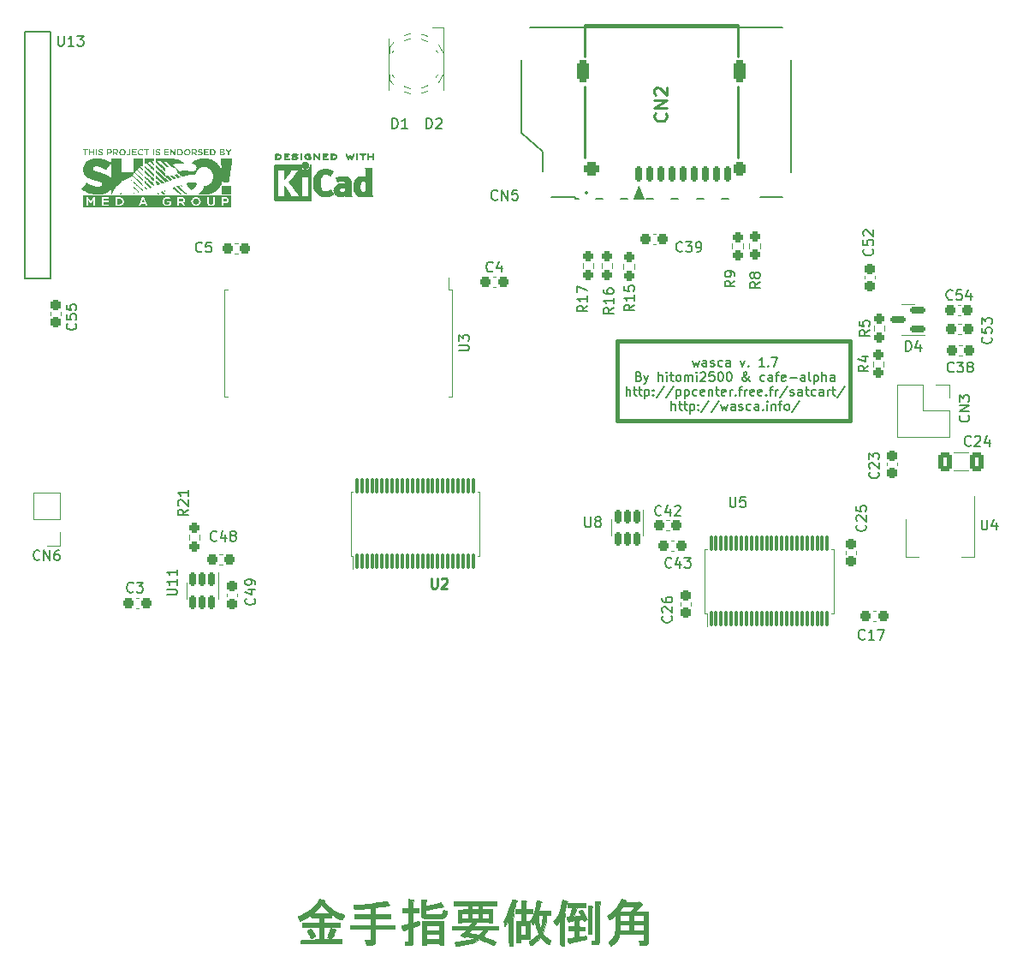
<source format=gto>
%TF.GenerationSoftware,KiCad,Pcbnew,7.0.7*%
%TF.CreationDate,2023-09-18T11:19:49+03:00*%
%TF.ProjectId,wasca,77617363-612e-46b6-9963-61645f706362,1.6*%
%TF.SameCoordinates,Original*%
%TF.FileFunction,Legend,Top*%
%TF.FilePolarity,Positive*%
%FSLAX46Y46*%
G04 Gerber Fmt 4.6, Leading zero omitted, Abs format (unit mm)*
G04 Created by KiCad (PCBNEW 7.0.7) date 2023-09-18 11:19:49*
%MOMM*%
%LPD*%
G01*
G04 APERTURE LIST*
G04 Aperture macros list*
%AMRoundRect*
0 Rectangle with rounded corners*
0 $1 Rounding radius*
0 $2 $3 $4 $5 $6 $7 $8 $9 X,Y pos of 4 corners*
0 Add a 4 corners polygon primitive as box body*
4,1,4,$2,$3,$4,$5,$6,$7,$8,$9,$2,$3,0*
0 Add four circle primitives for the rounded corners*
1,1,$1+$1,$2,$3*
1,1,$1+$1,$4,$5*
1,1,$1+$1,$6,$7*
1,1,$1+$1,$8,$9*
0 Add four rect primitives between the rounded corners*
20,1,$1+$1,$2,$3,$4,$5,0*
20,1,$1+$1,$4,$5,$6,$7,0*
20,1,$1+$1,$6,$7,$8,$9,0*
20,1,$1+$1,$8,$9,$2,$3,0*%
G04 Aperture macros list end*
%ADD10C,0.381000*%
%ADD11C,0.190500*%
%ADD12C,0.150000*%
%ADD13C,0.254000*%
%ADD14C,0.250000*%
%ADD15C,0.120000*%
%ADD16C,0.100000*%
%ADD17C,0.010000*%
%ADD18C,0.127000*%
%ADD19C,0.200000*%
%ADD20C,0.002540*%
%ADD21R,0.701040X7.000240*%
%ADD22R,0.701040X5.999480*%
%ADD23RoundRect,0.250000X-0.412500X-0.650000X0.412500X-0.650000X0.412500X0.650000X-0.412500X0.650000X0*%
%ADD24R,1.500000X2.000000*%
%ADD25R,3.800000X2.000000*%
%ADD26RoundRect,0.075000X0.075000X-0.662500X0.075000X0.662500X-0.075000X0.662500X-0.075000X-0.662500X0*%
%ADD27RoundRect,0.237500X0.237500X-0.300000X0.237500X0.300000X-0.237500X0.300000X-0.237500X-0.300000X0*%
%ADD28RoundRect,0.237500X-0.300000X-0.237500X0.300000X-0.237500X0.300000X0.237500X-0.300000X0.237500X0*%
%ADD29RoundRect,0.237500X0.300000X0.237500X-0.300000X0.237500X-0.300000X-0.237500X0.300000X-0.237500X0*%
%ADD30RoundRect,0.237500X-0.237500X0.300000X-0.237500X-0.300000X0.237500X-0.300000X0.237500X0.300000X0*%
%ADD31RoundRect,0.150000X-0.150000X0.512500X-0.150000X-0.512500X0.150000X-0.512500X0.150000X0.512500X0*%
%ADD32RoundRect,0.237500X0.237500X-0.250000X0.237500X0.250000X-0.237500X0.250000X-0.237500X-0.250000X0*%
%ADD33C,0.500000*%
%ADD34RoundRect,0.175000X-0.175000X-0.625000X0.175000X-0.625000X0.175000X0.625000X-0.175000X0.625000X0*%
%ADD35RoundRect,0.300000X-0.300000X-0.400000X0.300000X-0.400000X0.300000X0.400000X-0.300000X0.400000X0*%
%ADD36RoundRect,0.300000X-0.300000X-0.800000X0.300000X-0.800000X0.300000X0.800000X-0.300000X0.800000X0*%
%ADD37RoundRect,0.350000X-0.450000X0.350000X-0.450000X-0.350000X0.450000X-0.350000X0.450000X0.350000X0*%
%ADD38RoundRect,0.150000X0.587500X0.150000X-0.587500X0.150000X-0.587500X-0.150000X0.587500X-0.150000X0*%
%ADD39R,1.700000X1.700000*%
%ADD40O,1.700000X1.700000*%
%ADD41R,1.070000X1.800000*%
%ADD42O,1.070000X1.800000*%
%ADD43R,1.100000X2.000000*%
%ADD44R,1.560000X1.560000*%
%ADD45C,1.560000*%
%ADD46RoundRect,0.237500X-0.237500X0.250000X-0.237500X-0.250000X0.237500X-0.250000X0.237500X0.250000X0*%
%ADD47R,0.458000X1.510000*%
%ADD48C,1.100000*%
%ADD49C,1.600000*%
%ADD50R,1.000000X1.500000*%
%ADD51R,0.700000X1.500000*%
%ADD52R,1.500000X2.800000*%
G04 APERTURE END LIST*
D10*
X109725000Y-112550000D02*
X86700000Y-112550000D01*
X86700000Y-120450000D02*
X109725000Y-120450000D01*
X109725000Y-120450000D02*
X109725000Y-112550000D01*
X86700000Y-112550000D02*
X86700000Y-120450000D01*
D11*
X94132324Y-114460046D02*
X94303600Y-115059513D01*
X94303600Y-115059513D02*
X94474876Y-114631322D01*
X94474876Y-114631322D02*
X94646152Y-115059513D01*
X94646152Y-115059513D02*
X94817428Y-114460046D01*
X95545352Y-115059513D02*
X95545352Y-114588503D01*
X95545352Y-114588503D02*
X95502533Y-114502865D01*
X95502533Y-114502865D02*
X95416895Y-114460046D01*
X95416895Y-114460046D02*
X95245619Y-114460046D01*
X95245619Y-114460046D02*
X95159981Y-114502865D01*
X95545352Y-115016694D02*
X95459714Y-115059513D01*
X95459714Y-115059513D02*
X95245619Y-115059513D01*
X95245619Y-115059513D02*
X95159981Y-115016694D01*
X95159981Y-115016694D02*
X95117162Y-114931055D01*
X95117162Y-114931055D02*
X95117162Y-114845417D01*
X95117162Y-114845417D02*
X95159981Y-114759779D01*
X95159981Y-114759779D02*
X95245619Y-114716960D01*
X95245619Y-114716960D02*
X95459714Y-114716960D01*
X95459714Y-114716960D02*
X95545352Y-114674141D01*
X95930724Y-115016694D02*
X96016362Y-115059513D01*
X96016362Y-115059513D02*
X96187638Y-115059513D01*
X96187638Y-115059513D02*
X96273276Y-115016694D01*
X96273276Y-115016694D02*
X96316095Y-114931055D01*
X96316095Y-114931055D02*
X96316095Y-114888236D01*
X96316095Y-114888236D02*
X96273276Y-114802598D01*
X96273276Y-114802598D02*
X96187638Y-114759779D01*
X96187638Y-114759779D02*
X96059181Y-114759779D01*
X96059181Y-114759779D02*
X95973543Y-114716960D01*
X95973543Y-114716960D02*
X95930724Y-114631322D01*
X95930724Y-114631322D02*
X95930724Y-114588503D01*
X95930724Y-114588503D02*
X95973543Y-114502865D01*
X95973543Y-114502865D02*
X96059181Y-114460046D01*
X96059181Y-114460046D02*
X96187638Y-114460046D01*
X96187638Y-114460046D02*
X96273276Y-114502865D01*
X97086838Y-115016694D02*
X97001200Y-115059513D01*
X97001200Y-115059513D02*
X96829924Y-115059513D01*
X96829924Y-115059513D02*
X96744286Y-115016694D01*
X96744286Y-115016694D02*
X96701467Y-114973874D01*
X96701467Y-114973874D02*
X96658648Y-114888236D01*
X96658648Y-114888236D02*
X96658648Y-114631322D01*
X96658648Y-114631322D02*
X96701467Y-114545684D01*
X96701467Y-114545684D02*
X96744286Y-114502865D01*
X96744286Y-114502865D02*
X96829924Y-114460046D01*
X96829924Y-114460046D02*
X97001200Y-114460046D01*
X97001200Y-114460046D02*
X97086838Y-114502865D01*
X97857581Y-115059513D02*
X97857581Y-114588503D01*
X97857581Y-114588503D02*
X97814762Y-114502865D01*
X97814762Y-114502865D02*
X97729124Y-114460046D01*
X97729124Y-114460046D02*
X97557848Y-114460046D01*
X97557848Y-114460046D02*
X97472210Y-114502865D01*
X97857581Y-115016694D02*
X97771943Y-115059513D01*
X97771943Y-115059513D02*
X97557848Y-115059513D01*
X97557848Y-115059513D02*
X97472210Y-115016694D01*
X97472210Y-115016694D02*
X97429391Y-114931055D01*
X97429391Y-114931055D02*
X97429391Y-114845417D01*
X97429391Y-114845417D02*
X97472210Y-114759779D01*
X97472210Y-114759779D02*
X97557848Y-114716960D01*
X97557848Y-114716960D02*
X97771943Y-114716960D01*
X97771943Y-114716960D02*
X97857581Y-114674141D01*
X98885239Y-114460046D02*
X99099334Y-115059513D01*
X99099334Y-115059513D02*
X99313429Y-114460046D01*
X99655982Y-114973874D02*
X99698801Y-115016694D01*
X99698801Y-115016694D02*
X99655982Y-115059513D01*
X99655982Y-115059513D02*
X99613163Y-115016694D01*
X99613163Y-115016694D02*
X99655982Y-114973874D01*
X99655982Y-114973874D02*
X99655982Y-115059513D01*
X101240286Y-115059513D02*
X100726458Y-115059513D01*
X100983372Y-115059513D02*
X100983372Y-114160313D01*
X100983372Y-114160313D02*
X100897734Y-114288770D01*
X100897734Y-114288770D02*
X100812096Y-114374408D01*
X100812096Y-114374408D02*
X100726458Y-114417227D01*
X101625658Y-114973874D02*
X101668477Y-115016694D01*
X101668477Y-115016694D02*
X101625658Y-115059513D01*
X101625658Y-115059513D02*
X101582839Y-115016694D01*
X101582839Y-115016694D02*
X101625658Y-114973874D01*
X101625658Y-114973874D02*
X101625658Y-115059513D01*
X101968210Y-114160313D02*
X102567676Y-114160313D01*
X102567676Y-114160313D02*
X102182305Y-115059513D01*
X88822761Y-116036215D02*
X88951218Y-116079034D01*
X88951218Y-116079034D02*
X88994037Y-116121853D01*
X88994037Y-116121853D02*
X89036856Y-116207491D01*
X89036856Y-116207491D02*
X89036856Y-116335948D01*
X89036856Y-116335948D02*
X88994037Y-116421586D01*
X88994037Y-116421586D02*
X88951218Y-116464406D01*
X88951218Y-116464406D02*
X88865580Y-116507225D01*
X88865580Y-116507225D02*
X88523028Y-116507225D01*
X88523028Y-116507225D02*
X88523028Y-115608025D01*
X88523028Y-115608025D02*
X88822761Y-115608025D01*
X88822761Y-115608025D02*
X88908399Y-115650844D01*
X88908399Y-115650844D02*
X88951218Y-115693663D01*
X88951218Y-115693663D02*
X88994037Y-115779301D01*
X88994037Y-115779301D02*
X88994037Y-115864939D01*
X88994037Y-115864939D02*
X88951218Y-115950577D01*
X88951218Y-115950577D02*
X88908399Y-115993396D01*
X88908399Y-115993396D02*
X88822761Y-116036215D01*
X88822761Y-116036215D02*
X88523028Y-116036215D01*
X89336590Y-115907758D02*
X89550685Y-116507225D01*
X89764780Y-115907758D02*
X89550685Y-116507225D01*
X89550685Y-116507225D02*
X89465047Y-116721320D01*
X89465047Y-116721320D02*
X89422228Y-116764139D01*
X89422228Y-116764139D02*
X89336590Y-116806958D01*
X90792438Y-116507225D02*
X90792438Y-115608025D01*
X91177809Y-116507225D02*
X91177809Y-116036215D01*
X91177809Y-116036215D02*
X91134990Y-115950577D01*
X91134990Y-115950577D02*
X91049352Y-115907758D01*
X91049352Y-115907758D02*
X90920895Y-115907758D01*
X90920895Y-115907758D02*
X90835257Y-115950577D01*
X90835257Y-115950577D02*
X90792438Y-115993396D01*
X91606000Y-116507225D02*
X91606000Y-115907758D01*
X91606000Y-115608025D02*
X91563181Y-115650844D01*
X91563181Y-115650844D02*
X91606000Y-115693663D01*
X91606000Y-115693663D02*
X91648819Y-115650844D01*
X91648819Y-115650844D02*
X91606000Y-115608025D01*
X91606000Y-115608025D02*
X91606000Y-115693663D01*
X91905733Y-115907758D02*
X92248285Y-115907758D01*
X92034190Y-115608025D02*
X92034190Y-116378767D01*
X92034190Y-116378767D02*
X92077009Y-116464406D01*
X92077009Y-116464406D02*
X92162647Y-116507225D01*
X92162647Y-116507225D02*
X92248285Y-116507225D01*
X92676476Y-116507225D02*
X92590838Y-116464406D01*
X92590838Y-116464406D02*
X92548019Y-116421586D01*
X92548019Y-116421586D02*
X92505200Y-116335948D01*
X92505200Y-116335948D02*
X92505200Y-116079034D01*
X92505200Y-116079034D02*
X92548019Y-115993396D01*
X92548019Y-115993396D02*
X92590838Y-115950577D01*
X92590838Y-115950577D02*
X92676476Y-115907758D01*
X92676476Y-115907758D02*
X92804933Y-115907758D01*
X92804933Y-115907758D02*
X92890571Y-115950577D01*
X92890571Y-115950577D02*
X92933390Y-115993396D01*
X92933390Y-115993396D02*
X92976209Y-116079034D01*
X92976209Y-116079034D02*
X92976209Y-116335948D01*
X92976209Y-116335948D02*
X92933390Y-116421586D01*
X92933390Y-116421586D02*
X92890571Y-116464406D01*
X92890571Y-116464406D02*
X92804933Y-116507225D01*
X92804933Y-116507225D02*
X92676476Y-116507225D01*
X93361581Y-116507225D02*
X93361581Y-115907758D01*
X93361581Y-115993396D02*
X93404400Y-115950577D01*
X93404400Y-115950577D02*
X93490038Y-115907758D01*
X93490038Y-115907758D02*
X93618495Y-115907758D01*
X93618495Y-115907758D02*
X93704133Y-115950577D01*
X93704133Y-115950577D02*
X93746952Y-116036215D01*
X93746952Y-116036215D02*
X93746952Y-116507225D01*
X93746952Y-116036215D02*
X93789771Y-115950577D01*
X93789771Y-115950577D02*
X93875409Y-115907758D01*
X93875409Y-115907758D02*
X94003866Y-115907758D01*
X94003866Y-115907758D02*
X94089505Y-115950577D01*
X94089505Y-115950577D02*
X94132324Y-116036215D01*
X94132324Y-116036215D02*
X94132324Y-116507225D01*
X94560514Y-116507225D02*
X94560514Y-115907758D01*
X94560514Y-115608025D02*
X94517695Y-115650844D01*
X94517695Y-115650844D02*
X94560514Y-115693663D01*
X94560514Y-115693663D02*
X94603333Y-115650844D01*
X94603333Y-115650844D02*
X94560514Y-115608025D01*
X94560514Y-115608025D02*
X94560514Y-115693663D01*
X94945885Y-115693663D02*
X94988704Y-115650844D01*
X94988704Y-115650844D02*
X95074342Y-115608025D01*
X95074342Y-115608025D02*
X95288437Y-115608025D01*
X95288437Y-115608025D02*
X95374075Y-115650844D01*
X95374075Y-115650844D02*
X95416894Y-115693663D01*
X95416894Y-115693663D02*
X95459713Y-115779301D01*
X95459713Y-115779301D02*
X95459713Y-115864939D01*
X95459713Y-115864939D02*
X95416894Y-115993396D01*
X95416894Y-115993396D02*
X94903066Y-116507225D01*
X94903066Y-116507225D02*
X95459713Y-116507225D01*
X96273275Y-115608025D02*
X95845085Y-115608025D01*
X95845085Y-115608025D02*
X95802266Y-116036215D01*
X95802266Y-116036215D02*
X95845085Y-115993396D01*
X95845085Y-115993396D02*
X95930723Y-115950577D01*
X95930723Y-115950577D02*
X96144818Y-115950577D01*
X96144818Y-115950577D02*
X96230456Y-115993396D01*
X96230456Y-115993396D02*
X96273275Y-116036215D01*
X96273275Y-116036215D02*
X96316094Y-116121853D01*
X96316094Y-116121853D02*
X96316094Y-116335948D01*
X96316094Y-116335948D02*
X96273275Y-116421586D01*
X96273275Y-116421586D02*
X96230456Y-116464406D01*
X96230456Y-116464406D02*
X96144818Y-116507225D01*
X96144818Y-116507225D02*
X95930723Y-116507225D01*
X95930723Y-116507225D02*
X95845085Y-116464406D01*
X95845085Y-116464406D02*
X95802266Y-116421586D01*
X96872742Y-115608025D02*
X96958380Y-115608025D01*
X96958380Y-115608025D02*
X97044018Y-115650844D01*
X97044018Y-115650844D02*
X97086837Y-115693663D01*
X97086837Y-115693663D02*
X97129656Y-115779301D01*
X97129656Y-115779301D02*
X97172475Y-115950577D01*
X97172475Y-115950577D02*
X97172475Y-116164672D01*
X97172475Y-116164672D02*
X97129656Y-116335948D01*
X97129656Y-116335948D02*
X97086837Y-116421586D01*
X97086837Y-116421586D02*
X97044018Y-116464406D01*
X97044018Y-116464406D02*
X96958380Y-116507225D01*
X96958380Y-116507225D02*
X96872742Y-116507225D01*
X96872742Y-116507225D02*
X96787104Y-116464406D01*
X96787104Y-116464406D02*
X96744285Y-116421586D01*
X96744285Y-116421586D02*
X96701466Y-116335948D01*
X96701466Y-116335948D02*
X96658647Y-116164672D01*
X96658647Y-116164672D02*
X96658647Y-115950577D01*
X96658647Y-115950577D02*
X96701466Y-115779301D01*
X96701466Y-115779301D02*
X96744285Y-115693663D01*
X96744285Y-115693663D02*
X96787104Y-115650844D01*
X96787104Y-115650844D02*
X96872742Y-115608025D01*
X97729123Y-115608025D02*
X97814761Y-115608025D01*
X97814761Y-115608025D02*
X97900399Y-115650844D01*
X97900399Y-115650844D02*
X97943218Y-115693663D01*
X97943218Y-115693663D02*
X97986037Y-115779301D01*
X97986037Y-115779301D02*
X98028856Y-115950577D01*
X98028856Y-115950577D02*
X98028856Y-116164672D01*
X98028856Y-116164672D02*
X97986037Y-116335948D01*
X97986037Y-116335948D02*
X97943218Y-116421586D01*
X97943218Y-116421586D02*
X97900399Y-116464406D01*
X97900399Y-116464406D02*
X97814761Y-116507225D01*
X97814761Y-116507225D02*
X97729123Y-116507225D01*
X97729123Y-116507225D02*
X97643485Y-116464406D01*
X97643485Y-116464406D02*
X97600666Y-116421586D01*
X97600666Y-116421586D02*
X97557847Y-116335948D01*
X97557847Y-116335948D02*
X97515028Y-116164672D01*
X97515028Y-116164672D02*
X97515028Y-115950577D01*
X97515028Y-115950577D02*
X97557847Y-115779301D01*
X97557847Y-115779301D02*
X97600666Y-115693663D01*
X97600666Y-115693663D02*
X97643485Y-115650844D01*
X97643485Y-115650844D02*
X97729123Y-115608025D01*
X99827257Y-116507225D02*
X99784438Y-116507225D01*
X99784438Y-116507225D02*
X99698799Y-116464406D01*
X99698799Y-116464406D02*
X99570342Y-116335948D01*
X99570342Y-116335948D02*
X99356247Y-116079034D01*
X99356247Y-116079034D02*
X99270609Y-115950577D01*
X99270609Y-115950577D02*
X99227790Y-115822120D01*
X99227790Y-115822120D02*
X99227790Y-115736482D01*
X99227790Y-115736482D02*
X99270609Y-115650844D01*
X99270609Y-115650844D02*
X99356247Y-115608025D01*
X99356247Y-115608025D02*
X99399066Y-115608025D01*
X99399066Y-115608025D02*
X99484704Y-115650844D01*
X99484704Y-115650844D02*
X99527523Y-115736482D01*
X99527523Y-115736482D02*
X99527523Y-115779301D01*
X99527523Y-115779301D02*
X99484704Y-115864939D01*
X99484704Y-115864939D02*
X99441885Y-115907758D01*
X99441885Y-115907758D02*
X99184971Y-116079034D01*
X99184971Y-116079034D02*
X99142152Y-116121853D01*
X99142152Y-116121853D02*
X99099333Y-116207491D01*
X99099333Y-116207491D02*
X99099333Y-116335948D01*
X99099333Y-116335948D02*
X99142152Y-116421586D01*
X99142152Y-116421586D02*
X99184971Y-116464406D01*
X99184971Y-116464406D02*
X99270609Y-116507225D01*
X99270609Y-116507225D02*
X99399066Y-116507225D01*
X99399066Y-116507225D02*
X99484704Y-116464406D01*
X99484704Y-116464406D02*
X99527523Y-116421586D01*
X99527523Y-116421586D02*
X99655980Y-116250310D01*
X99655980Y-116250310D02*
X99698799Y-116121853D01*
X99698799Y-116121853D02*
X99698799Y-116036215D01*
X101283104Y-116464406D02*
X101197466Y-116507225D01*
X101197466Y-116507225D02*
X101026190Y-116507225D01*
X101026190Y-116507225D02*
X100940552Y-116464406D01*
X100940552Y-116464406D02*
X100897733Y-116421586D01*
X100897733Y-116421586D02*
X100854914Y-116335948D01*
X100854914Y-116335948D02*
X100854914Y-116079034D01*
X100854914Y-116079034D02*
X100897733Y-115993396D01*
X100897733Y-115993396D02*
X100940552Y-115950577D01*
X100940552Y-115950577D02*
X101026190Y-115907758D01*
X101026190Y-115907758D02*
X101197466Y-115907758D01*
X101197466Y-115907758D02*
X101283104Y-115950577D01*
X102053847Y-116507225D02*
X102053847Y-116036215D01*
X102053847Y-116036215D02*
X102011028Y-115950577D01*
X102011028Y-115950577D02*
X101925390Y-115907758D01*
X101925390Y-115907758D02*
X101754114Y-115907758D01*
X101754114Y-115907758D02*
X101668476Y-115950577D01*
X102053847Y-116464406D02*
X101968209Y-116507225D01*
X101968209Y-116507225D02*
X101754114Y-116507225D01*
X101754114Y-116507225D02*
X101668476Y-116464406D01*
X101668476Y-116464406D02*
X101625657Y-116378767D01*
X101625657Y-116378767D02*
X101625657Y-116293129D01*
X101625657Y-116293129D02*
X101668476Y-116207491D01*
X101668476Y-116207491D02*
X101754114Y-116164672D01*
X101754114Y-116164672D02*
X101968209Y-116164672D01*
X101968209Y-116164672D02*
X102053847Y-116121853D01*
X102353581Y-115907758D02*
X102696133Y-115907758D01*
X102482038Y-116507225D02*
X102482038Y-115736482D01*
X102482038Y-115736482D02*
X102524857Y-115650844D01*
X102524857Y-115650844D02*
X102610495Y-115608025D01*
X102610495Y-115608025D02*
X102696133Y-115608025D01*
X103338419Y-116464406D02*
X103252781Y-116507225D01*
X103252781Y-116507225D02*
X103081505Y-116507225D01*
X103081505Y-116507225D02*
X102995867Y-116464406D01*
X102995867Y-116464406D02*
X102953048Y-116378767D01*
X102953048Y-116378767D02*
X102953048Y-116036215D01*
X102953048Y-116036215D02*
X102995867Y-115950577D01*
X102995867Y-115950577D02*
X103081505Y-115907758D01*
X103081505Y-115907758D02*
X103252781Y-115907758D01*
X103252781Y-115907758D02*
X103338419Y-115950577D01*
X103338419Y-115950577D02*
X103381238Y-116036215D01*
X103381238Y-116036215D02*
X103381238Y-116121853D01*
X103381238Y-116121853D02*
X102953048Y-116207491D01*
X103766610Y-116164672D02*
X104451715Y-116164672D01*
X105265276Y-116507225D02*
X105265276Y-116036215D01*
X105265276Y-116036215D02*
X105222457Y-115950577D01*
X105222457Y-115950577D02*
X105136819Y-115907758D01*
X105136819Y-115907758D02*
X104965543Y-115907758D01*
X104965543Y-115907758D02*
X104879905Y-115950577D01*
X105265276Y-116464406D02*
X105179638Y-116507225D01*
X105179638Y-116507225D02*
X104965543Y-116507225D01*
X104965543Y-116507225D02*
X104879905Y-116464406D01*
X104879905Y-116464406D02*
X104837086Y-116378767D01*
X104837086Y-116378767D02*
X104837086Y-116293129D01*
X104837086Y-116293129D02*
X104879905Y-116207491D01*
X104879905Y-116207491D02*
X104965543Y-116164672D01*
X104965543Y-116164672D02*
X105179638Y-116164672D01*
X105179638Y-116164672D02*
X105265276Y-116121853D01*
X105821924Y-116507225D02*
X105736286Y-116464406D01*
X105736286Y-116464406D02*
X105693467Y-116378767D01*
X105693467Y-116378767D02*
X105693467Y-115608025D01*
X106164477Y-115907758D02*
X106164477Y-116806958D01*
X106164477Y-115950577D02*
X106250115Y-115907758D01*
X106250115Y-115907758D02*
X106421391Y-115907758D01*
X106421391Y-115907758D02*
X106507029Y-115950577D01*
X106507029Y-115950577D02*
X106549848Y-115993396D01*
X106549848Y-115993396D02*
X106592667Y-116079034D01*
X106592667Y-116079034D02*
X106592667Y-116335948D01*
X106592667Y-116335948D02*
X106549848Y-116421586D01*
X106549848Y-116421586D02*
X106507029Y-116464406D01*
X106507029Y-116464406D02*
X106421391Y-116507225D01*
X106421391Y-116507225D02*
X106250115Y-116507225D01*
X106250115Y-116507225D02*
X106164477Y-116464406D01*
X106978039Y-116507225D02*
X106978039Y-115608025D01*
X107363410Y-116507225D02*
X107363410Y-116036215D01*
X107363410Y-116036215D02*
X107320591Y-115950577D01*
X107320591Y-115950577D02*
X107234953Y-115907758D01*
X107234953Y-115907758D02*
X107106496Y-115907758D01*
X107106496Y-115907758D02*
X107020858Y-115950577D01*
X107020858Y-115950577D02*
X106978039Y-115993396D01*
X108176972Y-116507225D02*
X108176972Y-116036215D01*
X108176972Y-116036215D02*
X108134153Y-115950577D01*
X108134153Y-115950577D02*
X108048515Y-115907758D01*
X108048515Y-115907758D02*
X107877239Y-115907758D01*
X107877239Y-115907758D02*
X107791601Y-115950577D01*
X108176972Y-116464406D02*
X108091334Y-116507225D01*
X108091334Y-116507225D02*
X107877239Y-116507225D01*
X107877239Y-116507225D02*
X107791601Y-116464406D01*
X107791601Y-116464406D02*
X107748782Y-116378767D01*
X107748782Y-116378767D02*
X107748782Y-116293129D01*
X107748782Y-116293129D02*
X107791601Y-116207491D01*
X107791601Y-116207491D02*
X107877239Y-116164672D01*
X107877239Y-116164672D02*
X108091334Y-116164672D01*
X108091334Y-116164672D02*
X108176972Y-116121853D01*
X87602417Y-117954937D02*
X87602417Y-117055737D01*
X87987788Y-117954937D02*
X87987788Y-117483927D01*
X87987788Y-117483927D02*
X87944969Y-117398289D01*
X87944969Y-117398289D02*
X87859331Y-117355470D01*
X87859331Y-117355470D02*
X87730874Y-117355470D01*
X87730874Y-117355470D02*
X87645236Y-117398289D01*
X87645236Y-117398289D02*
X87602417Y-117441108D01*
X88287522Y-117355470D02*
X88630074Y-117355470D01*
X88415979Y-117055737D02*
X88415979Y-117826479D01*
X88415979Y-117826479D02*
X88458798Y-117912118D01*
X88458798Y-117912118D02*
X88544436Y-117954937D01*
X88544436Y-117954937D02*
X88630074Y-117954937D01*
X88801351Y-117355470D02*
X89143903Y-117355470D01*
X88929808Y-117055737D02*
X88929808Y-117826479D01*
X88929808Y-117826479D02*
X88972627Y-117912118D01*
X88972627Y-117912118D02*
X89058265Y-117954937D01*
X89058265Y-117954937D02*
X89143903Y-117954937D01*
X89443637Y-117355470D02*
X89443637Y-118254670D01*
X89443637Y-117398289D02*
X89529275Y-117355470D01*
X89529275Y-117355470D02*
X89700551Y-117355470D01*
X89700551Y-117355470D02*
X89786189Y-117398289D01*
X89786189Y-117398289D02*
X89829008Y-117441108D01*
X89829008Y-117441108D02*
X89871827Y-117526746D01*
X89871827Y-117526746D02*
X89871827Y-117783660D01*
X89871827Y-117783660D02*
X89829008Y-117869298D01*
X89829008Y-117869298D02*
X89786189Y-117912118D01*
X89786189Y-117912118D02*
X89700551Y-117954937D01*
X89700551Y-117954937D02*
X89529275Y-117954937D01*
X89529275Y-117954937D02*
X89443637Y-117912118D01*
X90257199Y-117869298D02*
X90300018Y-117912118D01*
X90300018Y-117912118D02*
X90257199Y-117954937D01*
X90257199Y-117954937D02*
X90214380Y-117912118D01*
X90214380Y-117912118D02*
X90257199Y-117869298D01*
X90257199Y-117869298D02*
X90257199Y-117954937D01*
X90257199Y-117398289D02*
X90300018Y-117441108D01*
X90300018Y-117441108D02*
X90257199Y-117483927D01*
X90257199Y-117483927D02*
X90214380Y-117441108D01*
X90214380Y-117441108D02*
X90257199Y-117398289D01*
X90257199Y-117398289D02*
X90257199Y-117483927D01*
X91327674Y-117012918D02*
X90556932Y-118169032D01*
X92269693Y-117012918D02*
X91498951Y-118169032D01*
X92569427Y-117355470D02*
X92569427Y-118254670D01*
X92569427Y-117398289D02*
X92655065Y-117355470D01*
X92655065Y-117355470D02*
X92826341Y-117355470D01*
X92826341Y-117355470D02*
X92911979Y-117398289D01*
X92911979Y-117398289D02*
X92954798Y-117441108D01*
X92954798Y-117441108D02*
X92997617Y-117526746D01*
X92997617Y-117526746D02*
X92997617Y-117783660D01*
X92997617Y-117783660D02*
X92954798Y-117869298D01*
X92954798Y-117869298D02*
X92911979Y-117912118D01*
X92911979Y-117912118D02*
X92826341Y-117954937D01*
X92826341Y-117954937D02*
X92655065Y-117954937D01*
X92655065Y-117954937D02*
X92569427Y-117912118D01*
X93382989Y-117355470D02*
X93382989Y-118254670D01*
X93382989Y-117398289D02*
X93468627Y-117355470D01*
X93468627Y-117355470D02*
X93639903Y-117355470D01*
X93639903Y-117355470D02*
X93725541Y-117398289D01*
X93725541Y-117398289D02*
X93768360Y-117441108D01*
X93768360Y-117441108D02*
X93811179Y-117526746D01*
X93811179Y-117526746D02*
X93811179Y-117783660D01*
X93811179Y-117783660D02*
X93768360Y-117869298D01*
X93768360Y-117869298D02*
X93725541Y-117912118D01*
X93725541Y-117912118D02*
X93639903Y-117954937D01*
X93639903Y-117954937D02*
X93468627Y-117954937D01*
X93468627Y-117954937D02*
X93382989Y-117912118D01*
X94581922Y-117912118D02*
X94496284Y-117954937D01*
X94496284Y-117954937D02*
X94325008Y-117954937D01*
X94325008Y-117954937D02*
X94239370Y-117912118D01*
X94239370Y-117912118D02*
X94196551Y-117869298D01*
X94196551Y-117869298D02*
X94153732Y-117783660D01*
X94153732Y-117783660D02*
X94153732Y-117526746D01*
X94153732Y-117526746D02*
X94196551Y-117441108D01*
X94196551Y-117441108D02*
X94239370Y-117398289D01*
X94239370Y-117398289D02*
X94325008Y-117355470D01*
X94325008Y-117355470D02*
X94496284Y-117355470D01*
X94496284Y-117355470D02*
X94581922Y-117398289D01*
X95309846Y-117912118D02*
X95224208Y-117954937D01*
X95224208Y-117954937D02*
X95052932Y-117954937D01*
X95052932Y-117954937D02*
X94967294Y-117912118D01*
X94967294Y-117912118D02*
X94924475Y-117826479D01*
X94924475Y-117826479D02*
X94924475Y-117483927D01*
X94924475Y-117483927D02*
X94967294Y-117398289D01*
X94967294Y-117398289D02*
X95052932Y-117355470D01*
X95052932Y-117355470D02*
X95224208Y-117355470D01*
X95224208Y-117355470D02*
X95309846Y-117398289D01*
X95309846Y-117398289D02*
X95352665Y-117483927D01*
X95352665Y-117483927D02*
X95352665Y-117569565D01*
X95352665Y-117569565D02*
X94924475Y-117655203D01*
X95738037Y-117355470D02*
X95738037Y-117954937D01*
X95738037Y-117441108D02*
X95780856Y-117398289D01*
X95780856Y-117398289D02*
X95866494Y-117355470D01*
X95866494Y-117355470D02*
X95994951Y-117355470D01*
X95994951Y-117355470D02*
X96080589Y-117398289D01*
X96080589Y-117398289D02*
X96123408Y-117483927D01*
X96123408Y-117483927D02*
X96123408Y-117954937D01*
X96423142Y-117355470D02*
X96765694Y-117355470D01*
X96551599Y-117055737D02*
X96551599Y-117826479D01*
X96551599Y-117826479D02*
X96594418Y-117912118D01*
X96594418Y-117912118D02*
X96680056Y-117954937D01*
X96680056Y-117954937D02*
X96765694Y-117954937D01*
X97407980Y-117912118D02*
X97322342Y-117954937D01*
X97322342Y-117954937D02*
X97151066Y-117954937D01*
X97151066Y-117954937D02*
X97065428Y-117912118D01*
X97065428Y-117912118D02*
X97022609Y-117826479D01*
X97022609Y-117826479D02*
X97022609Y-117483927D01*
X97022609Y-117483927D02*
X97065428Y-117398289D01*
X97065428Y-117398289D02*
X97151066Y-117355470D01*
X97151066Y-117355470D02*
X97322342Y-117355470D01*
X97322342Y-117355470D02*
X97407980Y-117398289D01*
X97407980Y-117398289D02*
X97450799Y-117483927D01*
X97450799Y-117483927D02*
X97450799Y-117569565D01*
X97450799Y-117569565D02*
X97022609Y-117655203D01*
X97836171Y-117954937D02*
X97836171Y-117355470D01*
X97836171Y-117526746D02*
X97878990Y-117441108D01*
X97878990Y-117441108D02*
X97921809Y-117398289D01*
X97921809Y-117398289D02*
X98007447Y-117355470D01*
X98007447Y-117355470D02*
X98093085Y-117355470D01*
X98392819Y-117869298D02*
X98435638Y-117912118D01*
X98435638Y-117912118D02*
X98392819Y-117954937D01*
X98392819Y-117954937D02*
X98350000Y-117912118D01*
X98350000Y-117912118D02*
X98392819Y-117869298D01*
X98392819Y-117869298D02*
X98392819Y-117954937D01*
X98692552Y-117355470D02*
X99035104Y-117355470D01*
X98821009Y-117954937D02*
X98821009Y-117184194D01*
X98821009Y-117184194D02*
X98863828Y-117098556D01*
X98863828Y-117098556D02*
X98949466Y-117055737D01*
X98949466Y-117055737D02*
X99035104Y-117055737D01*
X99334838Y-117954937D02*
X99334838Y-117355470D01*
X99334838Y-117526746D02*
X99377657Y-117441108D01*
X99377657Y-117441108D02*
X99420476Y-117398289D01*
X99420476Y-117398289D02*
X99506114Y-117355470D01*
X99506114Y-117355470D02*
X99591752Y-117355470D01*
X100234038Y-117912118D02*
X100148400Y-117954937D01*
X100148400Y-117954937D02*
X99977124Y-117954937D01*
X99977124Y-117954937D02*
X99891486Y-117912118D01*
X99891486Y-117912118D02*
X99848667Y-117826479D01*
X99848667Y-117826479D02*
X99848667Y-117483927D01*
X99848667Y-117483927D02*
X99891486Y-117398289D01*
X99891486Y-117398289D02*
X99977124Y-117355470D01*
X99977124Y-117355470D02*
X100148400Y-117355470D01*
X100148400Y-117355470D02*
X100234038Y-117398289D01*
X100234038Y-117398289D02*
X100276857Y-117483927D01*
X100276857Y-117483927D02*
X100276857Y-117569565D01*
X100276857Y-117569565D02*
X99848667Y-117655203D01*
X101004781Y-117912118D02*
X100919143Y-117954937D01*
X100919143Y-117954937D02*
X100747867Y-117954937D01*
X100747867Y-117954937D02*
X100662229Y-117912118D01*
X100662229Y-117912118D02*
X100619410Y-117826479D01*
X100619410Y-117826479D02*
X100619410Y-117483927D01*
X100619410Y-117483927D02*
X100662229Y-117398289D01*
X100662229Y-117398289D02*
X100747867Y-117355470D01*
X100747867Y-117355470D02*
X100919143Y-117355470D01*
X100919143Y-117355470D02*
X101004781Y-117398289D01*
X101004781Y-117398289D02*
X101047600Y-117483927D01*
X101047600Y-117483927D02*
X101047600Y-117569565D01*
X101047600Y-117569565D02*
X100619410Y-117655203D01*
X101432972Y-117869298D02*
X101475791Y-117912118D01*
X101475791Y-117912118D02*
X101432972Y-117954937D01*
X101432972Y-117954937D02*
X101390153Y-117912118D01*
X101390153Y-117912118D02*
X101432972Y-117869298D01*
X101432972Y-117869298D02*
X101432972Y-117954937D01*
X101732705Y-117355470D02*
X102075257Y-117355470D01*
X101861162Y-117954937D02*
X101861162Y-117184194D01*
X101861162Y-117184194D02*
X101903981Y-117098556D01*
X101903981Y-117098556D02*
X101989619Y-117055737D01*
X101989619Y-117055737D02*
X102075257Y-117055737D01*
X102374991Y-117954937D02*
X102374991Y-117355470D01*
X102374991Y-117526746D02*
X102417810Y-117441108D01*
X102417810Y-117441108D02*
X102460629Y-117398289D01*
X102460629Y-117398289D02*
X102546267Y-117355470D01*
X102546267Y-117355470D02*
X102631905Y-117355470D01*
X103573924Y-117012918D02*
X102803182Y-118169032D01*
X103830839Y-117912118D02*
X103916477Y-117954937D01*
X103916477Y-117954937D02*
X104087753Y-117954937D01*
X104087753Y-117954937D02*
X104173391Y-117912118D01*
X104173391Y-117912118D02*
X104216210Y-117826479D01*
X104216210Y-117826479D02*
X104216210Y-117783660D01*
X104216210Y-117783660D02*
X104173391Y-117698022D01*
X104173391Y-117698022D02*
X104087753Y-117655203D01*
X104087753Y-117655203D02*
X103959296Y-117655203D01*
X103959296Y-117655203D02*
X103873658Y-117612384D01*
X103873658Y-117612384D02*
X103830839Y-117526746D01*
X103830839Y-117526746D02*
X103830839Y-117483927D01*
X103830839Y-117483927D02*
X103873658Y-117398289D01*
X103873658Y-117398289D02*
X103959296Y-117355470D01*
X103959296Y-117355470D02*
X104087753Y-117355470D01*
X104087753Y-117355470D02*
X104173391Y-117398289D01*
X104986953Y-117954937D02*
X104986953Y-117483927D01*
X104986953Y-117483927D02*
X104944134Y-117398289D01*
X104944134Y-117398289D02*
X104858496Y-117355470D01*
X104858496Y-117355470D02*
X104687220Y-117355470D01*
X104687220Y-117355470D02*
X104601582Y-117398289D01*
X104986953Y-117912118D02*
X104901315Y-117954937D01*
X104901315Y-117954937D02*
X104687220Y-117954937D01*
X104687220Y-117954937D02*
X104601582Y-117912118D01*
X104601582Y-117912118D02*
X104558763Y-117826479D01*
X104558763Y-117826479D02*
X104558763Y-117740841D01*
X104558763Y-117740841D02*
X104601582Y-117655203D01*
X104601582Y-117655203D02*
X104687220Y-117612384D01*
X104687220Y-117612384D02*
X104901315Y-117612384D01*
X104901315Y-117612384D02*
X104986953Y-117569565D01*
X105286687Y-117355470D02*
X105629239Y-117355470D01*
X105415144Y-117055737D02*
X105415144Y-117826479D01*
X105415144Y-117826479D02*
X105457963Y-117912118D01*
X105457963Y-117912118D02*
X105543601Y-117954937D01*
X105543601Y-117954937D02*
X105629239Y-117954937D01*
X106314344Y-117912118D02*
X106228706Y-117954937D01*
X106228706Y-117954937D02*
X106057430Y-117954937D01*
X106057430Y-117954937D02*
X105971792Y-117912118D01*
X105971792Y-117912118D02*
X105928973Y-117869298D01*
X105928973Y-117869298D02*
X105886154Y-117783660D01*
X105886154Y-117783660D02*
X105886154Y-117526746D01*
X105886154Y-117526746D02*
X105928973Y-117441108D01*
X105928973Y-117441108D02*
X105971792Y-117398289D01*
X105971792Y-117398289D02*
X106057430Y-117355470D01*
X106057430Y-117355470D02*
X106228706Y-117355470D01*
X106228706Y-117355470D02*
X106314344Y-117398289D01*
X107085087Y-117954937D02*
X107085087Y-117483927D01*
X107085087Y-117483927D02*
X107042268Y-117398289D01*
X107042268Y-117398289D02*
X106956630Y-117355470D01*
X106956630Y-117355470D02*
X106785354Y-117355470D01*
X106785354Y-117355470D02*
X106699716Y-117398289D01*
X107085087Y-117912118D02*
X106999449Y-117954937D01*
X106999449Y-117954937D02*
X106785354Y-117954937D01*
X106785354Y-117954937D02*
X106699716Y-117912118D01*
X106699716Y-117912118D02*
X106656897Y-117826479D01*
X106656897Y-117826479D02*
X106656897Y-117740841D01*
X106656897Y-117740841D02*
X106699716Y-117655203D01*
X106699716Y-117655203D02*
X106785354Y-117612384D01*
X106785354Y-117612384D02*
X106999449Y-117612384D01*
X106999449Y-117612384D02*
X107085087Y-117569565D01*
X107513278Y-117954937D02*
X107513278Y-117355470D01*
X107513278Y-117526746D02*
X107556097Y-117441108D01*
X107556097Y-117441108D02*
X107598916Y-117398289D01*
X107598916Y-117398289D02*
X107684554Y-117355470D01*
X107684554Y-117355470D02*
X107770192Y-117355470D01*
X107941469Y-117355470D02*
X108284021Y-117355470D01*
X108069926Y-117055737D02*
X108069926Y-117826479D01*
X108069926Y-117826479D02*
X108112745Y-117912118D01*
X108112745Y-117912118D02*
X108198383Y-117954937D01*
X108198383Y-117954937D02*
X108284021Y-117954937D01*
X109226040Y-117012918D02*
X108455298Y-118169032D01*
X92077009Y-119402649D02*
X92077009Y-118503449D01*
X92462380Y-119402649D02*
X92462380Y-118931639D01*
X92462380Y-118931639D02*
X92419561Y-118846001D01*
X92419561Y-118846001D02*
X92333923Y-118803182D01*
X92333923Y-118803182D02*
X92205466Y-118803182D01*
X92205466Y-118803182D02*
X92119828Y-118846001D01*
X92119828Y-118846001D02*
X92077009Y-118888820D01*
X92762114Y-118803182D02*
X93104666Y-118803182D01*
X92890571Y-118503449D02*
X92890571Y-119274191D01*
X92890571Y-119274191D02*
X92933390Y-119359830D01*
X92933390Y-119359830D02*
X93019028Y-119402649D01*
X93019028Y-119402649D02*
X93104666Y-119402649D01*
X93275943Y-118803182D02*
X93618495Y-118803182D01*
X93404400Y-118503449D02*
X93404400Y-119274191D01*
X93404400Y-119274191D02*
X93447219Y-119359830D01*
X93447219Y-119359830D02*
X93532857Y-119402649D01*
X93532857Y-119402649D02*
X93618495Y-119402649D01*
X93918229Y-118803182D02*
X93918229Y-119702382D01*
X93918229Y-118846001D02*
X94003867Y-118803182D01*
X94003867Y-118803182D02*
X94175143Y-118803182D01*
X94175143Y-118803182D02*
X94260781Y-118846001D01*
X94260781Y-118846001D02*
X94303600Y-118888820D01*
X94303600Y-118888820D02*
X94346419Y-118974458D01*
X94346419Y-118974458D02*
X94346419Y-119231372D01*
X94346419Y-119231372D02*
X94303600Y-119317010D01*
X94303600Y-119317010D02*
X94260781Y-119359830D01*
X94260781Y-119359830D02*
X94175143Y-119402649D01*
X94175143Y-119402649D02*
X94003867Y-119402649D01*
X94003867Y-119402649D02*
X93918229Y-119359830D01*
X94731791Y-119317010D02*
X94774610Y-119359830D01*
X94774610Y-119359830D02*
X94731791Y-119402649D01*
X94731791Y-119402649D02*
X94688972Y-119359830D01*
X94688972Y-119359830D02*
X94731791Y-119317010D01*
X94731791Y-119317010D02*
X94731791Y-119402649D01*
X94731791Y-118846001D02*
X94774610Y-118888820D01*
X94774610Y-118888820D02*
X94731791Y-118931639D01*
X94731791Y-118931639D02*
X94688972Y-118888820D01*
X94688972Y-118888820D02*
X94731791Y-118846001D01*
X94731791Y-118846001D02*
X94731791Y-118931639D01*
X95802266Y-118460630D02*
X95031524Y-119616744D01*
X96744285Y-118460630D02*
X95973543Y-119616744D01*
X96958381Y-118803182D02*
X97129657Y-119402649D01*
X97129657Y-119402649D02*
X97300933Y-118974458D01*
X97300933Y-118974458D02*
X97472209Y-119402649D01*
X97472209Y-119402649D02*
X97643485Y-118803182D01*
X98371409Y-119402649D02*
X98371409Y-118931639D01*
X98371409Y-118931639D02*
X98328590Y-118846001D01*
X98328590Y-118846001D02*
X98242952Y-118803182D01*
X98242952Y-118803182D02*
X98071676Y-118803182D01*
X98071676Y-118803182D02*
X97986038Y-118846001D01*
X98371409Y-119359830D02*
X98285771Y-119402649D01*
X98285771Y-119402649D02*
X98071676Y-119402649D01*
X98071676Y-119402649D02*
X97986038Y-119359830D01*
X97986038Y-119359830D02*
X97943219Y-119274191D01*
X97943219Y-119274191D02*
X97943219Y-119188553D01*
X97943219Y-119188553D02*
X97986038Y-119102915D01*
X97986038Y-119102915D02*
X98071676Y-119060096D01*
X98071676Y-119060096D02*
X98285771Y-119060096D01*
X98285771Y-119060096D02*
X98371409Y-119017277D01*
X98756781Y-119359830D02*
X98842419Y-119402649D01*
X98842419Y-119402649D02*
X99013695Y-119402649D01*
X99013695Y-119402649D02*
X99099333Y-119359830D01*
X99099333Y-119359830D02*
X99142152Y-119274191D01*
X99142152Y-119274191D02*
X99142152Y-119231372D01*
X99142152Y-119231372D02*
X99099333Y-119145734D01*
X99099333Y-119145734D02*
X99013695Y-119102915D01*
X99013695Y-119102915D02*
X98885238Y-119102915D01*
X98885238Y-119102915D02*
X98799600Y-119060096D01*
X98799600Y-119060096D02*
X98756781Y-118974458D01*
X98756781Y-118974458D02*
X98756781Y-118931639D01*
X98756781Y-118931639D02*
X98799600Y-118846001D01*
X98799600Y-118846001D02*
X98885238Y-118803182D01*
X98885238Y-118803182D02*
X99013695Y-118803182D01*
X99013695Y-118803182D02*
X99099333Y-118846001D01*
X99912895Y-119359830D02*
X99827257Y-119402649D01*
X99827257Y-119402649D02*
X99655981Y-119402649D01*
X99655981Y-119402649D02*
X99570343Y-119359830D01*
X99570343Y-119359830D02*
X99527524Y-119317010D01*
X99527524Y-119317010D02*
X99484705Y-119231372D01*
X99484705Y-119231372D02*
X99484705Y-118974458D01*
X99484705Y-118974458D02*
X99527524Y-118888820D01*
X99527524Y-118888820D02*
X99570343Y-118846001D01*
X99570343Y-118846001D02*
X99655981Y-118803182D01*
X99655981Y-118803182D02*
X99827257Y-118803182D01*
X99827257Y-118803182D02*
X99912895Y-118846001D01*
X100683638Y-119402649D02*
X100683638Y-118931639D01*
X100683638Y-118931639D02*
X100640819Y-118846001D01*
X100640819Y-118846001D02*
X100555181Y-118803182D01*
X100555181Y-118803182D02*
X100383905Y-118803182D01*
X100383905Y-118803182D02*
X100298267Y-118846001D01*
X100683638Y-119359830D02*
X100598000Y-119402649D01*
X100598000Y-119402649D02*
X100383905Y-119402649D01*
X100383905Y-119402649D02*
X100298267Y-119359830D01*
X100298267Y-119359830D02*
X100255448Y-119274191D01*
X100255448Y-119274191D02*
X100255448Y-119188553D01*
X100255448Y-119188553D02*
X100298267Y-119102915D01*
X100298267Y-119102915D02*
X100383905Y-119060096D01*
X100383905Y-119060096D02*
X100598000Y-119060096D01*
X100598000Y-119060096D02*
X100683638Y-119017277D01*
X101111829Y-119317010D02*
X101154648Y-119359830D01*
X101154648Y-119359830D02*
X101111829Y-119402649D01*
X101111829Y-119402649D02*
X101069010Y-119359830D01*
X101069010Y-119359830D02*
X101111829Y-119317010D01*
X101111829Y-119317010D02*
X101111829Y-119402649D01*
X101540019Y-119402649D02*
X101540019Y-118803182D01*
X101540019Y-118503449D02*
X101497200Y-118546268D01*
X101497200Y-118546268D02*
X101540019Y-118589087D01*
X101540019Y-118589087D02*
X101582838Y-118546268D01*
X101582838Y-118546268D02*
X101540019Y-118503449D01*
X101540019Y-118503449D02*
X101540019Y-118589087D01*
X101968209Y-118803182D02*
X101968209Y-119402649D01*
X101968209Y-118888820D02*
X102011028Y-118846001D01*
X102011028Y-118846001D02*
X102096666Y-118803182D01*
X102096666Y-118803182D02*
X102225123Y-118803182D01*
X102225123Y-118803182D02*
X102310761Y-118846001D01*
X102310761Y-118846001D02*
X102353580Y-118931639D01*
X102353580Y-118931639D02*
X102353580Y-119402649D01*
X102653314Y-118803182D02*
X102995866Y-118803182D01*
X102781771Y-119402649D02*
X102781771Y-118631906D01*
X102781771Y-118631906D02*
X102824590Y-118546268D01*
X102824590Y-118546268D02*
X102910228Y-118503449D01*
X102910228Y-118503449D02*
X102995866Y-118503449D01*
X103424057Y-119402649D02*
X103338419Y-119359830D01*
X103338419Y-119359830D02*
X103295600Y-119317010D01*
X103295600Y-119317010D02*
X103252781Y-119231372D01*
X103252781Y-119231372D02*
X103252781Y-118974458D01*
X103252781Y-118974458D02*
X103295600Y-118888820D01*
X103295600Y-118888820D02*
X103338419Y-118846001D01*
X103338419Y-118846001D02*
X103424057Y-118803182D01*
X103424057Y-118803182D02*
X103552514Y-118803182D01*
X103552514Y-118803182D02*
X103638152Y-118846001D01*
X103638152Y-118846001D02*
X103680971Y-118888820D01*
X103680971Y-118888820D02*
X103723790Y-118974458D01*
X103723790Y-118974458D02*
X103723790Y-119231372D01*
X103723790Y-119231372D02*
X103680971Y-119317010D01*
X103680971Y-119317010D02*
X103638152Y-119359830D01*
X103638152Y-119359830D02*
X103552514Y-119402649D01*
X103552514Y-119402649D02*
X103424057Y-119402649D01*
X104751447Y-118460630D02*
X103980705Y-119616744D01*
D12*
X121682142Y-122834580D02*
X121634523Y-122882200D01*
X121634523Y-122882200D02*
X121491666Y-122929819D01*
X121491666Y-122929819D02*
X121396428Y-122929819D01*
X121396428Y-122929819D02*
X121253571Y-122882200D01*
X121253571Y-122882200D02*
X121158333Y-122786961D01*
X121158333Y-122786961D02*
X121110714Y-122691723D01*
X121110714Y-122691723D02*
X121063095Y-122501247D01*
X121063095Y-122501247D02*
X121063095Y-122358390D01*
X121063095Y-122358390D02*
X121110714Y-122167914D01*
X121110714Y-122167914D02*
X121158333Y-122072676D01*
X121158333Y-122072676D02*
X121253571Y-121977438D01*
X121253571Y-121977438D02*
X121396428Y-121929819D01*
X121396428Y-121929819D02*
X121491666Y-121929819D01*
X121491666Y-121929819D02*
X121634523Y-121977438D01*
X121634523Y-121977438D02*
X121682142Y-122025057D01*
X122063095Y-122025057D02*
X122110714Y-121977438D01*
X122110714Y-121977438D02*
X122205952Y-121929819D01*
X122205952Y-121929819D02*
X122444047Y-121929819D01*
X122444047Y-121929819D02*
X122539285Y-121977438D01*
X122539285Y-121977438D02*
X122586904Y-122025057D01*
X122586904Y-122025057D02*
X122634523Y-122120295D01*
X122634523Y-122120295D02*
X122634523Y-122215533D01*
X122634523Y-122215533D02*
X122586904Y-122358390D01*
X122586904Y-122358390D02*
X122015476Y-122929819D01*
X122015476Y-122929819D02*
X122634523Y-122929819D01*
X123491666Y-122263152D02*
X123491666Y-122929819D01*
X123253571Y-121882200D02*
X123015476Y-122596485D01*
X123015476Y-122596485D02*
X123634523Y-122596485D01*
X122738095Y-130204819D02*
X122738095Y-131014342D01*
X122738095Y-131014342D02*
X122785714Y-131109580D01*
X122785714Y-131109580D02*
X122833333Y-131157200D01*
X122833333Y-131157200D02*
X122928571Y-131204819D01*
X122928571Y-131204819D02*
X123119047Y-131204819D01*
X123119047Y-131204819D02*
X123214285Y-131157200D01*
X123214285Y-131157200D02*
X123261904Y-131109580D01*
X123261904Y-131109580D02*
X123309523Y-131014342D01*
X123309523Y-131014342D02*
X123309523Y-130204819D01*
X124214285Y-130538152D02*
X124214285Y-131204819D01*
X123976190Y-130157200D02*
X123738095Y-130871485D01*
X123738095Y-130871485D02*
X124357142Y-130871485D01*
X97838095Y-127954819D02*
X97838095Y-128764342D01*
X97838095Y-128764342D02*
X97885714Y-128859580D01*
X97885714Y-128859580D02*
X97933333Y-128907200D01*
X97933333Y-128907200D02*
X98028571Y-128954819D01*
X98028571Y-128954819D02*
X98219047Y-128954819D01*
X98219047Y-128954819D02*
X98314285Y-128907200D01*
X98314285Y-128907200D02*
X98361904Y-128859580D01*
X98361904Y-128859580D02*
X98409523Y-128764342D01*
X98409523Y-128764342D02*
X98409523Y-127954819D01*
X99361904Y-127954819D02*
X98885714Y-127954819D01*
X98885714Y-127954819D02*
X98838095Y-128431009D01*
X98838095Y-128431009D02*
X98885714Y-128383390D01*
X98885714Y-128383390D02*
X98980952Y-128335771D01*
X98980952Y-128335771D02*
X99219047Y-128335771D01*
X99219047Y-128335771D02*
X99314285Y-128383390D01*
X99314285Y-128383390D02*
X99361904Y-128431009D01*
X99361904Y-128431009D02*
X99409523Y-128526247D01*
X99409523Y-128526247D02*
X99409523Y-128764342D01*
X99409523Y-128764342D02*
X99361904Y-128859580D01*
X99361904Y-128859580D02*
X99314285Y-128907200D01*
X99314285Y-128907200D02*
X99219047Y-128954819D01*
X99219047Y-128954819D02*
X98980952Y-128954819D01*
X98980952Y-128954819D02*
X98885714Y-128907200D01*
X98885714Y-128907200D02*
X98838095Y-128859580D01*
X112509580Y-125517857D02*
X112557200Y-125565476D01*
X112557200Y-125565476D02*
X112604819Y-125708333D01*
X112604819Y-125708333D02*
X112604819Y-125803571D01*
X112604819Y-125803571D02*
X112557200Y-125946428D01*
X112557200Y-125946428D02*
X112461961Y-126041666D01*
X112461961Y-126041666D02*
X112366723Y-126089285D01*
X112366723Y-126089285D02*
X112176247Y-126136904D01*
X112176247Y-126136904D02*
X112033390Y-126136904D01*
X112033390Y-126136904D02*
X111842914Y-126089285D01*
X111842914Y-126089285D02*
X111747676Y-126041666D01*
X111747676Y-126041666D02*
X111652438Y-125946428D01*
X111652438Y-125946428D02*
X111604819Y-125803571D01*
X111604819Y-125803571D02*
X111604819Y-125708333D01*
X111604819Y-125708333D02*
X111652438Y-125565476D01*
X111652438Y-125565476D02*
X111700057Y-125517857D01*
X111700057Y-125136904D02*
X111652438Y-125089285D01*
X111652438Y-125089285D02*
X111604819Y-124994047D01*
X111604819Y-124994047D02*
X111604819Y-124755952D01*
X111604819Y-124755952D02*
X111652438Y-124660714D01*
X111652438Y-124660714D02*
X111700057Y-124613095D01*
X111700057Y-124613095D02*
X111795295Y-124565476D01*
X111795295Y-124565476D02*
X111890533Y-124565476D01*
X111890533Y-124565476D02*
X112033390Y-124613095D01*
X112033390Y-124613095D02*
X112604819Y-125184523D01*
X112604819Y-125184523D02*
X112604819Y-124565476D01*
X111604819Y-124232142D02*
X111604819Y-123613095D01*
X111604819Y-123613095D02*
X111985771Y-123946428D01*
X111985771Y-123946428D02*
X111985771Y-123803571D01*
X111985771Y-123803571D02*
X112033390Y-123708333D01*
X112033390Y-123708333D02*
X112081009Y-123660714D01*
X112081009Y-123660714D02*
X112176247Y-123613095D01*
X112176247Y-123613095D02*
X112414342Y-123613095D01*
X112414342Y-123613095D02*
X112509580Y-123660714D01*
X112509580Y-123660714D02*
X112557200Y-123708333D01*
X112557200Y-123708333D02*
X112604819Y-123803571D01*
X112604819Y-123803571D02*
X112604819Y-124089285D01*
X112604819Y-124089285D02*
X112557200Y-124184523D01*
X112557200Y-124184523D02*
X112509580Y-124232142D01*
X119866141Y-108403580D02*
X119818522Y-108451200D01*
X119818522Y-108451200D02*
X119675665Y-108498819D01*
X119675665Y-108498819D02*
X119580427Y-108498819D01*
X119580427Y-108498819D02*
X119437570Y-108451200D01*
X119437570Y-108451200D02*
X119342332Y-108355961D01*
X119342332Y-108355961D02*
X119294713Y-108260723D01*
X119294713Y-108260723D02*
X119247094Y-108070247D01*
X119247094Y-108070247D02*
X119247094Y-107927390D01*
X119247094Y-107927390D02*
X119294713Y-107736914D01*
X119294713Y-107736914D02*
X119342332Y-107641676D01*
X119342332Y-107641676D02*
X119437570Y-107546438D01*
X119437570Y-107546438D02*
X119580427Y-107498819D01*
X119580427Y-107498819D02*
X119675665Y-107498819D01*
X119675665Y-107498819D02*
X119818522Y-107546438D01*
X119818522Y-107546438D02*
X119866141Y-107594057D01*
X120770903Y-107498819D02*
X120294713Y-107498819D01*
X120294713Y-107498819D02*
X120247094Y-107975009D01*
X120247094Y-107975009D02*
X120294713Y-107927390D01*
X120294713Y-107927390D02*
X120389951Y-107879771D01*
X120389951Y-107879771D02*
X120628046Y-107879771D01*
X120628046Y-107879771D02*
X120723284Y-107927390D01*
X120723284Y-107927390D02*
X120770903Y-107975009D01*
X120770903Y-107975009D02*
X120818522Y-108070247D01*
X120818522Y-108070247D02*
X120818522Y-108308342D01*
X120818522Y-108308342D02*
X120770903Y-108403580D01*
X120770903Y-108403580D02*
X120723284Y-108451200D01*
X120723284Y-108451200D02*
X120628046Y-108498819D01*
X120628046Y-108498819D02*
X120389951Y-108498819D01*
X120389951Y-108498819D02*
X120294713Y-108451200D01*
X120294713Y-108451200D02*
X120247094Y-108403580D01*
X121675665Y-107832152D02*
X121675665Y-108498819D01*
X121437570Y-107451200D02*
X121199475Y-108165485D01*
X121199475Y-108165485D02*
X121818522Y-108165485D01*
X111934580Y-103480357D02*
X111982200Y-103527976D01*
X111982200Y-103527976D02*
X112029819Y-103670833D01*
X112029819Y-103670833D02*
X112029819Y-103766071D01*
X112029819Y-103766071D02*
X111982200Y-103908928D01*
X111982200Y-103908928D02*
X111886961Y-104004166D01*
X111886961Y-104004166D02*
X111791723Y-104051785D01*
X111791723Y-104051785D02*
X111601247Y-104099404D01*
X111601247Y-104099404D02*
X111458390Y-104099404D01*
X111458390Y-104099404D02*
X111267914Y-104051785D01*
X111267914Y-104051785D02*
X111172676Y-104004166D01*
X111172676Y-104004166D02*
X111077438Y-103908928D01*
X111077438Y-103908928D02*
X111029819Y-103766071D01*
X111029819Y-103766071D02*
X111029819Y-103670833D01*
X111029819Y-103670833D02*
X111077438Y-103527976D01*
X111077438Y-103527976D02*
X111125057Y-103480357D01*
X111029819Y-102575595D02*
X111029819Y-103051785D01*
X111029819Y-103051785D02*
X111506009Y-103099404D01*
X111506009Y-103099404D02*
X111458390Y-103051785D01*
X111458390Y-103051785D02*
X111410771Y-102956547D01*
X111410771Y-102956547D02*
X111410771Y-102718452D01*
X111410771Y-102718452D02*
X111458390Y-102623214D01*
X111458390Y-102623214D02*
X111506009Y-102575595D01*
X111506009Y-102575595D02*
X111601247Y-102527976D01*
X111601247Y-102527976D02*
X111839342Y-102527976D01*
X111839342Y-102527976D02*
X111934580Y-102575595D01*
X111934580Y-102575595D02*
X111982200Y-102623214D01*
X111982200Y-102623214D02*
X112029819Y-102718452D01*
X112029819Y-102718452D02*
X112029819Y-102956547D01*
X112029819Y-102956547D02*
X111982200Y-103051785D01*
X111982200Y-103051785D02*
X111934580Y-103099404D01*
X111125057Y-102147023D02*
X111077438Y-102099404D01*
X111077438Y-102099404D02*
X111029819Y-102004166D01*
X111029819Y-102004166D02*
X111029819Y-101766071D01*
X111029819Y-101766071D02*
X111077438Y-101670833D01*
X111077438Y-101670833D02*
X111125057Y-101623214D01*
X111125057Y-101623214D02*
X111220295Y-101575595D01*
X111220295Y-101575595D02*
X111315533Y-101575595D01*
X111315533Y-101575595D02*
X111458390Y-101623214D01*
X111458390Y-101623214D02*
X112029819Y-102194642D01*
X112029819Y-102194642D02*
X112029819Y-101575595D01*
X123659580Y-112167857D02*
X123707200Y-112215476D01*
X123707200Y-112215476D02*
X123754819Y-112358333D01*
X123754819Y-112358333D02*
X123754819Y-112453571D01*
X123754819Y-112453571D02*
X123707200Y-112596428D01*
X123707200Y-112596428D02*
X123611961Y-112691666D01*
X123611961Y-112691666D02*
X123516723Y-112739285D01*
X123516723Y-112739285D02*
X123326247Y-112786904D01*
X123326247Y-112786904D02*
X123183390Y-112786904D01*
X123183390Y-112786904D02*
X122992914Y-112739285D01*
X122992914Y-112739285D02*
X122897676Y-112691666D01*
X122897676Y-112691666D02*
X122802438Y-112596428D01*
X122802438Y-112596428D02*
X122754819Y-112453571D01*
X122754819Y-112453571D02*
X122754819Y-112358333D01*
X122754819Y-112358333D02*
X122802438Y-112215476D01*
X122802438Y-112215476D02*
X122850057Y-112167857D01*
X122754819Y-111263095D02*
X122754819Y-111739285D01*
X122754819Y-111739285D02*
X123231009Y-111786904D01*
X123231009Y-111786904D02*
X123183390Y-111739285D01*
X123183390Y-111739285D02*
X123135771Y-111644047D01*
X123135771Y-111644047D02*
X123135771Y-111405952D01*
X123135771Y-111405952D02*
X123183390Y-111310714D01*
X123183390Y-111310714D02*
X123231009Y-111263095D01*
X123231009Y-111263095D02*
X123326247Y-111215476D01*
X123326247Y-111215476D02*
X123564342Y-111215476D01*
X123564342Y-111215476D02*
X123659580Y-111263095D01*
X123659580Y-111263095D02*
X123707200Y-111310714D01*
X123707200Y-111310714D02*
X123754819Y-111405952D01*
X123754819Y-111405952D02*
X123754819Y-111644047D01*
X123754819Y-111644047D02*
X123707200Y-111739285D01*
X123707200Y-111739285D02*
X123659580Y-111786904D01*
X122754819Y-110882142D02*
X122754819Y-110263095D01*
X122754819Y-110263095D02*
X123135771Y-110596428D01*
X123135771Y-110596428D02*
X123135771Y-110453571D01*
X123135771Y-110453571D02*
X123183390Y-110358333D01*
X123183390Y-110358333D02*
X123231009Y-110310714D01*
X123231009Y-110310714D02*
X123326247Y-110263095D01*
X123326247Y-110263095D02*
X123564342Y-110263095D01*
X123564342Y-110263095D02*
X123659580Y-110310714D01*
X123659580Y-110310714D02*
X123707200Y-110358333D01*
X123707200Y-110358333D02*
X123754819Y-110453571D01*
X123754819Y-110453571D02*
X123754819Y-110739285D01*
X123754819Y-110739285D02*
X123707200Y-110834523D01*
X123707200Y-110834523D02*
X123659580Y-110882142D01*
X111234580Y-130717857D02*
X111282200Y-130765476D01*
X111282200Y-130765476D02*
X111329819Y-130908333D01*
X111329819Y-130908333D02*
X111329819Y-131003571D01*
X111329819Y-131003571D02*
X111282200Y-131146428D01*
X111282200Y-131146428D02*
X111186961Y-131241666D01*
X111186961Y-131241666D02*
X111091723Y-131289285D01*
X111091723Y-131289285D02*
X110901247Y-131336904D01*
X110901247Y-131336904D02*
X110758390Y-131336904D01*
X110758390Y-131336904D02*
X110567914Y-131289285D01*
X110567914Y-131289285D02*
X110472676Y-131241666D01*
X110472676Y-131241666D02*
X110377438Y-131146428D01*
X110377438Y-131146428D02*
X110329819Y-131003571D01*
X110329819Y-131003571D02*
X110329819Y-130908333D01*
X110329819Y-130908333D02*
X110377438Y-130765476D01*
X110377438Y-130765476D02*
X110425057Y-130717857D01*
X110425057Y-130336904D02*
X110377438Y-130289285D01*
X110377438Y-130289285D02*
X110329819Y-130194047D01*
X110329819Y-130194047D02*
X110329819Y-129955952D01*
X110329819Y-129955952D02*
X110377438Y-129860714D01*
X110377438Y-129860714D02*
X110425057Y-129813095D01*
X110425057Y-129813095D02*
X110520295Y-129765476D01*
X110520295Y-129765476D02*
X110615533Y-129765476D01*
X110615533Y-129765476D02*
X110758390Y-129813095D01*
X110758390Y-129813095D02*
X111329819Y-130384523D01*
X111329819Y-130384523D02*
X111329819Y-129765476D01*
X110329819Y-128860714D02*
X110329819Y-129336904D01*
X110329819Y-129336904D02*
X110806009Y-129384523D01*
X110806009Y-129384523D02*
X110758390Y-129336904D01*
X110758390Y-129336904D02*
X110710771Y-129241666D01*
X110710771Y-129241666D02*
X110710771Y-129003571D01*
X110710771Y-129003571D02*
X110758390Y-128908333D01*
X110758390Y-128908333D02*
X110806009Y-128860714D01*
X110806009Y-128860714D02*
X110901247Y-128813095D01*
X110901247Y-128813095D02*
X111139342Y-128813095D01*
X111139342Y-128813095D02*
X111234580Y-128860714D01*
X111234580Y-128860714D02*
X111282200Y-128908333D01*
X111282200Y-128908333D02*
X111329819Y-129003571D01*
X111329819Y-129003571D02*
X111329819Y-129241666D01*
X111329819Y-129241666D02*
X111282200Y-129336904D01*
X111282200Y-129336904D02*
X111234580Y-129384523D01*
X38833333Y-137309580D02*
X38785714Y-137357200D01*
X38785714Y-137357200D02*
X38642857Y-137404819D01*
X38642857Y-137404819D02*
X38547619Y-137404819D01*
X38547619Y-137404819D02*
X38404762Y-137357200D01*
X38404762Y-137357200D02*
X38309524Y-137261961D01*
X38309524Y-137261961D02*
X38261905Y-137166723D01*
X38261905Y-137166723D02*
X38214286Y-136976247D01*
X38214286Y-136976247D02*
X38214286Y-136833390D01*
X38214286Y-136833390D02*
X38261905Y-136642914D01*
X38261905Y-136642914D02*
X38309524Y-136547676D01*
X38309524Y-136547676D02*
X38404762Y-136452438D01*
X38404762Y-136452438D02*
X38547619Y-136404819D01*
X38547619Y-136404819D02*
X38642857Y-136404819D01*
X38642857Y-136404819D02*
X38785714Y-136452438D01*
X38785714Y-136452438D02*
X38833333Y-136500057D01*
X39166667Y-136404819D02*
X39785714Y-136404819D01*
X39785714Y-136404819D02*
X39452381Y-136785771D01*
X39452381Y-136785771D02*
X39595238Y-136785771D01*
X39595238Y-136785771D02*
X39690476Y-136833390D01*
X39690476Y-136833390D02*
X39738095Y-136881009D01*
X39738095Y-136881009D02*
X39785714Y-136976247D01*
X39785714Y-136976247D02*
X39785714Y-137214342D01*
X39785714Y-137214342D02*
X39738095Y-137309580D01*
X39738095Y-137309580D02*
X39690476Y-137357200D01*
X39690476Y-137357200D02*
X39595238Y-137404819D01*
X39595238Y-137404819D02*
X39309524Y-137404819D01*
X39309524Y-137404819D02*
X39214286Y-137357200D01*
X39214286Y-137357200D02*
X39166667Y-137309580D01*
X111182142Y-141959580D02*
X111134523Y-142007200D01*
X111134523Y-142007200D02*
X110991666Y-142054819D01*
X110991666Y-142054819D02*
X110896428Y-142054819D01*
X110896428Y-142054819D02*
X110753571Y-142007200D01*
X110753571Y-142007200D02*
X110658333Y-141911961D01*
X110658333Y-141911961D02*
X110610714Y-141816723D01*
X110610714Y-141816723D02*
X110563095Y-141626247D01*
X110563095Y-141626247D02*
X110563095Y-141483390D01*
X110563095Y-141483390D02*
X110610714Y-141292914D01*
X110610714Y-141292914D02*
X110658333Y-141197676D01*
X110658333Y-141197676D02*
X110753571Y-141102438D01*
X110753571Y-141102438D02*
X110896428Y-141054819D01*
X110896428Y-141054819D02*
X110991666Y-141054819D01*
X110991666Y-141054819D02*
X111134523Y-141102438D01*
X111134523Y-141102438D02*
X111182142Y-141150057D01*
X112134523Y-142054819D02*
X111563095Y-142054819D01*
X111848809Y-142054819D02*
X111848809Y-141054819D01*
X111848809Y-141054819D02*
X111753571Y-141197676D01*
X111753571Y-141197676D02*
X111658333Y-141292914D01*
X111658333Y-141292914D02*
X111563095Y-141340533D01*
X112467857Y-141054819D02*
X113134523Y-141054819D01*
X113134523Y-141054819D02*
X112705952Y-142054819D01*
X92034580Y-139742857D02*
X92082200Y-139790476D01*
X92082200Y-139790476D02*
X92129819Y-139933333D01*
X92129819Y-139933333D02*
X92129819Y-140028571D01*
X92129819Y-140028571D02*
X92082200Y-140171428D01*
X92082200Y-140171428D02*
X91986961Y-140266666D01*
X91986961Y-140266666D02*
X91891723Y-140314285D01*
X91891723Y-140314285D02*
X91701247Y-140361904D01*
X91701247Y-140361904D02*
X91558390Y-140361904D01*
X91558390Y-140361904D02*
X91367914Y-140314285D01*
X91367914Y-140314285D02*
X91272676Y-140266666D01*
X91272676Y-140266666D02*
X91177438Y-140171428D01*
X91177438Y-140171428D02*
X91129819Y-140028571D01*
X91129819Y-140028571D02*
X91129819Y-139933333D01*
X91129819Y-139933333D02*
X91177438Y-139790476D01*
X91177438Y-139790476D02*
X91225057Y-139742857D01*
X91225057Y-139361904D02*
X91177438Y-139314285D01*
X91177438Y-139314285D02*
X91129819Y-139219047D01*
X91129819Y-139219047D02*
X91129819Y-138980952D01*
X91129819Y-138980952D02*
X91177438Y-138885714D01*
X91177438Y-138885714D02*
X91225057Y-138838095D01*
X91225057Y-138838095D02*
X91320295Y-138790476D01*
X91320295Y-138790476D02*
X91415533Y-138790476D01*
X91415533Y-138790476D02*
X91558390Y-138838095D01*
X91558390Y-138838095D02*
X92129819Y-139409523D01*
X92129819Y-139409523D02*
X92129819Y-138790476D01*
X91129819Y-137933333D02*
X91129819Y-138123809D01*
X91129819Y-138123809D02*
X91177438Y-138219047D01*
X91177438Y-138219047D02*
X91225057Y-138266666D01*
X91225057Y-138266666D02*
X91367914Y-138361904D01*
X91367914Y-138361904D02*
X91558390Y-138409523D01*
X91558390Y-138409523D02*
X91939342Y-138409523D01*
X91939342Y-138409523D02*
X92034580Y-138361904D01*
X92034580Y-138361904D02*
X92082200Y-138314285D01*
X92082200Y-138314285D02*
X92129819Y-138219047D01*
X92129819Y-138219047D02*
X92129819Y-138028571D01*
X92129819Y-138028571D02*
X92082200Y-137933333D01*
X92082200Y-137933333D02*
X92034580Y-137885714D01*
X92034580Y-137885714D02*
X91939342Y-137838095D01*
X91939342Y-137838095D02*
X91701247Y-137838095D01*
X91701247Y-137838095D02*
X91606009Y-137885714D01*
X91606009Y-137885714D02*
X91558390Y-137933333D01*
X91558390Y-137933333D02*
X91510771Y-138028571D01*
X91510771Y-138028571D02*
X91510771Y-138219047D01*
X91510771Y-138219047D02*
X91558390Y-138314285D01*
X91558390Y-138314285D02*
X91606009Y-138361904D01*
X91606009Y-138361904D02*
X91701247Y-138409523D01*
X91057142Y-129704580D02*
X91009523Y-129752200D01*
X91009523Y-129752200D02*
X90866666Y-129799819D01*
X90866666Y-129799819D02*
X90771428Y-129799819D01*
X90771428Y-129799819D02*
X90628571Y-129752200D01*
X90628571Y-129752200D02*
X90533333Y-129656961D01*
X90533333Y-129656961D02*
X90485714Y-129561723D01*
X90485714Y-129561723D02*
X90438095Y-129371247D01*
X90438095Y-129371247D02*
X90438095Y-129228390D01*
X90438095Y-129228390D02*
X90485714Y-129037914D01*
X90485714Y-129037914D02*
X90533333Y-128942676D01*
X90533333Y-128942676D02*
X90628571Y-128847438D01*
X90628571Y-128847438D02*
X90771428Y-128799819D01*
X90771428Y-128799819D02*
X90866666Y-128799819D01*
X90866666Y-128799819D02*
X91009523Y-128847438D01*
X91009523Y-128847438D02*
X91057142Y-128895057D01*
X91914285Y-129133152D02*
X91914285Y-129799819D01*
X91676190Y-128752200D02*
X91438095Y-129466485D01*
X91438095Y-129466485D02*
X92057142Y-129466485D01*
X92390476Y-128895057D02*
X92438095Y-128847438D01*
X92438095Y-128847438D02*
X92533333Y-128799819D01*
X92533333Y-128799819D02*
X92771428Y-128799819D01*
X92771428Y-128799819D02*
X92866666Y-128847438D01*
X92866666Y-128847438D02*
X92914285Y-128895057D01*
X92914285Y-128895057D02*
X92961904Y-128990295D01*
X92961904Y-128990295D02*
X92961904Y-129085533D01*
X92961904Y-129085533D02*
X92914285Y-129228390D01*
X92914285Y-129228390D02*
X92342857Y-129799819D01*
X92342857Y-129799819D02*
X92961904Y-129799819D01*
X83513095Y-129929819D02*
X83513095Y-130739342D01*
X83513095Y-130739342D02*
X83560714Y-130834580D01*
X83560714Y-130834580D02*
X83608333Y-130882200D01*
X83608333Y-130882200D02*
X83703571Y-130929819D01*
X83703571Y-130929819D02*
X83894047Y-130929819D01*
X83894047Y-130929819D02*
X83989285Y-130882200D01*
X83989285Y-130882200D02*
X84036904Y-130834580D01*
X84036904Y-130834580D02*
X84084523Y-130739342D01*
X84084523Y-130739342D02*
X84084523Y-129929819D01*
X84703571Y-130358390D02*
X84608333Y-130310771D01*
X84608333Y-130310771D02*
X84560714Y-130263152D01*
X84560714Y-130263152D02*
X84513095Y-130167914D01*
X84513095Y-130167914D02*
X84513095Y-130120295D01*
X84513095Y-130120295D02*
X84560714Y-130025057D01*
X84560714Y-130025057D02*
X84608333Y-129977438D01*
X84608333Y-129977438D02*
X84703571Y-129929819D01*
X84703571Y-129929819D02*
X84894047Y-129929819D01*
X84894047Y-129929819D02*
X84989285Y-129977438D01*
X84989285Y-129977438D02*
X85036904Y-130025057D01*
X85036904Y-130025057D02*
X85084523Y-130120295D01*
X85084523Y-130120295D02*
X85084523Y-130167914D01*
X85084523Y-130167914D02*
X85036904Y-130263152D01*
X85036904Y-130263152D02*
X84989285Y-130310771D01*
X84989285Y-130310771D02*
X84894047Y-130358390D01*
X84894047Y-130358390D02*
X84703571Y-130358390D01*
X84703571Y-130358390D02*
X84608333Y-130406009D01*
X84608333Y-130406009D02*
X84560714Y-130453628D01*
X84560714Y-130453628D02*
X84513095Y-130548866D01*
X84513095Y-130548866D02*
X84513095Y-130739342D01*
X84513095Y-130739342D02*
X84560714Y-130834580D01*
X84560714Y-130834580D02*
X84608333Y-130882200D01*
X84608333Y-130882200D02*
X84703571Y-130929819D01*
X84703571Y-130929819D02*
X84894047Y-130929819D01*
X84894047Y-130929819D02*
X84989285Y-130882200D01*
X84989285Y-130882200D02*
X85036904Y-130834580D01*
X85036904Y-130834580D02*
X85084523Y-130739342D01*
X85084523Y-130739342D02*
X85084523Y-130548866D01*
X85084523Y-130548866D02*
X85036904Y-130453628D01*
X85036904Y-130453628D02*
X84989285Y-130406009D01*
X84989285Y-130406009D02*
X84894047Y-130358390D01*
X42154819Y-137638094D02*
X42964342Y-137638094D01*
X42964342Y-137638094D02*
X43059580Y-137590475D01*
X43059580Y-137590475D02*
X43107200Y-137542856D01*
X43107200Y-137542856D02*
X43154819Y-137447618D01*
X43154819Y-137447618D02*
X43154819Y-137257142D01*
X43154819Y-137257142D02*
X43107200Y-137161904D01*
X43107200Y-137161904D02*
X43059580Y-137114285D01*
X43059580Y-137114285D02*
X42964342Y-137066666D01*
X42964342Y-137066666D02*
X42154819Y-137066666D01*
X43154819Y-136066666D02*
X43154819Y-136638094D01*
X43154819Y-136352380D02*
X42154819Y-136352380D01*
X42154819Y-136352380D02*
X42297676Y-136447618D01*
X42297676Y-136447618D02*
X42392914Y-136542856D01*
X42392914Y-136542856D02*
X42440533Y-136638094D01*
X43154819Y-135114285D02*
X43154819Y-135685713D01*
X43154819Y-135399999D02*
X42154819Y-135399999D01*
X42154819Y-135399999D02*
X42297676Y-135495237D01*
X42297676Y-135495237D02*
X42392914Y-135590475D01*
X42392914Y-135590475D02*
X42440533Y-135685713D01*
X47082142Y-132234580D02*
X47034523Y-132282200D01*
X47034523Y-132282200D02*
X46891666Y-132329819D01*
X46891666Y-132329819D02*
X46796428Y-132329819D01*
X46796428Y-132329819D02*
X46653571Y-132282200D01*
X46653571Y-132282200D02*
X46558333Y-132186961D01*
X46558333Y-132186961D02*
X46510714Y-132091723D01*
X46510714Y-132091723D02*
X46463095Y-131901247D01*
X46463095Y-131901247D02*
X46463095Y-131758390D01*
X46463095Y-131758390D02*
X46510714Y-131567914D01*
X46510714Y-131567914D02*
X46558333Y-131472676D01*
X46558333Y-131472676D02*
X46653571Y-131377438D01*
X46653571Y-131377438D02*
X46796428Y-131329819D01*
X46796428Y-131329819D02*
X46891666Y-131329819D01*
X46891666Y-131329819D02*
X47034523Y-131377438D01*
X47034523Y-131377438D02*
X47082142Y-131425057D01*
X47939285Y-131663152D02*
X47939285Y-132329819D01*
X47701190Y-131282200D02*
X47463095Y-131996485D01*
X47463095Y-131996485D02*
X48082142Y-131996485D01*
X48605952Y-131758390D02*
X48510714Y-131710771D01*
X48510714Y-131710771D02*
X48463095Y-131663152D01*
X48463095Y-131663152D02*
X48415476Y-131567914D01*
X48415476Y-131567914D02*
X48415476Y-131520295D01*
X48415476Y-131520295D02*
X48463095Y-131425057D01*
X48463095Y-131425057D02*
X48510714Y-131377438D01*
X48510714Y-131377438D02*
X48605952Y-131329819D01*
X48605952Y-131329819D02*
X48796428Y-131329819D01*
X48796428Y-131329819D02*
X48891666Y-131377438D01*
X48891666Y-131377438D02*
X48939285Y-131425057D01*
X48939285Y-131425057D02*
X48986904Y-131520295D01*
X48986904Y-131520295D02*
X48986904Y-131567914D01*
X48986904Y-131567914D02*
X48939285Y-131663152D01*
X48939285Y-131663152D02*
X48891666Y-131710771D01*
X48891666Y-131710771D02*
X48796428Y-131758390D01*
X48796428Y-131758390D02*
X48605952Y-131758390D01*
X48605952Y-131758390D02*
X48510714Y-131806009D01*
X48510714Y-131806009D02*
X48463095Y-131853628D01*
X48463095Y-131853628D02*
X48415476Y-131948866D01*
X48415476Y-131948866D02*
X48415476Y-132139342D01*
X48415476Y-132139342D02*
X48463095Y-132234580D01*
X48463095Y-132234580D02*
X48510714Y-132282200D01*
X48510714Y-132282200D02*
X48605952Y-132329819D01*
X48605952Y-132329819D02*
X48796428Y-132329819D01*
X48796428Y-132329819D02*
X48891666Y-132282200D01*
X48891666Y-132282200D02*
X48939285Y-132234580D01*
X48939285Y-132234580D02*
X48986904Y-132139342D01*
X48986904Y-132139342D02*
X48986904Y-131948866D01*
X48986904Y-131948866D02*
X48939285Y-131853628D01*
X48939285Y-131853628D02*
X48891666Y-131806009D01*
X48891666Y-131806009D02*
X48796428Y-131758390D01*
X93132142Y-103634580D02*
X93084523Y-103682200D01*
X93084523Y-103682200D02*
X92941666Y-103729819D01*
X92941666Y-103729819D02*
X92846428Y-103729819D01*
X92846428Y-103729819D02*
X92703571Y-103682200D01*
X92703571Y-103682200D02*
X92608333Y-103586961D01*
X92608333Y-103586961D02*
X92560714Y-103491723D01*
X92560714Y-103491723D02*
X92513095Y-103301247D01*
X92513095Y-103301247D02*
X92513095Y-103158390D01*
X92513095Y-103158390D02*
X92560714Y-102967914D01*
X92560714Y-102967914D02*
X92608333Y-102872676D01*
X92608333Y-102872676D02*
X92703571Y-102777438D01*
X92703571Y-102777438D02*
X92846428Y-102729819D01*
X92846428Y-102729819D02*
X92941666Y-102729819D01*
X92941666Y-102729819D02*
X93084523Y-102777438D01*
X93084523Y-102777438D02*
X93132142Y-102825057D01*
X93465476Y-102729819D02*
X94084523Y-102729819D01*
X94084523Y-102729819D02*
X93751190Y-103110771D01*
X93751190Y-103110771D02*
X93894047Y-103110771D01*
X93894047Y-103110771D02*
X93989285Y-103158390D01*
X93989285Y-103158390D02*
X94036904Y-103206009D01*
X94036904Y-103206009D02*
X94084523Y-103301247D01*
X94084523Y-103301247D02*
X94084523Y-103539342D01*
X94084523Y-103539342D02*
X94036904Y-103634580D01*
X94036904Y-103634580D02*
X93989285Y-103682200D01*
X93989285Y-103682200D02*
X93894047Y-103729819D01*
X93894047Y-103729819D02*
X93608333Y-103729819D01*
X93608333Y-103729819D02*
X93513095Y-103682200D01*
X93513095Y-103682200D02*
X93465476Y-103634580D01*
X94560714Y-103729819D02*
X94751190Y-103729819D01*
X94751190Y-103729819D02*
X94846428Y-103682200D01*
X94846428Y-103682200D02*
X94894047Y-103634580D01*
X94894047Y-103634580D02*
X94989285Y-103491723D01*
X94989285Y-103491723D02*
X95036904Y-103301247D01*
X95036904Y-103301247D02*
X95036904Y-102920295D01*
X95036904Y-102920295D02*
X94989285Y-102825057D01*
X94989285Y-102825057D02*
X94941666Y-102777438D01*
X94941666Y-102777438D02*
X94846428Y-102729819D01*
X94846428Y-102729819D02*
X94655952Y-102729819D01*
X94655952Y-102729819D02*
X94560714Y-102777438D01*
X94560714Y-102777438D02*
X94513095Y-102825057D01*
X94513095Y-102825057D02*
X94465476Y-102920295D01*
X94465476Y-102920295D02*
X94465476Y-103158390D01*
X94465476Y-103158390D02*
X94513095Y-103253628D01*
X94513095Y-103253628D02*
X94560714Y-103301247D01*
X94560714Y-103301247D02*
X94655952Y-103348866D01*
X94655952Y-103348866D02*
X94846428Y-103348866D01*
X94846428Y-103348866D02*
X94941666Y-103301247D01*
X94941666Y-103301247D02*
X94989285Y-103253628D01*
X94989285Y-103253628D02*
X95036904Y-103158390D01*
X33134580Y-110817857D02*
X33182200Y-110865476D01*
X33182200Y-110865476D02*
X33229819Y-111008333D01*
X33229819Y-111008333D02*
X33229819Y-111103571D01*
X33229819Y-111103571D02*
X33182200Y-111246428D01*
X33182200Y-111246428D02*
X33086961Y-111341666D01*
X33086961Y-111341666D02*
X32991723Y-111389285D01*
X32991723Y-111389285D02*
X32801247Y-111436904D01*
X32801247Y-111436904D02*
X32658390Y-111436904D01*
X32658390Y-111436904D02*
X32467914Y-111389285D01*
X32467914Y-111389285D02*
X32372676Y-111341666D01*
X32372676Y-111341666D02*
X32277438Y-111246428D01*
X32277438Y-111246428D02*
X32229819Y-111103571D01*
X32229819Y-111103571D02*
X32229819Y-111008333D01*
X32229819Y-111008333D02*
X32277438Y-110865476D01*
X32277438Y-110865476D02*
X32325057Y-110817857D01*
X32229819Y-109913095D02*
X32229819Y-110389285D01*
X32229819Y-110389285D02*
X32706009Y-110436904D01*
X32706009Y-110436904D02*
X32658390Y-110389285D01*
X32658390Y-110389285D02*
X32610771Y-110294047D01*
X32610771Y-110294047D02*
X32610771Y-110055952D01*
X32610771Y-110055952D02*
X32658390Y-109960714D01*
X32658390Y-109960714D02*
X32706009Y-109913095D01*
X32706009Y-109913095D02*
X32801247Y-109865476D01*
X32801247Y-109865476D02*
X33039342Y-109865476D01*
X33039342Y-109865476D02*
X33134580Y-109913095D01*
X33134580Y-109913095D02*
X33182200Y-109960714D01*
X33182200Y-109960714D02*
X33229819Y-110055952D01*
X33229819Y-110055952D02*
X33229819Y-110294047D01*
X33229819Y-110294047D02*
X33182200Y-110389285D01*
X33182200Y-110389285D02*
X33134580Y-110436904D01*
X32229819Y-108960714D02*
X32229819Y-109436904D01*
X32229819Y-109436904D02*
X32706009Y-109484523D01*
X32706009Y-109484523D02*
X32658390Y-109436904D01*
X32658390Y-109436904D02*
X32610771Y-109341666D01*
X32610771Y-109341666D02*
X32610771Y-109103571D01*
X32610771Y-109103571D02*
X32658390Y-109008333D01*
X32658390Y-109008333D02*
X32706009Y-108960714D01*
X32706009Y-108960714D02*
X32801247Y-108913095D01*
X32801247Y-108913095D02*
X33039342Y-108913095D01*
X33039342Y-108913095D02*
X33134580Y-108960714D01*
X33134580Y-108960714D02*
X33182200Y-109008333D01*
X33182200Y-109008333D02*
X33229819Y-109103571D01*
X33229819Y-109103571D02*
X33229819Y-109341666D01*
X33229819Y-109341666D02*
X33182200Y-109436904D01*
X33182200Y-109436904D02*
X33134580Y-109484523D01*
X119982142Y-115534580D02*
X119934523Y-115582200D01*
X119934523Y-115582200D02*
X119791666Y-115629819D01*
X119791666Y-115629819D02*
X119696428Y-115629819D01*
X119696428Y-115629819D02*
X119553571Y-115582200D01*
X119553571Y-115582200D02*
X119458333Y-115486961D01*
X119458333Y-115486961D02*
X119410714Y-115391723D01*
X119410714Y-115391723D02*
X119363095Y-115201247D01*
X119363095Y-115201247D02*
X119363095Y-115058390D01*
X119363095Y-115058390D02*
X119410714Y-114867914D01*
X119410714Y-114867914D02*
X119458333Y-114772676D01*
X119458333Y-114772676D02*
X119553571Y-114677438D01*
X119553571Y-114677438D02*
X119696428Y-114629819D01*
X119696428Y-114629819D02*
X119791666Y-114629819D01*
X119791666Y-114629819D02*
X119934523Y-114677438D01*
X119934523Y-114677438D02*
X119982142Y-114725057D01*
X120315476Y-114629819D02*
X120934523Y-114629819D01*
X120934523Y-114629819D02*
X120601190Y-115010771D01*
X120601190Y-115010771D02*
X120744047Y-115010771D01*
X120744047Y-115010771D02*
X120839285Y-115058390D01*
X120839285Y-115058390D02*
X120886904Y-115106009D01*
X120886904Y-115106009D02*
X120934523Y-115201247D01*
X120934523Y-115201247D02*
X120934523Y-115439342D01*
X120934523Y-115439342D02*
X120886904Y-115534580D01*
X120886904Y-115534580D02*
X120839285Y-115582200D01*
X120839285Y-115582200D02*
X120744047Y-115629819D01*
X120744047Y-115629819D02*
X120458333Y-115629819D01*
X120458333Y-115629819D02*
X120363095Y-115582200D01*
X120363095Y-115582200D02*
X120315476Y-115534580D01*
X121505952Y-115058390D02*
X121410714Y-115010771D01*
X121410714Y-115010771D02*
X121363095Y-114963152D01*
X121363095Y-114963152D02*
X121315476Y-114867914D01*
X121315476Y-114867914D02*
X121315476Y-114820295D01*
X121315476Y-114820295D02*
X121363095Y-114725057D01*
X121363095Y-114725057D02*
X121410714Y-114677438D01*
X121410714Y-114677438D02*
X121505952Y-114629819D01*
X121505952Y-114629819D02*
X121696428Y-114629819D01*
X121696428Y-114629819D02*
X121791666Y-114677438D01*
X121791666Y-114677438D02*
X121839285Y-114725057D01*
X121839285Y-114725057D02*
X121886904Y-114820295D01*
X121886904Y-114820295D02*
X121886904Y-114867914D01*
X121886904Y-114867914D02*
X121839285Y-114963152D01*
X121839285Y-114963152D02*
X121791666Y-115010771D01*
X121791666Y-115010771D02*
X121696428Y-115058390D01*
X121696428Y-115058390D02*
X121505952Y-115058390D01*
X121505952Y-115058390D02*
X121410714Y-115106009D01*
X121410714Y-115106009D02*
X121363095Y-115153628D01*
X121363095Y-115153628D02*
X121315476Y-115248866D01*
X121315476Y-115248866D02*
X121315476Y-115439342D01*
X121315476Y-115439342D02*
X121363095Y-115534580D01*
X121363095Y-115534580D02*
X121410714Y-115582200D01*
X121410714Y-115582200D02*
X121505952Y-115629819D01*
X121505952Y-115629819D02*
X121696428Y-115629819D01*
X121696428Y-115629819D02*
X121791666Y-115582200D01*
X121791666Y-115582200D02*
X121839285Y-115534580D01*
X121839285Y-115534580D02*
X121886904Y-115439342D01*
X121886904Y-115439342D02*
X121886904Y-115248866D01*
X121886904Y-115248866D02*
X121839285Y-115153628D01*
X121839285Y-115153628D02*
X121791666Y-115106009D01*
X121791666Y-115106009D02*
X121696428Y-115058390D01*
X100829819Y-106716666D02*
X100353628Y-107049999D01*
X100829819Y-107288094D02*
X99829819Y-107288094D01*
X99829819Y-107288094D02*
X99829819Y-106907142D01*
X99829819Y-106907142D02*
X99877438Y-106811904D01*
X99877438Y-106811904D02*
X99925057Y-106764285D01*
X99925057Y-106764285D02*
X100020295Y-106716666D01*
X100020295Y-106716666D02*
X100163152Y-106716666D01*
X100163152Y-106716666D02*
X100258390Y-106764285D01*
X100258390Y-106764285D02*
X100306009Y-106811904D01*
X100306009Y-106811904D02*
X100353628Y-106907142D01*
X100353628Y-106907142D02*
X100353628Y-107288094D01*
X100258390Y-106145237D02*
X100210771Y-106240475D01*
X100210771Y-106240475D02*
X100163152Y-106288094D01*
X100163152Y-106288094D02*
X100067914Y-106335713D01*
X100067914Y-106335713D02*
X100020295Y-106335713D01*
X100020295Y-106335713D02*
X99925057Y-106288094D01*
X99925057Y-106288094D02*
X99877438Y-106240475D01*
X99877438Y-106240475D02*
X99829819Y-106145237D01*
X99829819Y-106145237D02*
X99829819Y-105954761D01*
X99829819Y-105954761D02*
X99877438Y-105859523D01*
X99877438Y-105859523D02*
X99925057Y-105811904D01*
X99925057Y-105811904D02*
X100020295Y-105764285D01*
X100020295Y-105764285D02*
X100067914Y-105764285D01*
X100067914Y-105764285D02*
X100163152Y-105811904D01*
X100163152Y-105811904D02*
X100210771Y-105859523D01*
X100210771Y-105859523D02*
X100258390Y-105954761D01*
X100258390Y-105954761D02*
X100258390Y-106145237D01*
X100258390Y-106145237D02*
X100306009Y-106240475D01*
X100306009Y-106240475D02*
X100353628Y-106288094D01*
X100353628Y-106288094D02*
X100448866Y-106335713D01*
X100448866Y-106335713D02*
X100639342Y-106335713D01*
X100639342Y-106335713D02*
X100734580Y-106288094D01*
X100734580Y-106288094D02*
X100782200Y-106240475D01*
X100782200Y-106240475D02*
X100829819Y-106145237D01*
X100829819Y-106145237D02*
X100829819Y-105954761D01*
X100829819Y-105954761D02*
X100782200Y-105859523D01*
X100782200Y-105859523D02*
X100734580Y-105811904D01*
X100734580Y-105811904D02*
X100639342Y-105764285D01*
X100639342Y-105764285D02*
X100448866Y-105764285D01*
X100448866Y-105764285D02*
X100353628Y-105811904D01*
X100353628Y-105811904D02*
X100306009Y-105859523D01*
X100306009Y-105859523D02*
X100258390Y-105954761D01*
X98329819Y-106591666D02*
X97853628Y-106924999D01*
X98329819Y-107163094D02*
X97329819Y-107163094D01*
X97329819Y-107163094D02*
X97329819Y-106782142D01*
X97329819Y-106782142D02*
X97377438Y-106686904D01*
X97377438Y-106686904D02*
X97425057Y-106639285D01*
X97425057Y-106639285D02*
X97520295Y-106591666D01*
X97520295Y-106591666D02*
X97663152Y-106591666D01*
X97663152Y-106591666D02*
X97758390Y-106639285D01*
X97758390Y-106639285D02*
X97806009Y-106686904D01*
X97806009Y-106686904D02*
X97853628Y-106782142D01*
X97853628Y-106782142D02*
X97853628Y-107163094D01*
X98329819Y-106115475D02*
X98329819Y-105924999D01*
X98329819Y-105924999D02*
X98282200Y-105829761D01*
X98282200Y-105829761D02*
X98234580Y-105782142D01*
X98234580Y-105782142D02*
X98091723Y-105686904D01*
X98091723Y-105686904D02*
X97901247Y-105639285D01*
X97901247Y-105639285D02*
X97520295Y-105639285D01*
X97520295Y-105639285D02*
X97425057Y-105686904D01*
X97425057Y-105686904D02*
X97377438Y-105734523D01*
X97377438Y-105734523D02*
X97329819Y-105829761D01*
X97329819Y-105829761D02*
X97329819Y-106020237D01*
X97329819Y-106020237D02*
X97377438Y-106115475D01*
X97377438Y-106115475D02*
X97425057Y-106163094D01*
X97425057Y-106163094D02*
X97520295Y-106210713D01*
X97520295Y-106210713D02*
X97758390Y-106210713D01*
X97758390Y-106210713D02*
X97853628Y-106163094D01*
X97853628Y-106163094D02*
X97901247Y-106115475D01*
X97901247Y-106115475D02*
X97948866Y-106020237D01*
X97948866Y-106020237D02*
X97948866Y-105829761D01*
X97948866Y-105829761D02*
X97901247Y-105734523D01*
X97901247Y-105734523D02*
X97853628Y-105686904D01*
X97853628Y-105686904D02*
X97758390Y-105639285D01*
X88379819Y-108967857D02*
X87903628Y-109301190D01*
X88379819Y-109539285D02*
X87379819Y-109539285D01*
X87379819Y-109539285D02*
X87379819Y-109158333D01*
X87379819Y-109158333D02*
X87427438Y-109063095D01*
X87427438Y-109063095D02*
X87475057Y-109015476D01*
X87475057Y-109015476D02*
X87570295Y-108967857D01*
X87570295Y-108967857D02*
X87713152Y-108967857D01*
X87713152Y-108967857D02*
X87808390Y-109015476D01*
X87808390Y-109015476D02*
X87856009Y-109063095D01*
X87856009Y-109063095D02*
X87903628Y-109158333D01*
X87903628Y-109158333D02*
X87903628Y-109539285D01*
X88379819Y-108015476D02*
X88379819Y-108586904D01*
X88379819Y-108301190D02*
X87379819Y-108301190D01*
X87379819Y-108301190D02*
X87522676Y-108396428D01*
X87522676Y-108396428D02*
X87617914Y-108491666D01*
X87617914Y-108491666D02*
X87665533Y-108586904D01*
X87379819Y-107110714D02*
X87379819Y-107586904D01*
X87379819Y-107586904D02*
X87856009Y-107634523D01*
X87856009Y-107634523D02*
X87808390Y-107586904D01*
X87808390Y-107586904D02*
X87760771Y-107491666D01*
X87760771Y-107491666D02*
X87760771Y-107253571D01*
X87760771Y-107253571D02*
X87808390Y-107158333D01*
X87808390Y-107158333D02*
X87856009Y-107110714D01*
X87856009Y-107110714D02*
X87951247Y-107063095D01*
X87951247Y-107063095D02*
X88189342Y-107063095D01*
X88189342Y-107063095D02*
X88284580Y-107110714D01*
X88284580Y-107110714D02*
X88332200Y-107158333D01*
X88332200Y-107158333D02*
X88379819Y-107253571D01*
X88379819Y-107253571D02*
X88379819Y-107491666D01*
X88379819Y-107491666D02*
X88332200Y-107586904D01*
X88332200Y-107586904D02*
X88284580Y-107634523D01*
X83754819Y-109042857D02*
X83278628Y-109376190D01*
X83754819Y-109614285D02*
X82754819Y-109614285D01*
X82754819Y-109614285D02*
X82754819Y-109233333D01*
X82754819Y-109233333D02*
X82802438Y-109138095D01*
X82802438Y-109138095D02*
X82850057Y-109090476D01*
X82850057Y-109090476D02*
X82945295Y-109042857D01*
X82945295Y-109042857D02*
X83088152Y-109042857D01*
X83088152Y-109042857D02*
X83183390Y-109090476D01*
X83183390Y-109090476D02*
X83231009Y-109138095D01*
X83231009Y-109138095D02*
X83278628Y-109233333D01*
X83278628Y-109233333D02*
X83278628Y-109614285D01*
X83754819Y-108090476D02*
X83754819Y-108661904D01*
X83754819Y-108376190D02*
X82754819Y-108376190D01*
X82754819Y-108376190D02*
X82897676Y-108471428D01*
X82897676Y-108471428D02*
X82992914Y-108566666D01*
X82992914Y-108566666D02*
X83040533Y-108661904D01*
X82754819Y-107757142D02*
X82754819Y-107090476D01*
X82754819Y-107090476D02*
X83754819Y-107519047D01*
D13*
X91503365Y-90026904D02*
X91563842Y-90087380D01*
X91563842Y-90087380D02*
X91624318Y-90268809D01*
X91624318Y-90268809D02*
X91624318Y-90389761D01*
X91624318Y-90389761D02*
X91563842Y-90571190D01*
X91563842Y-90571190D02*
X91442889Y-90692142D01*
X91442889Y-90692142D02*
X91321937Y-90752619D01*
X91321937Y-90752619D02*
X91080032Y-90813095D01*
X91080032Y-90813095D02*
X90898603Y-90813095D01*
X90898603Y-90813095D02*
X90656699Y-90752619D01*
X90656699Y-90752619D02*
X90535746Y-90692142D01*
X90535746Y-90692142D02*
X90414794Y-90571190D01*
X90414794Y-90571190D02*
X90354318Y-90389761D01*
X90354318Y-90389761D02*
X90354318Y-90268809D01*
X90354318Y-90268809D02*
X90414794Y-90087380D01*
X90414794Y-90087380D02*
X90475270Y-90026904D01*
X91624318Y-89482619D02*
X90354318Y-89482619D01*
X90354318Y-89482619D02*
X91624318Y-88756904D01*
X91624318Y-88756904D02*
X90354318Y-88756904D01*
X90475270Y-88212619D02*
X90414794Y-88152143D01*
X90414794Y-88152143D02*
X90354318Y-88031190D01*
X90354318Y-88031190D02*
X90354318Y-87728809D01*
X90354318Y-87728809D02*
X90414794Y-87607857D01*
X90414794Y-87607857D02*
X90475270Y-87547381D01*
X90475270Y-87547381D02*
X90596222Y-87486904D01*
X90596222Y-87486904D02*
X90717175Y-87486904D01*
X90717175Y-87486904D02*
X90898603Y-87547381D01*
X90898603Y-87547381D02*
X91624318Y-88273095D01*
X91624318Y-88273095D02*
X91624318Y-87486904D01*
D12*
X115231905Y-113534819D02*
X115231905Y-112534819D01*
X115231905Y-112534819D02*
X115470000Y-112534819D01*
X115470000Y-112534819D02*
X115612857Y-112582438D01*
X115612857Y-112582438D02*
X115708095Y-112677676D01*
X115708095Y-112677676D02*
X115755714Y-112772914D01*
X115755714Y-112772914D02*
X115803333Y-112963390D01*
X115803333Y-112963390D02*
X115803333Y-113106247D01*
X115803333Y-113106247D02*
X115755714Y-113296723D01*
X115755714Y-113296723D02*
X115708095Y-113391961D01*
X115708095Y-113391961D02*
X115612857Y-113487200D01*
X115612857Y-113487200D02*
X115470000Y-113534819D01*
X115470000Y-113534819D02*
X115231905Y-113534819D01*
X116660476Y-112868152D02*
X116660476Y-113534819D01*
X116422381Y-112487200D02*
X116184286Y-113201485D01*
X116184286Y-113201485D02*
X116803333Y-113201485D01*
X121434580Y-119915476D02*
X121482200Y-119963095D01*
X121482200Y-119963095D02*
X121529819Y-120105952D01*
X121529819Y-120105952D02*
X121529819Y-120201190D01*
X121529819Y-120201190D02*
X121482200Y-120344047D01*
X121482200Y-120344047D02*
X121386961Y-120439285D01*
X121386961Y-120439285D02*
X121291723Y-120486904D01*
X121291723Y-120486904D02*
X121101247Y-120534523D01*
X121101247Y-120534523D02*
X120958390Y-120534523D01*
X120958390Y-120534523D02*
X120767914Y-120486904D01*
X120767914Y-120486904D02*
X120672676Y-120439285D01*
X120672676Y-120439285D02*
X120577438Y-120344047D01*
X120577438Y-120344047D02*
X120529819Y-120201190D01*
X120529819Y-120201190D02*
X120529819Y-120105952D01*
X120529819Y-120105952D02*
X120577438Y-119963095D01*
X120577438Y-119963095D02*
X120625057Y-119915476D01*
X121529819Y-119486904D02*
X120529819Y-119486904D01*
X120529819Y-119486904D02*
X121529819Y-118915476D01*
X121529819Y-118915476D02*
X120529819Y-118915476D01*
X120529819Y-118534523D02*
X120529819Y-117915476D01*
X120529819Y-117915476D02*
X120910771Y-118248809D01*
X120910771Y-118248809D02*
X120910771Y-118105952D01*
X120910771Y-118105952D02*
X120958390Y-118010714D01*
X120958390Y-118010714D02*
X121006009Y-117963095D01*
X121006009Y-117963095D02*
X121101247Y-117915476D01*
X121101247Y-117915476D02*
X121339342Y-117915476D01*
X121339342Y-117915476D02*
X121434580Y-117963095D01*
X121434580Y-117963095D02*
X121482200Y-118010714D01*
X121482200Y-118010714D02*
X121529819Y-118105952D01*
X121529819Y-118105952D02*
X121529819Y-118391666D01*
X121529819Y-118391666D02*
X121482200Y-118486904D01*
X121482200Y-118486904D02*
X121434580Y-118534523D01*
X64436905Y-91529819D02*
X64436905Y-90529819D01*
X64436905Y-90529819D02*
X64675000Y-90529819D01*
X64675000Y-90529819D02*
X64817857Y-90577438D01*
X64817857Y-90577438D02*
X64913095Y-90672676D01*
X64913095Y-90672676D02*
X64960714Y-90767914D01*
X64960714Y-90767914D02*
X65008333Y-90958390D01*
X65008333Y-90958390D02*
X65008333Y-91101247D01*
X65008333Y-91101247D02*
X64960714Y-91291723D01*
X64960714Y-91291723D02*
X64913095Y-91386961D01*
X64913095Y-91386961D02*
X64817857Y-91482200D01*
X64817857Y-91482200D02*
X64675000Y-91529819D01*
X64675000Y-91529819D02*
X64436905Y-91529819D01*
X65960714Y-91529819D02*
X65389286Y-91529819D01*
X65675000Y-91529819D02*
X65675000Y-90529819D01*
X65675000Y-90529819D02*
X65579762Y-90672676D01*
X65579762Y-90672676D02*
X65484524Y-90767914D01*
X65484524Y-90767914D02*
X65389286Y-90815533D01*
X67836905Y-91529819D02*
X67836905Y-90529819D01*
X67836905Y-90529819D02*
X68075000Y-90529819D01*
X68075000Y-90529819D02*
X68217857Y-90577438D01*
X68217857Y-90577438D02*
X68313095Y-90672676D01*
X68313095Y-90672676D02*
X68360714Y-90767914D01*
X68360714Y-90767914D02*
X68408333Y-90958390D01*
X68408333Y-90958390D02*
X68408333Y-91101247D01*
X68408333Y-91101247D02*
X68360714Y-91291723D01*
X68360714Y-91291723D02*
X68313095Y-91386961D01*
X68313095Y-91386961D02*
X68217857Y-91482200D01*
X68217857Y-91482200D02*
X68075000Y-91529819D01*
X68075000Y-91529819D02*
X67836905Y-91529819D01*
X68789286Y-90625057D02*
X68836905Y-90577438D01*
X68836905Y-90577438D02*
X68932143Y-90529819D01*
X68932143Y-90529819D02*
X69170238Y-90529819D01*
X69170238Y-90529819D02*
X69265476Y-90577438D01*
X69265476Y-90577438D02*
X69313095Y-90625057D01*
X69313095Y-90625057D02*
X69360714Y-90720295D01*
X69360714Y-90720295D02*
X69360714Y-90815533D01*
X69360714Y-90815533D02*
X69313095Y-90958390D01*
X69313095Y-90958390D02*
X68741667Y-91529819D01*
X68741667Y-91529819D02*
X69360714Y-91529819D01*
X50809580Y-137992857D02*
X50857200Y-138040476D01*
X50857200Y-138040476D02*
X50904819Y-138183333D01*
X50904819Y-138183333D02*
X50904819Y-138278571D01*
X50904819Y-138278571D02*
X50857200Y-138421428D01*
X50857200Y-138421428D02*
X50761961Y-138516666D01*
X50761961Y-138516666D02*
X50666723Y-138564285D01*
X50666723Y-138564285D02*
X50476247Y-138611904D01*
X50476247Y-138611904D02*
X50333390Y-138611904D01*
X50333390Y-138611904D02*
X50142914Y-138564285D01*
X50142914Y-138564285D02*
X50047676Y-138516666D01*
X50047676Y-138516666D02*
X49952438Y-138421428D01*
X49952438Y-138421428D02*
X49904819Y-138278571D01*
X49904819Y-138278571D02*
X49904819Y-138183333D01*
X49904819Y-138183333D02*
X49952438Y-138040476D01*
X49952438Y-138040476D02*
X50000057Y-137992857D01*
X50238152Y-137135714D02*
X50904819Y-137135714D01*
X49857200Y-137373809D02*
X50571485Y-137611904D01*
X50571485Y-137611904D02*
X50571485Y-136992857D01*
X50904819Y-136564285D02*
X50904819Y-136373809D01*
X50904819Y-136373809D02*
X50857200Y-136278571D01*
X50857200Y-136278571D02*
X50809580Y-136230952D01*
X50809580Y-136230952D02*
X50666723Y-136135714D01*
X50666723Y-136135714D02*
X50476247Y-136088095D01*
X50476247Y-136088095D02*
X50095295Y-136088095D01*
X50095295Y-136088095D02*
X50000057Y-136135714D01*
X50000057Y-136135714D02*
X49952438Y-136183333D01*
X49952438Y-136183333D02*
X49904819Y-136278571D01*
X49904819Y-136278571D02*
X49904819Y-136469047D01*
X49904819Y-136469047D02*
X49952438Y-136564285D01*
X49952438Y-136564285D02*
X50000057Y-136611904D01*
X50000057Y-136611904D02*
X50095295Y-136659523D01*
X50095295Y-136659523D02*
X50333390Y-136659523D01*
X50333390Y-136659523D02*
X50428628Y-136611904D01*
X50428628Y-136611904D02*
X50476247Y-136564285D01*
X50476247Y-136564285D02*
X50523866Y-136469047D01*
X50523866Y-136469047D02*
X50523866Y-136278571D01*
X50523866Y-136278571D02*
X50476247Y-136183333D01*
X50476247Y-136183333D02*
X50428628Y-136135714D01*
X50428628Y-136135714D02*
X50333390Y-136088095D01*
X92057142Y-134859580D02*
X92009523Y-134907200D01*
X92009523Y-134907200D02*
X91866666Y-134954819D01*
X91866666Y-134954819D02*
X91771428Y-134954819D01*
X91771428Y-134954819D02*
X91628571Y-134907200D01*
X91628571Y-134907200D02*
X91533333Y-134811961D01*
X91533333Y-134811961D02*
X91485714Y-134716723D01*
X91485714Y-134716723D02*
X91438095Y-134526247D01*
X91438095Y-134526247D02*
X91438095Y-134383390D01*
X91438095Y-134383390D02*
X91485714Y-134192914D01*
X91485714Y-134192914D02*
X91533333Y-134097676D01*
X91533333Y-134097676D02*
X91628571Y-134002438D01*
X91628571Y-134002438D02*
X91771428Y-133954819D01*
X91771428Y-133954819D02*
X91866666Y-133954819D01*
X91866666Y-133954819D02*
X92009523Y-134002438D01*
X92009523Y-134002438D02*
X92057142Y-134050057D01*
X92914285Y-134288152D02*
X92914285Y-134954819D01*
X92676190Y-133907200D02*
X92438095Y-134621485D01*
X92438095Y-134621485D02*
X93057142Y-134621485D01*
X93342857Y-133954819D02*
X93961904Y-133954819D01*
X93961904Y-133954819D02*
X93628571Y-134335771D01*
X93628571Y-134335771D02*
X93771428Y-134335771D01*
X93771428Y-134335771D02*
X93866666Y-134383390D01*
X93866666Y-134383390D02*
X93914285Y-134431009D01*
X93914285Y-134431009D02*
X93961904Y-134526247D01*
X93961904Y-134526247D02*
X93961904Y-134764342D01*
X93961904Y-134764342D02*
X93914285Y-134859580D01*
X93914285Y-134859580D02*
X93866666Y-134907200D01*
X93866666Y-134907200D02*
X93771428Y-134954819D01*
X93771428Y-134954819D02*
X93485714Y-134954819D01*
X93485714Y-134954819D02*
X93390476Y-134907200D01*
X93390476Y-134907200D02*
X93342857Y-134859580D01*
X86329819Y-109242857D02*
X85853628Y-109576190D01*
X86329819Y-109814285D02*
X85329819Y-109814285D01*
X85329819Y-109814285D02*
X85329819Y-109433333D01*
X85329819Y-109433333D02*
X85377438Y-109338095D01*
X85377438Y-109338095D02*
X85425057Y-109290476D01*
X85425057Y-109290476D02*
X85520295Y-109242857D01*
X85520295Y-109242857D02*
X85663152Y-109242857D01*
X85663152Y-109242857D02*
X85758390Y-109290476D01*
X85758390Y-109290476D02*
X85806009Y-109338095D01*
X85806009Y-109338095D02*
X85853628Y-109433333D01*
X85853628Y-109433333D02*
X85853628Y-109814285D01*
X86329819Y-108290476D02*
X86329819Y-108861904D01*
X86329819Y-108576190D02*
X85329819Y-108576190D01*
X85329819Y-108576190D02*
X85472676Y-108671428D01*
X85472676Y-108671428D02*
X85567914Y-108766666D01*
X85567914Y-108766666D02*
X85615533Y-108861904D01*
X85329819Y-107433333D02*
X85329819Y-107623809D01*
X85329819Y-107623809D02*
X85377438Y-107719047D01*
X85377438Y-107719047D02*
X85425057Y-107766666D01*
X85425057Y-107766666D02*
X85567914Y-107861904D01*
X85567914Y-107861904D02*
X85758390Y-107909523D01*
X85758390Y-107909523D02*
X86139342Y-107909523D01*
X86139342Y-107909523D02*
X86234580Y-107861904D01*
X86234580Y-107861904D02*
X86282200Y-107814285D01*
X86282200Y-107814285D02*
X86329819Y-107719047D01*
X86329819Y-107719047D02*
X86329819Y-107528571D01*
X86329819Y-107528571D02*
X86282200Y-107433333D01*
X86282200Y-107433333D02*
X86234580Y-107385714D01*
X86234580Y-107385714D02*
X86139342Y-107338095D01*
X86139342Y-107338095D02*
X85901247Y-107338095D01*
X85901247Y-107338095D02*
X85806009Y-107385714D01*
X85806009Y-107385714D02*
X85758390Y-107433333D01*
X85758390Y-107433333D02*
X85710771Y-107528571D01*
X85710771Y-107528571D02*
X85710771Y-107719047D01*
X85710771Y-107719047D02*
X85758390Y-107814285D01*
X85758390Y-107814285D02*
X85806009Y-107861904D01*
X85806009Y-107861904D02*
X85901247Y-107909523D01*
X31400905Y-82385819D02*
X31400905Y-83195342D01*
X31400905Y-83195342D02*
X31448524Y-83290580D01*
X31448524Y-83290580D02*
X31496143Y-83338200D01*
X31496143Y-83338200D02*
X31591381Y-83385819D01*
X31591381Y-83385819D02*
X31781857Y-83385819D01*
X31781857Y-83385819D02*
X31877095Y-83338200D01*
X31877095Y-83338200D02*
X31924714Y-83290580D01*
X31924714Y-83290580D02*
X31972333Y-83195342D01*
X31972333Y-83195342D02*
X31972333Y-82385819D01*
X32972333Y-83385819D02*
X32400905Y-83385819D01*
X32686619Y-83385819D02*
X32686619Y-82385819D01*
X32686619Y-82385819D02*
X32591381Y-82528676D01*
X32591381Y-82528676D02*
X32496143Y-82623914D01*
X32496143Y-82623914D02*
X32400905Y-82671533D01*
X33305667Y-82385819D02*
X33924714Y-82385819D01*
X33924714Y-82385819D02*
X33591381Y-82766771D01*
X33591381Y-82766771D02*
X33734238Y-82766771D01*
X33734238Y-82766771D02*
X33829476Y-82814390D01*
X33829476Y-82814390D02*
X33877095Y-82862009D01*
X33877095Y-82862009D02*
X33924714Y-82957247D01*
X33924714Y-82957247D02*
X33924714Y-83195342D01*
X33924714Y-83195342D02*
X33877095Y-83290580D01*
X33877095Y-83290580D02*
X33829476Y-83338200D01*
X33829476Y-83338200D02*
X33734238Y-83385819D01*
X33734238Y-83385819D02*
X33448524Y-83385819D01*
X33448524Y-83385819D02*
X33353286Y-83338200D01*
X33353286Y-83338200D02*
X33305667Y-83290580D01*
X44254819Y-129192857D02*
X43778628Y-129526190D01*
X44254819Y-129764285D02*
X43254819Y-129764285D01*
X43254819Y-129764285D02*
X43254819Y-129383333D01*
X43254819Y-129383333D02*
X43302438Y-129288095D01*
X43302438Y-129288095D02*
X43350057Y-129240476D01*
X43350057Y-129240476D02*
X43445295Y-129192857D01*
X43445295Y-129192857D02*
X43588152Y-129192857D01*
X43588152Y-129192857D02*
X43683390Y-129240476D01*
X43683390Y-129240476D02*
X43731009Y-129288095D01*
X43731009Y-129288095D02*
X43778628Y-129383333D01*
X43778628Y-129383333D02*
X43778628Y-129764285D01*
X43350057Y-128811904D02*
X43302438Y-128764285D01*
X43302438Y-128764285D02*
X43254819Y-128669047D01*
X43254819Y-128669047D02*
X43254819Y-128430952D01*
X43254819Y-128430952D02*
X43302438Y-128335714D01*
X43302438Y-128335714D02*
X43350057Y-128288095D01*
X43350057Y-128288095D02*
X43445295Y-128240476D01*
X43445295Y-128240476D02*
X43540533Y-128240476D01*
X43540533Y-128240476D02*
X43683390Y-128288095D01*
X43683390Y-128288095D02*
X44254819Y-128859523D01*
X44254819Y-128859523D02*
X44254819Y-128240476D01*
X44254819Y-127288095D02*
X44254819Y-127859523D01*
X44254819Y-127573809D02*
X43254819Y-127573809D01*
X43254819Y-127573809D02*
X43397676Y-127669047D01*
X43397676Y-127669047D02*
X43492914Y-127764285D01*
X43492914Y-127764285D02*
X43540533Y-127859523D01*
D14*
X68319095Y-135982619D02*
X68319095Y-136792142D01*
X68319095Y-136792142D02*
X68366714Y-136887380D01*
X68366714Y-136887380D02*
X68414333Y-136935000D01*
X68414333Y-136935000D02*
X68509571Y-136982619D01*
X68509571Y-136982619D02*
X68700047Y-136982619D01*
X68700047Y-136982619D02*
X68795285Y-136935000D01*
X68795285Y-136935000D02*
X68842904Y-136887380D01*
X68842904Y-136887380D02*
X68890523Y-136792142D01*
X68890523Y-136792142D02*
X68890523Y-135982619D01*
X69319095Y-136077857D02*
X69366714Y-136030238D01*
X69366714Y-136030238D02*
X69461952Y-135982619D01*
X69461952Y-135982619D02*
X69700047Y-135982619D01*
X69700047Y-135982619D02*
X69795285Y-136030238D01*
X69795285Y-136030238D02*
X69842904Y-136077857D01*
X69842904Y-136077857D02*
X69890523Y-136173095D01*
X69890523Y-136173095D02*
X69890523Y-136268333D01*
X69890523Y-136268333D02*
X69842904Y-136411190D01*
X69842904Y-136411190D02*
X69271476Y-136982619D01*
X69271476Y-136982619D02*
X69890523Y-136982619D01*
D12*
X111649819Y-111466666D02*
X111173628Y-111799999D01*
X111649819Y-112038094D02*
X110649819Y-112038094D01*
X110649819Y-112038094D02*
X110649819Y-111657142D01*
X110649819Y-111657142D02*
X110697438Y-111561904D01*
X110697438Y-111561904D02*
X110745057Y-111514285D01*
X110745057Y-111514285D02*
X110840295Y-111466666D01*
X110840295Y-111466666D02*
X110983152Y-111466666D01*
X110983152Y-111466666D02*
X111078390Y-111514285D01*
X111078390Y-111514285D02*
X111126009Y-111561904D01*
X111126009Y-111561904D02*
X111173628Y-111657142D01*
X111173628Y-111657142D02*
X111173628Y-112038094D01*
X110649819Y-110561904D02*
X110649819Y-111038094D01*
X110649819Y-111038094D02*
X111126009Y-111085713D01*
X111126009Y-111085713D02*
X111078390Y-111038094D01*
X111078390Y-111038094D02*
X111030771Y-110942856D01*
X111030771Y-110942856D02*
X111030771Y-110704761D01*
X111030771Y-110704761D02*
X111078390Y-110609523D01*
X111078390Y-110609523D02*
X111126009Y-110561904D01*
X111126009Y-110561904D02*
X111221247Y-110514285D01*
X111221247Y-110514285D02*
X111459342Y-110514285D01*
X111459342Y-110514285D02*
X111554580Y-110561904D01*
X111554580Y-110561904D02*
X111602200Y-110609523D01*
X111602200Y-110609523D02*
X111649819Y-110704761D01*
X111649819Y-110704761D02*
X111649819Y-110942856D01*
X111649819Y-110942856D02*
X111602200Y-111038094D01*
X111602200Y-111038094D02*
X111554580Y-111085713D01*
X45633333Y-103684580D02*
X45585714Y-103732200D01*
X45585714Y-103732200D02*
X45442857Y-103779819D01*
X45442857Y-103779819D02*
X45347619Y-103779819D01*
X45347619Y-103779819D02*
X45204762Y-103732200D01*
X45204762Y-103732200D02*
X45109524Y-103636961D01*
X45109524Y-103636961D02*
X45061905Y-103541723D01*
X45061905Y-103541723D02*
X45014286Y-103351247D01*
X45014286Y-103351247D02*
X45014286Y-103208390D01*
X45014286Y-103208390D02*
X45061905Y-103017914D01*
X45061905Y-103017914D02*
X45109524Y-102922676D01*
X45109524Y-102922676D02*
X45204762Y-102827438D01*
X45204762Y-102827438D02*
X45347619Y-102779819D01*
X45347619Y-102779819D02*
X45442857Y-102779819D01*
X45442857Y-102779819D02*
X45585714Y-102827438D01*
X45585714Y-102827438D02*
X45633333Y-102875057D01*
X46538095Y-102779819D02*
X46061905Y-102779819D01*
X46061905Y-102779819D02*
X46014286Y-103256009D01*
X46014286Y-103256009D02*
X46061905Y-103208390D01*
X46061905Y-103208390D02*
X46157143Y-103160771D01*
X46157143Y-103160771D02*
X46395238Y-103160771D01*
X46395238Y-103160771D02*
X46490476Y-103208390D01*
X46490476Y-103208390D02*
X46538095Y-103256009D01*
X46538095Y-103256009D02*
X46585714Y-103351247D01*
X46585714Y-103351247D02*
X46585714Y-103589342D01*
X46585714Y-103589342D02*
X46538095Y-103684580D01*
X46538095Y-103684580D02*
X46490476Y-103732200D01*
X46490476Y-103732200D02*
X46395238Y-103779819D01*
X46395238Y-103779819D02*
X46157143Y-103779819D01*
X46157143Y-103779819D02*
X46061905Y-103732200D01*
X46061905Y-103732200D02*
X46014286Y-103684580D01*
X74383333Y-105629580D02*
X74335714Y-105677200D01*
X74335714Y-105677200D02*
X74192857Y-105724819D01*
X74192857Y-105724819D02*
X74097619Y-105724819D01*
X74097619Y-105724819D02*
X73954762Y-105677200D01*
X73954762Y-105677200D02*
X73859524Y-105581961D01*
X73859524Y-105581961D02*
X73811905Y-105486723D01*
X73811905Y-105486723D02*
X73764286Y-105296247D01*
X73764286Y-105296247D02*
X73764286Y-105153390D01*
X73764286Y-105153390D02*
X73811905Y-104962914D01*
X73811905Y-104962914D02*
X73859524Y-104867676D01*
X73859524Y-104867676D02*
X73954762Y-104772438D01*
X73954762Y-104772438D02*
X74097619Y-104724819D01*
X74097619Y-104724819D02*
X74192857Y-104724819D01*
X74192857Y-104724819D02*
X74335714Y-104772438D01*
X74335714Y-104772438D02*
X74383333Y-104820057D01*
X75240476Y-105058152D02*
X75240476Y-105724819D01*
X75002381Y-104677200D02*
X74764286Y-105391485D01*
X74764286Y-105391485D02*
X75383333Y-105391485D01*
X71054819Y-113511904D02*
X71864342Y-113511904D01*
X71864342Y-113511904D02*
X71959580Y-113464285D01*
X71959580Y-113464285D02*
X72007200Y-113416666D01*
X72007200Y-113416666D02*
X72054819Y-113321428D01*
X72054819Y-113321428D02*
X72054819Y-113130952D01*
X72054819Y-113130952D02*
X72007200Y-113035714D01*
X72007200Y-113035714D02*
X71959580Y-112988095D01*
X71959580Y-112988095D02*
X71864342Y-112940476D01*
X71864342Y-112940476D02*
X71054819Y-112940476D01*
X71054819Y-112559523D02*
X71054819Y-111940476D01*
X71054819Y-111940476D02*
X71435771Y-112273809D01*
X71435771Y-112273809D02*
X71435771Y-112130952D01*
X71435771Y-112130952D02*
X71483390Y-112035714D01*
X71483390Y-112035714D02*
X71531009Y-111988095D01*
X71531009Y-111988095D02*
X71626247Y-111940476D01*
X71626247Y-111940476D02*
X71864342Y-111940476D01*
X71864342Y-111940476D02*
X71959580Y-111988095D01*
X71959580Y-111988095D02*
X72007200Y-112035714D01*
X72007200Y-112035714D02*
X72054819Y-112130952D01*
X72054819Y-112130952D02*
X72054819Y-112416666D01*
X72054819Y-112416666D02*
X72007200Y-112511904D01*
X72007200Y-112511904D02*
X71959580Y-112559523D01*
X29584523Y-134129580D02*
X29536904Y-134177200D01*
X29536904Y-134177200D02*
X29394047Y-134224819D01*
X29394047Y-134224819D02*
X29298809Y-134224819D01*
X29298809Y-134224819D02*
X29155952Y-134177200D01*
X29155952Y-134177200D02*
X29060714Y-134081961D01*
X29060714Y-134081961D02*
X29013095Y-133986723D01*
X29013095Y-133986723D02*
X28965476Y-133796247D01*
X28965476Y-133796247D02*
X28965476Y-133653390D01*
X28965476Y-133653390D02*
X29013095Y-133462914D01*
X29013095Y-133462914D02*
X29060714Y-133367676D01*
X29060714Y-133367676D02*
X29155952Y-133272438D01*
X29155952Y-133272438D02*
X29298809Y-133224819D01*
X29298809Y-133224819D02*
X29394047Y-133224819D01*
X29394047Y-133224819D02*
X29536904Y-133272438D01*
X29536904Y-133272438D02*
X29584523Y-133320057D01*
X30013095Y-134224819D02*
X30013095Y-133224819D01*
X30013095Y-133224819D02*
X30584523Y-134224819D01*
X30584523Y-134224819D02*
X30584523Y-133224819D01*
X31489285Y-133224819D02*
X31298809Y-133224819D01*
X31298809Y-133224819D02*
X31203571Y-133272438D01*
X31203571Y-133272438D02*
X31155952Y-133320057D01*
X31155952Y-133320057D02*
X31060714Y-133462914D01*
X31060714Y-133462914D02*
X31013095Y-133653390D01*
X31013095Y-133653390D02*
X31013095Y-134034342D01*
X31013095Y-134034342D02*
X31060714Y-134129580D01*
X31060714Y-134129580D02*
X31108333Y-134177200D01*
X31108333Y-134177200D02*
X31203571Y-134224819D01*
X31203571Y-134224819D02*
X31394047Y-134224819D01*
X31394047Y-134224819D02*
X31489285Y-134177200D01*
X31489285Y-134177200D02*
X31536904Y-134129580D01*
X31536904Y-134129580D02*
X31584523Y-134034342D01*
X31584523Y-134034342D02*
X31584523Y-133796247D01*
X31584523Y-133796247D02*
X31536904Y-133701009D01*
X31536904Y-133701009D02*
X31489285Y-133653390D01*
X31489285Y-133653390D02*
X31394047Y-133605771D01*
X31394047Y-133605771D02*
X31203571Y-133605771D01*
X31203571Y-133605771D02*
X31108333Y-133653390D01*
X31108333Y-133653390D02*
X31060714Y-133701009D01*
X31060714Y-133701009D02*
X31013095Y-133796247D01*
X74859523Y-98534580D02*
X74811904Y-98582200D01*
X74811904Y-98582200D02*
X74669047Y-98629819D01*
X74669047Y-98629819D02*
X74573809Y-98629819D01*
X74573809Y-98629819D02*
X74430952Y-98582200D01*
X74430952Y-98582200D02*
X74335714Y-98486961D01*
X74335714Y-98486961D02*
X74288095Y-98391723D01*
X74288095Y-98391723D02*
X74240476Y-98201247D01*
X74240476Y-98201247D02*
X74240476Y-98058390D01*
X74240476Y-98058390D02*
X74288095Y-97867914D01*
X74288095Y-97867914D02*
X74335714Y-97772676D01*
X74335714Y-97772676D02*
X74430952Y-97677438D01*
X74430952Y-97677438D02*
X74573809Y-97629819D01*
X74573809Y-97629819D02*
X74669047Y-97629819D01*
X74669047Y-97629819D02*
X74811904Y-97677438D01*
X74811904Y-97677438D02*
X74859523Y-97725057D01*
X75288095Y-98629819D02*
X75288095Y-97629819D01*
X75288095Y-97629819D02*
X75859523Y-98629819D01*
X75859523Y-98629819D02*
X75859523Y-97629819D01*
X76811904Y-97629819D02*
X76335714Y-97629819D01*
X76335714Y-97629819D02*
X76288095Y-98106009D01*
X76288095Y-98106009D02*
X76335714Y-98058390D01*
X76335714Y-98058390D02*
X76430952Y-98010771D01*
X76430952Y-98010771D02*
X76669047Y-98010771D01*
X76669047Y-98010771D02*
X76764285Y-98058390D01*
X76764285Y-98058390D02*
X76811904Y-98106009D01*
X76811904Y-98106009D02*
X76859523Y-98201247D01*
X76859523Y-98201247D02*
X76859523Y-98439342D01*
X76859523Y-98439342D02*
X76811904Y-98534580D01*
X76811904Y-98534580D02*
X76764285Y-98582200D01*
X76764285Y-98582200D02*
X76669047Y-98629819D01*
X76669047Y-98629819D02*
X76430952Y-98629819D01*
X76430952Y-98629819D02*
X76335714Y-98582200D01*
X76335714Y-98582200D02*
X76288095Y-98534580D01*
X111549819Y-114966666D02*
X111073628Y-115299999D01*
X111549819Y-115538094D02*
X110549819Y-115538094D01*
X110549819Y-115538094D02*
X110549819Y-115157142D01*
X110549819Y-115157142D02*
X110597438Y-115061904D01*
X110597438Y-115061904D02*
X110645057Y-115014285D01*
X110645057Y-115014285D02*
X110740295Y-114966666D01*
X110740295Y-114966666D02*
X110883152Y-114966666D01*
X110883152Y-114966666D02*
X110978390Y-115014285D01*
X110978390Y-115014285D02*
X111026009Y-115061904D01*
X111026009Y-115061904D02*
X111073628Y-115157142D01*
X111073628Y-115157142D02*
X111073628Y-115538094D01*
X110883152Y-114109523D02*
X111549819Y-114109523D01*
X110502200Y-114347618D02*
X111216485Y-114585713D01*
X111216485Y-114585713D02*
X111216485Y-113966666D01*
D15*
%TO.C,C24*%
X119970748Y-123550000D02*
X121393252Y-123550000D01*
X119970748Y-125370000D02*
X121393252Y-125370000D01*
%TO.C,U4*%
X122028000Y-127878000D02*
X122028000Y-133888000D01*
X115208000Y-130128000D02*
X115208000Y-133888000D01*
X122028000Y-133888000D02*
X120768000Y-133888000D01*
X115208000Y-133888000D02*
X116468000Y-133888000D01*
%TO.C,U5*%
X95367000Y-139431000D02*
X95567000Y-139431000D01*
X95567000Y-139431000D02*
X95567000Y-140721000D01*
X108087000Y-139431000D02*
X107887000Y-139431000D01*
X95367000Y-136271000D02*
X95367000Y-139431000D01*
X95367000Y-136271000D02*
X95367000Y-133111000D01*
X108087000Y-136271000D02*
X108087000Y-139431000D01*
X108087000Y-136271000D02*
X108087000Y-133111000D01*
X95367000Y-133111000D02*
X95567000Y-133111000D01*
X108087000Y-133111000D02*
X107887000Y-133111000D01*
%TO.C,C23*%
X113409000Y-124860267D02*
X113409000Y-124567733D01*
X114429000Y-124860267D02*
X114429000Y-124567733D01*
%TO.C,C54*%
X120362732Y-108964000D02*
X120655266Y-108964000D01*
X120362732Y-109984000D02*
X120655266Y-109984000D01*
%TO.C,C52*%
X111140000Y-106408767D02*
X111140000Y-106116233D01*
X112160000Y-106408767D02*
X112160000Y-106116233D01*
%TO.C,C53*%
X120426232Y-110869000D02*
X120718766Y-110869000D01*
X120426232Y-111889000D02*
X120718766Y-111889000D01*
%TO.C,C25*%
X109345000Y-133623267D02*
X109345000Y-133330733D01*
X110365000Y-133623267D02*
X110365000Y-133330733D01*
%TO.C,C3*%
X39403267Y-138940000D02*
X39110733Y-138940000D01*
X39403267Y-137920000D02*
X39110733Y-137920000D01*
%TO.C,C17*%
X112301267Y-140210000D02*
X112008733Y-140210000D01*
X112301267Y-139190000D02*
X112008733Y-139190000D01*
%TO.C,C26*%
X93982000Y-138396733D02*
X93982000Y-138689267D01*
X92962000Y-138396733D02*
X92962000Y-138689267D01*
%TO.C,C42*%
X91553733Y-130265000D02*
X91846267Y-130265000D01*
X91553733Y-131285000D02*
X91846267Y-131285000D01*
%TO.C,U8*%
X89260000Y-131000000D02*
X89260000Y-129200000D01*
X89260000Y-131000000D02*
X89260000Y-131800000D01*
X86140000Y-131000000D02*
X86140000Y-130200000D01*
X86140000Y-131000000D02*
X86140000Y-131800000D01*
%TO.C,U11*%
X47214000Y-137244000D02*
X47214000Y-135444000D01*
X47214000Y-137244000D02*
X47214000Y-138044000D01*
X44094000Y-137244000D02*
X44094000Y-136444000D01*
X44094000Y-137244000D02*
X44094000Y-138044000D01*
%TO.C,C48*%
X47337733Y-133602000D02*
X47630267Y-133602000D01*
X47337733Y-134622000D02*
X47630267Y-134622000D01*
%TO.C,C39*%
X90508767Y-103010000D02*
X90216233Y-103010000D01*
X90508767Y-101990000D02*
X90216233Y-101990000D01*
%TO.C,C55*%
X31660000Y-109678733D02*
X31660000Y-109971267D01*
X30640000Y-109678733D02*
X30640000Y-109971267D01*
%TO.C,C38*%
X120491233Y-112940000D02*
X120783767Y-112940000D01*
X120491233Y-113960000D02*
X120783767Y-113960000D01*
%TO.C,R8*%
X99777500Y-103367224D02*
X99777500Y-102857776D01*
X100822500Y-103367224D02*
X100822500Y-102857776D01*
%TO.C,R9*%
X98077500Y-103442224D02*
X98077500Y-102932776D01*
X99122500Y-103442224D02*
X99122500Y-102932776D01*
%TO.C,R15*%
X87327500Y-105442224D02*
X87327500Y-104932776D01*
X88372500Y-105442224D02*
X88372500Y-104932776D01*
%TO.C,R17*%
X83302500Y-105342224D02*
X83302500Y-104832776D01*
X84347500Y-105342224D02*
X84347500Y-104832776D01*
D14*
%TO.C,CN2*%
X98625000Y-81275000D02*
X83475000Y-81275000D01*
X83475000Y-81275000D02*
X83475000Y-84425000D01*
X98625000Y-84425000D02*
X98625000Y-81275000D01*
X83475000Y-87375000D02*
X83475000Y-94420000D01*
X98625000Y-94425000D02*
X98625000Y-87375000D01*
D16*
X89300000Y-98500000D02*
X88300000Y-98500000D01*
X88800000Y-97250000D01*
X89300000Y-98500000D01*
G36*
X89300000Y-98500000D02*
G01*
X88300000Y-98500000D01*
X88800000Y-97250000D01*
X89300000Y-98500000D01*
G37*
D15*
%TO.C,D4*%
X115443000Y-111986500D02*
X117118000Y-111986500D01*
X115443000Y-111986500D02*
X114793000Y-111986500D01*
X115443000Y-108866500D02*
X116093000Y-108866500D01*
X115443000Y-108866500D02*
X114793000Y-108866500D01*
%TO.C,KICAD1*%
D17*
X60973093Y-94032162D02*
X60980358Y-94037712D01*
X60985659Y-94050272D01*
X60989214Y-94073281D01*
X60991244Y-94110179D01*
X60991967Y-94164404D01*
X60991602Y-94239397D01*
X60990772Y-94309508D01*
X60987158Y-94578684D01*
X60953237Y-94582640D01*
X60924035Y-94582283D01*
X60909789Y-94577070D01*
X60906833Y-94561323D01*
X60904250Y-94523116D01*
X60902194Y-94466728D01*
X60900815Y-94396435D01*
X60900267Y-94316513D01*
X60900263Y-94309558D01*
X60900423Y-94220136D01*
X60901135Y-94153757D01*
X60902750Y-94106726D01*
X60905617Y-94075349D01*
X60910088Y-94055934D01*
X60916513Y-94044786D01*
X60925241Y-94038211D01*
X60926032Y-94037781D01*
X60956290Y-94029982D01*
X60973093Y-94032162D01*
G36*
X60973093Y-94032162D02*
G01*
X60980358Y-94037712D01*
X60985659Y-94050272D01*
X60989214Y-94073281D01*
X60991244Y-94110179D01*
X60991967Y-94164404D01*
X60991602Y-94239397D01*
X60990772Y-94309508D01*
X60987158Y-94578684D01*
X60953237Y-94582640D01*
X60924035Y-94582283D01*
X60909789Y-94577070D01*
X60906833Y-94561323D01*
X60904250Y-94523116D01*
X60902194Y-94466728D01*
X60900815Y-94396435D01*
X60900267Y-94316513D01*
X60900263Y-94309558D01*
X60900423Y-94220136D01*
X60901135Y-94153757D01*
X60902750Y-94106726D01*
X60905617Y-94075349D01*
X60910088Y-94055934D01*
X60916513Y-94044786D01*
X60925241Y-94038211D01*
X60926032Y-94037781D01*
X60956290Y-94029982D01*
X60973093Y-94032162D01*
G37*
X55917836Y-94837942D02*
X56002739Y-94872158D01*
X56072564Y-94926232D01*
X56124902Y-94997750D01*
X56157344Y-95084296D01*
X56167548Y-95174296D01*
X56155921Y-95271343D01*
X56121963Y-95355868D01*
X56068086Y-95425476D01*
X55996707Y-95477770D01*
X55910238Y-95510353D01*
X55818448Y-95520864D01*
X55758574Y-95518130D01*
X55710657Y-95507250D01*
X55660354Y-95484908D01*
X55658271Y-95483823D01*
X55590155Y-95436715D01*
X55533479Y-95375304D01*
X55494685Y-95307109D01*
X55486662Y-95283531D01*
X55471455Y-95185459D01*
X55479865Y-95093207D01*
X55509654Y-95009842D01*
X55558586Y-94938434D01*
X55624424Y-94882049D01*
X55704930Y-94843757D01*
X55797867Y-94826625D01*
X55820263Y-94826000D01*
X55917836Y-94837942D01*
G36*
X55917836Y-94837942D02*
G01*
X56002739Y-94872158D01*
X56072564Y-94926232D01*
X56124902Y-94997750D01*
X56157344Y-95084296D01*
X56167548Y-95174296D01*
X56155921Y-95271343D01*
X56121963Y-95355868D01*
X56068086Y-95425476D01*
X55996707Y-95477770D01*
X55910238Y-95510353D01*
X55818448Y-95520864D01*
X55758574Y-95518130D01*
X55710657Y-95507250D01*
X55660354Y-95484908D01*
X55658271Y-95483823D01*
X55590155Y-95436715D01*
X55533479Y-95375304D01*
X55494685Y-95307109D01*
X55486662Y-95283531D01*
X55471455Y-95185459D01*
X55479865Y-95093207D01*
X55509654Y-95009842D01*
X55558586Y-94938434D01*
X55624424Y-94882049D01*
X55704930Y-94843757D01*
X55797867Y-94826625D01*
X55820263Y-94826000D01*
X55917836Y-94837942D01*
G37*
X55420176Y-94039351D02*
X55421817Y-94039579D01*
X55432773Y-94041784D01*
X55440830Y-94047302D01*
X55446512Y-94059838D01*
X55450341Y-94083094D01*
X55452843Y-94120776D01*
X55454538Y-94176588D01*
X55455953Y-94254233D01*
X55456436Y-94284579D01*
X55457267Y-94364093D01*
X55457221Y-94435986D01*
X55456365Y-94495308D01*
X55454764Y-94537111D01*
X55452839Y-94555290D01*
X55436409Y-94580067D01*
X55409994Y-94586676D01*
X55382807Y-94575560D01*
X55365406Y-94551077D01*
X55361035Y-94526510D01*
X55357287Y-94480506D01*
X55354430Y-94418363D01*
X55352729Y-94345377D01*
X55352368Y-94292030D01*
X55352846Y-94202104D01*
X55354882Y-94135613D01*
X55359385Y-94089261D01*
X55367259Y-94059754D01*
X55379411Y-94043796D01*
X55396748Y-94038094D01*
X55420176Y-94039351D01*
G36*
X55420176Y-94039351D02*
G01*
X55421817Y-94039579D01*
X55432773Y-94041784D01*
X55440830Y-94047302D01*
X55446512Y-94059838D01*
X55450341Y-94083094D01*
X55452843Y-94120776D01*
X55454538Y-94176588D01*
X55455953Y-94254233D01*
X55456436Y-94284579D01*
X55457267Y-94364093D01*
X55457221Y-94435986D01*
X55456365Y-94495308D01*
X55454764Y-94537111D01*
X55452839Y-94555290D01*
X55436409Y-94580067D01*
X55409994Y-94586676D01*
X55382807Y-94575560D01*
X55365406Y-94551077D01*
X55361035Y-94526510D01*
X55357287Y-94480506D01*
X55354430Y-94418363D01*
X55352729Y-94345377D01*
X55352368Y-94292030D01*
X55352846Y-94202104D01*
X55354882Y-94135613D01*
X55359385Y-94089261D01*
X55367259Y-94059754D01*
X55379411Y-94043796D01*
X55396748Y-94038094D01*
X55420176Y-94039351D01*
G37*
X61588238Y-94024017D02*
X61657023Y-94024612D01*
X61706287Y-94026023D01*
X61739637Y-94028593D01*
X61760682Y-94032666D01*
X61773029Y-94038583D01*
X61780285Y-94046688D01*
X61782849Y-94051137D01*
X61791205Y-94084199D01*
X61789103Y-94104610D01*
X61780128Y-94119744D01*
X61760974Y-94127724D01*
X61724825Y-94130633D01*
X61703139Y-94130842D01*
X61651898Y-94132314D01*
X61604889Y-94136087D01*
X61583724Y-94139197D01*
X61541947Y-94147553D01*
X61541947Y-94350418D01*
X61541010Y-94441591D01*
X61538129Y-94507493D01*
X61533201Y-94549528D01*
X61526124Y-94569099D01*
X61525905Y-94569326D01*
X61495557Y-94584434D01*
X61464927Y-94577299D01*
X61448839Y-94559510D01*
X61443784Y-94537013D01*
X61439583Y-94493171D01*
X61436573Y-94433373D01*
X61435094Y-94363006D01*
X61435000Y-94339751D01*
X61435000Y-94145849D01*
X61378184Y-94138313D01*
X61325937Y-94132540D01*
X61270306Y-94128012D01*
X61261211Y-94127467D01*
X61223130Y-94123376D01*
X61204226Y-94113969D01*
X61196973Y-94095266D01*
X61196684Y-94093343D01*
X61194894Y-94071201D01*
X61198668Y-94054333D01*
X61211088Y-94042025D01*
X61235233Y-94033563D01*
X61274182Y-94028233D01*
X61331016Y-94025321D01*
X61408814Y-94024114D01*
X61496324Y-94023895D01*
X61588238Y-94024017D01*
G36*
X61588238Y-94024017D02*
G01*
X61657023Y-94024612D01*
X61706287Y-94026023D01*
X61739637Y-94028593D01*
X61760682Y-94032666D01*
X61773029Y-94038583D01*
X61780285Y-94046688D01*
X61782849Y-94051137D01*
X61791205Y-94084199D01*
X61789103Y-94104610D01*
X61780128Y-94119744D01*
X61760974Y-94127724D01*
X61724825Y-94130633D01*
X61703139Y-94130842D01*
X61651898Y-94132314D01*
X61604889Y-94136087D01*
X61583724Y-94139197D01*
X61541947Y-94147553D01*
X61541947Y-94350418D01*
X61541010Y-94441591D01*
X61538129Y-94507493D01*
X61533201Y-94549528D01*
X61526124Y-94569099D01*
X61525905Y-94569326D01*
X61495557Y-94584434D01*
X61464927Y-94577299D01*
X61448839Y-94559510D01*
X61443784Y-94537013D01*
X61439583Y-94493171D01*
X61436573Y-94433373D01*
X61435094Y-94363006D01*
X61435000Y-94339751D01*
X61435000Y-94145849D01*
X61378184Y-94138313D01*
X61325937Y-94132540D01*
X61270306Y-94128012D01*
X61261211Y-94127467D01*
X61223130Y-94123376D01*
X61204226Y-94113969D01*
X61196973Y-94095266D01*
X61196684Y-94093343D01*
X61194894Y-94071201D01*
X61198668Y-94054333D01*
X61211088Y-94042025D01*
X61235233Y-94033563D01*
X61274182Y-94028233D01*
X61331016Y-94025321D01*
X61408814Y-94024114D01*
X61496324Y-94023895D01*
X61588238Y-94024017D01*
G37*
X62066966Y-94052389D02*
X62084724Y-94093439D01*
X62095502Y-94148856D01*
X62107636Y-94237790D01*
X62489934Y-94237790D01*
X62493862Y-94140868D01*
X62496396Y-94090831D01*
X62500510Y-94061542D01*
X62508557Y-94047023D01*
X62522891Y-94041296D01*
X62533653Y-94039804D01*
X62557016Y-94039913D01*
X62574348Y-94048437D01*
X62586321Y-94068453D01*
X62593606Y-94103037D01*
X62596877Y-94155264D01*
X62596806Y-94228210D01*
X62594327Y-94317413D01*
X62591217Y-94393177D01*
X62587503Y-94460781D01*
X62583536Y-94515163D01*
X62579666Y-94551264D01*
X62577307Y-94562697D01*
X62558137Y-94581282D01*
X62532845Y-94582750D01*
X62515364Y-94579361D01*
X62504463Y-94570405D01*
X62498016Y-94550228D01*
X62493896Y-94513175D01*
X62491105Y-94471737D01*
X62484421Y-94364790D01*
X62106207Y-94357388D01*
X62096645Y-94454668D01*
X62090172Y-94504754D01*
X62082113Y-94545229D01*
X62074131Y-94567883D01*
X62073563Y-94568658D01*
X62046680Y-94584209D01*
X62016482Y-94578963D01*
X61996634Y-94558932D01*
X61991264Y-94534437D01*
X61987596Y-94485727D01*
X61985728Y-94415276D01*
X61985760Y-94325558D01*
X61986138Y-94296347D01*
X61987734Y-94210367D01*
X61989745Y-94147297D01*
X61992584Y-94103310D01*
X61996662Y-94074580D01*
X62002393Y-94057278D01*
X62010189Y-94047579D01*
X62013184Y-94045457D01*
X62043262Y-94036574D01*
X62066966Y-94052389D01*
G36*
X62066966Y-94052389D02*
G01*
X62084724Y-94093439D01*
X62095502Y-94148856D01*
X62107636Y-94237790D01*
X62489934Y-94237790D01*
X62493862Y-94140868D01*
X62496396Y-94090831D01*
X62500510Y-94061542D01*
X62508557Y-94047023D01*
X62522891Y-94041296D01*
X62533653Y-94039804D01*
X62557016Y-94039913D01*
X62574348Y-94048437D01*
X62586321Y-94068453D01*
X62593606Y-94103037D01*
X62596877Y-94155264D01*
X62596806Y-94228210D01*
X62594327Y-94317413D01*
X62591217Y-94393177D01*
X62587503Y-94460781D01*
X62583536Y-94515163D01*
X62579666Y-94551264D01*
X62577307Y-94562697D01*
X62558137Y-94581282D01*
X62532845Y-94582750D01*
X62515364Y-94579361D01*
X62504463Y-94570405D01*
X62498016Y-94550228D01*
X62493896Y-94513175D01*
X62491105Y-94471737D01*
X62484421Y-94364790D01*
X62106207Y-94357388D01*
X62096645Y-94454668D01*
X62090172Y-94504754D01*
X62082113Y-94545229D01*
X62074131Y-94567883D01*
X62073563Y-94568658D01*
X62046680Y-94584209D01*
X62016482Y-94578963D01*
X61996634Y-94558932D01*
X61991264Y-94534437D01*
X61987596Y-94485727D01*
X61985728Y-94415276D01*
X61985760Y-94325558D01*
X61986138Y-94296347D01*
X61987734Y-94210367D01*
X61989745Y-94147297D01*
X61992584Y-94103310D01*
X61996662Y-94074580D01*
X62002393Y-94057278D01*
X62010189Y-94047579D01*
X62013184Y-94045457D01*
X62043262Y-94036574D01*
X62066966Y-94052389D01*
G37*
X57901763Y-94025554D02*
X57962488Y-94027661D01*
X58010631Y-94031190D01*
X58039421Y-94035856D01*
X58064524Y-94049616D01*
X58072677Y-94077293D01*
X58072842Y-94084655D01*
X58072842Y-94124158D01*
X57876941Y-94135782D01*
X57681039Y-94147405D01*
X57674657Y-94189255D01*
X57671277Y-94219447D01*
X57671854Y-94235101D01*
X57671994Y-94235295D01*
X57686025Y-94237858D01*
X57720998Y-94241480D01*
X57771163Y-94245621D01*
X57814120Y-94248664D01*
X57952526Y-94257842D01*
X57956756Y-94294599D01*
X57954030Y-94320706D01*
X57936801Y-94339011D01*
X57901980Y-94350610D01*
X57846475Y-94356601D01*
X57777867Y-94358105D01*
X57665105Y-94358105D01*
X57665105Y-94478421D01*
X57838024Y-94478421D01*
X57926218Y-94479425D01*
X57990884Y-94482997D01*
X58035172Y-94489973D01*
X58062237Y-94501191D01*
X58075230Y-94517488D01*
X58077302Y-94539703D01*
X58077072Y-94541928D01*
X58072842Y-94578684D01*
X57831388Y-94582318D01*
X57753593Y-94582995D01*
X57685188Y-94582652D01*
X57630597Y-94581389D01*
X57594248Y-94579302D01*
X57580730Y-94576748D01*
X57576458Y-94559340D01*
X57573413Y-94520340D01*
X57571530Y-94464861D01*
X57570743Y-94398018D01*
X57570989Y-94324924D01*
X57572201Y-94250692D01*
X57574315Y-94180437D01*
X57577265Y-94119271D01*
X57580986Y-94072309D01*
X57585413Y-94044664D01*
X57587568Y-94039937D01*
X57605893Y-94034576D01*
X57645320Y-94030333D01*
X57700234Y-94027259D01*
X57765022Y-94025404D01*
X57834070Y-94024819D01*
X57901763Y-94025554D01*
G36*
X57901763Y-94025554D02*
G01*
X57962488Y-94027661D01*
X58010631Y-94031190D01*
X58039421Y-94035856D01*
X58064524Y-94049616D01*
X58072677Y-94077293D01*
X58072842Y-94084655D01*
X58072842Y-94124158D01*
X57876941Y-94135782D01*
X57681039Y-94147405D01*
X57674657Y-94189255D01*
X57671277Y-94219447D01*
X57671854Y-94235101D01*
X57671994Y-94235295D01*
X57686025Y-94237858D01*
X57720998Y-94241480D01*
X57771163Y-94245621D01*
X57814120Y-94248664D01*
X57952526Y-94257842D01*
X57956756Y-94294599D01*
X57954030Y-94320706D01*
X57936801Y-94339011D01*
X57901980Y-94350610D01*
X57846475Y-94356601D01*
X57777867Y-94358105D01*
X57665105Y-94358105D01*
X57665105Y-94478421D01*
X57838024Y-94478421D01*
X57926218Y-94479425D01*
X57990884Y-94482997D01*
X58035172Y-94489973D01*
X58062237Y-94501191D01*
X58075230Y-94517488D01*
X58077302Y-94539703D01*
X58077072Y-94541928D01*
X58072842Y-94578684D01*
X57831388Y-94582318D01*
X57753593Y-94582995D01*
X57685188Y-94582652D01*
X57630597Y-94581389D01*
X57594248Y-94579302D01*
X57580730Y-94576748D01*
X57576458Y-94559340D01*
X57573413Y-94520340D01*
X57571530Y-94464861D01*
X57570743Y-94398018D01*
X57570989Y-94324924D01*
X57572201Y-94250692D01*
X57574315Y-94180437D01*
X57577265Y-94119271D01*
X57580986Y-94072309D01*
X57585413Y-94044664D01*
X57587568Y-94039937D01*
X57605893Y-94034576D01*
X57645320Y-94030333D01*
X57700234Y-94027259D01*
X57765022Y-94025404D01*
X57834070Y-94024819D01*
X57901763Y-94025554D01*
G37*
X53073075Y-94028362D02*
X53163099Y-94038846D01*
X53240828Y-94054695D01*
X53299929Y-94074844D01*
X53311239Y-94080531D01*
X53352532Y-94110583D01*
X53392932Y-94151141D01*
X53406670Y-94168757D01*
X53439624Y-94237181D01*
X53449231Y-94310595D01*
X53436917Y-94383940D01*
X53404110Y-94452155D01*
X53352239Y-94510181D01*
X53300602Y-94544531D01*
X53270947Y-94558599D01*
X53242038Y-94568440D01*
X53207897Y-94574987D01*
X53162547Y-94579170D01*
X53100009Y-94581920D01*
X53051970Y-94583265D01*
X52978053Y-94584780D01*
X52926572Y-94584710D01*
X52893254Y-94582656D01*
X52873823Y-94578218D01*
X52864006Y-94571000D01*
X52861064Y-94565461D01*
X52858281Y-94545286D01*
X52855874Y-94503158D01*
X52855212Y-94482177D01*
X52958594Y-94482177D01*
X53076422Y-94475459D01*
X53138852Y-94469713D01*
X53192840Y-94460733D01*
X53229946Y-94449984D01*
X53233914Y-94448114D01*
X53290016Y-94408250D01*
X53328357Y-94358551D01*
X53341577Y-94322245D01*
X53343503Y-94293665D01*
X53333548Y-94267520D01*
X53307839Y-94234571D01*
X53302166Y-94228229D01*
X53262269Y-94191647D01*
X53216383Y-94166739D01*
X53158216Y-94151263D01*
X53081475Y-94142978D01*
X53059684Y-94141815D01*
X52966105Y-94137526D01*
X52962350Y-94309852D01*
X52958594Y-94482177D01*
X52855212Y-94482177D01*
X52854001Y-94443859D01*
X52852818Y-94372172D01*
X52852474Y-94304493D01*
X52852682Y-94211176D01*
X52854302Y-94141236D01*
X52858828Y-94091311D01*
X52867756Y-94058041D01*
X52882580Y-94038067D01*
X52904794Y-94028027D01*
X52935894Y-94024561D01*
X52977086Y-94024308D01*
X53073075Y-94028362D01*
G36*
X53073075Y-94028362D02*
G01*
X53163099Y-94038846D01*
X53240828Y-94054695D01*
X53299929Y-94074844D01*
X53311239Y-94080531D01*
X53352532Y-94110583D01*
X53392932Y-94151141D01*
X53406670Y-94168757D01*
X53439624Y-94237181D01*
X53449231Y-94310595D01*
X53436917Y-94383940D01*
X53404110Y-94452155D01*
X53352239Y-94510181D01*
X53300602Y-94544531D01*
X53270947Y-94558599D01*
X53242038Y-94568440D01*
X53207897Y-94574987D01*
X53162547Y-94579170D01*
X53100009Y-94581920D01*
X53051970Y-94583265D01*
X52978053Y-94584780D01*
X52926572Y-94584710D01*
X52893254Y-94582656D01*
X52873823Y-94578218D01*
X52864006Y-94571000D01*
X52861064Y-94565461D01*
X52858281Y-94545286D01*
X52855874Y-94503158D01*
X52855212Y-94482177D01*
X52958594Y-94482177D01*
X53076422Y-94475459D01*
X53138852Y-94469713D01*
X53192840Y-94460733D01*
X53229946Y-94449984D01*
X53233914Y-94448114D01*
X53290016Y-94408250D01*
X53328357Y-94358551D01*
X53341577Y-94322245D01*
X53343503Y-94293665D01*
X53333548Y-94267520D01*
X53307839Y-94234571D01*
X53302166Y-94228229D01*
X53262269Y-94191647D01*
X53216383Y-94166739D01*
X53158216Y-94151263D01*
X53081475Y-94142978D01*
X53059684Y-94141815D01*
X52966105Y-94137526D01*
X52962350Y-94309852D01*
X52958594Y-94482177D01*
X52855212Y-94482177D01*
X52854001Y-94443859D01*
X52852818Y-94372172D01*
X52852474Y-94304493D01*
X52852682Y-94211176D01*
X52854302Y-94141236D01*
X52858828Y-94091311D01*
X52867756Y-94058041D01*
X52882580Y-94038067D01*
X52904794Y-94028027D01*
X52935894Y-94024561D01*
X52977086Y-94024308D01*
X53073075Y-94028362D01*
G37*
X58553124Y-94026293D02*
X58647169Y-94035988D01*
X58658300Y-94037557D01*
X58755086Y-94059178D01*
X58831251Y-94094275D01*
X58890483Y-94145185D01*
X58936269Y-94213862D01*
X58957801Y-94282642D01*
X58954861Y-94353285D01*
X58929091Y-94421902D01*
X58882129Y-94484604D01*
X58815616Y-94537503D01*
X58794737Y-94549484D01*
X58768474Y-94561526D01*
X58738699Y-94570060D01*
X58699819Y-94575881D01*
X58646241Y-94579781D01*
X58572370Y-94582555D01*
X58559007Y-94582928D01*
X58481561Y-94584425D01*
X58427061Y-94583870D01*
X58391776Y-94581011D01*
X58371975Y-94575598D01*
X58365165Y-94569905D01*
X58361203Y-94551269D01*
X58357303Y-94510526D01*
X58353753Y-94452305D01*
X58350839Y-94381234D01*
X58349054Y-94312105D01*
X58467211Y-94312105D01*
X58467211Y-94478421D01*
X58551679Y-94478421D01*
X58610537Y-94474996D01*
X58670791Y-94466205D01*
X58702859Y-94458610D01*
X58770919Y-94428384D01*
X58818117Y-94383276D01*
X58840999Y-94339569D01*
X58845150Y-94293596D01*
X58827407Y-94246033D01*
X58791299Y-94203570D01*
X58757078Y-94180509D01*
X58725977Y-94169436D01*
X58679263Y-94158510D01*
X58624462Y-94148812D01*
X58569100Y-94141423D01*
X58520702Y-94137422D01*
X58486793Y-94137890D01*
X58477237Y-94140337D01*
X58473417Y-94155024D01*
X58470268Y-94191148D01*
X58468098Y-94243411D01*
X58467216Y-94306515D01*
X58467211Y-94312105D01*
X58349054Y-94312105D01*
X58348989Y-94309605D01*
X58347453Y-94223702D01*
X58346843Y-94160578D01*
X58347554Y-94116280D01*
X58349980Y-94086858D01*
X58354516Y-94068357D01*
X58361557Y-94056827D01*
X58371497Y-94048314D01*
X58375359Y-94045579D01*
X58413718Y-94031188D01*
X58474140Y-94024726D01*
X58553124Y-94026293D01*
G36*
X58553124Y-94026293D02*
G01*
X58647169Y-94035988D01*
X58658300Y-94037557D01*
X58755086Y-94059178D01*
X58831251Y-94094275D01*
X58890483Y-94145185D01*
X58936269Y-94213862D01*
X58957801Y-94282642D01*
X58954861Y-94353285D01*
X58929091Y-94421902D01*
X58882129Y-94484604D01*
X58815616Y-94537503D01*
X58794737Y-94549484D01*
X58768474Y-94561526D01*
X58738699Y-94570060D01*
X58699819Y-94575881D01*
X58646241Y-94579781D01*
X58572370Y-94582555D01*
X58559007Y-94582928D01*
X58481561Y-94584425D01*
X58427061Y-94583870D01*
X58391776Y-94581011D01*
X58371975Y-94575598D01*
X58365165Y-94569905D01*
X58361203Y-94551269D01*
X58357303Y-94510526D01*
X58353753Y-94452305D01*
X58350839Y-94381234D01*
X58349054Y-94312105D01*
X58467211Y-94312105D01*
X58467211Y-94478421D01*
X58551679Y-94478421D01*
X58610537Y-94474996D01*
X58670791Y-94466205D01*
X58702859Y-94458610D01*
X58770919Y-94428384D01*
X58818117Y-94383276D01*
X58840999Y-94339569D01*
X58845150Y-94293596D01*
X58827407Y-94246033D01*
X58791299Y-94203570D01*
X58757078Y-94180509D01*
X58725977Y-94169436D01*
X58679263Y-94158510D01*
X58624462Y-94148812D01*
X58569100Y-94141423D01*
X58520702Y-94137422D01*
X58486793Y-94137890D01*
X58477237Y-94140337D01*
X58473417Y-94155024D01*
X58470268Y-94191148D01*
X58468098Y-94243411D01*
X58467216Y-94306515D01*
X58467211Y-94312105D01*
X58349054Y-94312105D01*
X58348989Y-94309605D01*
X58347453Y-94223702D01*
X58346843Y-94160578D01*
X58347554Y-94116280D01*
X58349980Y-94086858D01*
X58354516Y-94068357D01*
X58361557Y-94056827D01*
X58371497Y-94048314D01*
X58375359Y-94045579D01*
X58413718Y-94031188D01*
X58474140Y-94024726D01*
X58553124Y-94026293D01*
G37*
X56706943Y-94029835D02*
X56734466Y-94048462D01*
X56775694Y-94080980D01*
X56832108Y-94128597D01*
X56905187Y-94192518D01*
X56976521Y-94256093D01*
X57123684Y-94388029D01*
X57132940Y-94336304D01*
X57137547Y-94297388D01*
X57141100Y-94242801D01*
X57142902Y-94183606D01*
X57142966Y-94176963D01*
X57145413Y-94117847D01*
X57151329Y-94074773D01*
X57159779Y-94053305D01*
X57183623Y-94041177D01*
X57214144Y-94037506D01*
X57237917Y-94043275D01*
X57241914Y-94047289D01*
X57246895Y-94068300D01*
X57251192Y-94110427D01*
X57254690Y-94168059D01*
X57257275Y-94235581D01*
X57258833Y-94307380D01*
X57259250Y-94377842D01*
X57258412Y-94441355D01*
X57256204Y-94492305D01*
X57252513Y-94525078D01*
X57251699Y-94528553D01*
X57241731Y-94558427D01*
X57229215Y-94577174D01*
X57211683Y-94583725D01*
X57186667Y-94577014D01*
X57151698Y-94555970D01*
X57104306Y-94519526D01*
X57042024Y-94466614D01*
X56978036Y-94410122D01*
X56917437Y-94356839D01*
X56863644Y-94310838D01*
X56819786Y-94274687D01*
X56788988Y-94250954D01*
X56774378Y-94242208D01*
X56773758Y-94242365D01*
X56770202Y-94257960D01*
X56766235Y-94294599D01*
X56762372Y-94346605D01*
X56759449Y-94400901D01*
X56755587Y-94462951D01*
X56750324Y-94515808D01*
X56744395Y-94553336D01*
X56739336Y-94568658D01*
X56712454Y-94584083D01*
X56680448Y-94578881D01*
X56660768Y-94563269D01*
X56653577Y-94547740D01*
X56648387Y-94518886D01*
X56644959Y-94473416D01*
X56643052Y-94408036D01*
X56642423Y-94319452D01*
X56642421Y-94312611D01*
X56643351Y-94213771D01*
X56646452Y-94138874D01*
X56652191Y-94085182D01*
X56661035Y-94049954D01*
X56673451Y-94030453D01*
X56689906Y-94023938D01*
X56691646Y-94023895D01*
X56706943Y-94029835D01*
G36*
X56706943Y-94029835D02*
G01*
X56734466Y-94048462D01*
X56775694Y-94080980D01*
X56832108Y-94128597D01*
X56905187Y-94192518D01*
X56976521Y-94256093D01*
X57123684Y-94388029D01*
X57132940Y-94336304D01*
X57137547Y-94297388D01*
X57141100Y-94242801D01*
X57142902Y-94183606D01*
X57142966Y-94176963D01*
X57145413Y-94117847D01*
X57151329Y-94074773D01*
X57159779Y-94053305D01*
X57183623Y-94041177D01*
X57214144Y-94037506D01*
X57237917Y-94043275D01*
X57241914Y-94047289D01*
X57246895Y-94068300D01*
X57251192Y-94110427D01*
X57254690Y-94168059D01*
X57257275Y-94235581D01*
X57258833Y-94307380D01*
X57259250Y-94377842D01*
X57258412Y-94441355D01*
X57256204Y-94492305D01*
X57252513Y-94525078D01*
X57251699Y-94528553D01*
X57241731Y-94558427D01*
X57229215Y-94577174D01*
X57211683Y-94583725D01*
X57186667Y-94577014D01*
X57151698Y-94555970D01*
X57104306Y-94519526D01*
X57042024Y-94466614D01*
X56978036Y-94410122D01*
X56917437Y-94356839D01*
X56863644Y-94310838D01*
X56819786Y-94274687D01*
X56788988Y-94250954D01*
X56774378Y-94242208D01*
X56773758Y-94242365D01*
X56770202Y-94257960D01*
X56766235Y-94294599D01*
X56762372Y-94346605D01*
X56759449Y-94400901D01*
X56755587Y-94462951D01*
X56750324Y-94515808D01*
X56744395Y-94553336D01*
X56739336Y-94568658D01*
X56712454Y-94584083D01*
X56680448Y-94578881D01*
X56660768Y-94563269D01*
X56653577Y-94547740D01*
X56648387Y-94518886D01*
X56644959Y-94473416D01*
X56643052Y-94408036D01*
X56642423Y-94319452D01*
X56642421Y-94312611D01*
X56643351Y-94213771D01*
X56646452Y-94138874D01*
X56652191Y-94085182D01*
X56661035Y-94049954D01*
X56673451Y-94030453D01*
X56689906Y-94023938D01*
X56691646Y-94023895D01*
X56706943Y-94029835D01*
G37*
X56195006Y-94033392D02*
X56251021Y-94043702D01*
X56294306Y-94060171D01*
X56321055Y-94082210D01*
X56327457Y-94109229D01*
X56320001Y-94127500D01*
X56309530Y-94138507D01*
X56291556Y-94144980D01*
X56260567Y-94147651D01*
X56211047Y-94147256D01*
X56179446Y-94146206D01*
X56084031Y-94146325D01*
X56009493Y-94155463D01*
X55951155Y-94174780D01*
X55904338Y-94205434D01*
X55891255Y-94217598D01*
X55856170Y-94266437D01*
X55845586Y-94315285D01*
X55857373Y-94361778D01*
X55889401Y-94403548D01*
X55939539Y-94438231D01*
X56005658Y-94463461D01*
X56085626Y-94476872D01*
X56126102Y-94478421D01*
X56193568Y-94473514D01*
X56238551Y-94459118D01*
X56259812Y-94435718D01*
X56261421Y-94425278D01*
X56256423Y-94406786D01*
X56236655Y-94399209D01*
X56213753Y-94398211D01*
X56158765Y-94391170D01*
X56125250Y-94370518D01*
X56114368Y-94338371D01*
X56116589Y-94315754D01*
X56126766Y-94301218D01*
X56150178Y-94292096D01*
X56192099Y-94285725D01*
X56225128Y-94282411D01*
X56288190Y-94278713D01*
X56329548Y-94284368D01*
X56353694Y-94303377D01*
X56365121Y-94339741D01*
X56368320Y-94397459D01*
X56368368Y-94409977D01*
X56366467Y-94471189D01*
X56358360Y-94512051D01*
X56340441Y-94538825D01*
X56309102Y-94557773D01*
X56276137Y-94570107D01*
X56231391Y-94578957D01*
X56169290Y-94583388D01*
X56098820Y-94583542D01*
X56028971Y-94579560D01*
X55968731Y-94571583D01*
X55940579Y-94564827D01*
X55873057Y-94533262D01*
X55813105Y-94485642D01*
X55765562Y-94427654D01*
X55735266Y-94364987D01*
X55726684Y-94313350D01*
X55739186Y-94245672D01*
X55773715Y-94180098D01*
X55825808Y-94122356D01*
X55891004Y-94078169D01*
X55919838Y-94065541D01*
X55988679Y-94045316D01*
X56060027Y-94033609D01*
X56130072Y-94029831D01*
X56195006Y-94033392D01*
G36*
X56195006Y-94033392D02*
G01*
X56251021Y-94043702D01*
X56294306Y-94060171D01*
X56321055Y-94082210D01*
X56327457Y-94109229D01*
X56320001Y-94127500D01*
X56309530Y-94138507D01*
X56291556Y-94144980D01*
X56260567Y-94147651D01*
X56211047Y-94147256D01*
X56179446Y-94146206D01*
X56084031Y-94146325D01*
X56009493Y-94155463D01*
X55951155Y-94174780D01*
X55904338Y-94205434D01*
X55891255Y-94217598D01*
X55856170Y-94266437D01*
X55845586Y-94315285D01*
X55857373Y-94361778D01*
X55889401Y-94403548D01*
X55939539Y-94438231D01*
X56005658Y-94463461D01*
X56085626Y-94476872D01*
X56126102Y-94478421D01*
X56193568Y-94473514D01*
X56238551Y-94459118D01*
X56259812Y-94435718D01*
X56261421Y-94425278D01*
X56256423Y-94406786D01*
X56236655Y-94399209D01*
X56213753Y-94398211D01*
X56158765Y-94391170D01*
X56125250Y-94370518D01*
X56114368Y-94338371D01*
X56116589Y-94315754D01*
X56126766Y-94301218D01*
X56150178Y-94292096D01*
X56192099Y-94285725D01*
X56225128Y-94282411D01*
X56288190Y-94278713D01*
X56329548Y-94284368D01*
X56353694Y-94303377D01*
X56365121Y-94339741D01*
X56368320Y-94397459D01*
X56368368Y-94409977D01*
X56366467Y-94471189D01*
X56358360Y-94512051D01*
X56340441Y-94538825D01*
X56309102Y-94557773D01*
X56276137Y-94570107D01*
X56231391Y-94578957D01*
X56169290Y-94583388D01*
X56098820Y-94583542D01*
X56028971Y-94579560D01*
X55968731Y-94571583D01*
X55940579Y-94564827D01*
X55873057Y-94533262D01*
X55813105Y-94485642D01*
X55765562Y-94427654D01*
X55735266Y-94364987D01*
X55726684Y-94313350D01*
X55739186Y-94245672D01*
X55773715Y-94180098D01*
X55825808Y-94122356D01*
X55891004Y-94078169D01*
X55919838Y-94065541D01*
X55988679Y-94045316D01*
X56060027Y-94033609D01*
X56130072Y-94029831D01*
X56195006Y-94033392D01*
G37*
X54162126Y-94025905D02*
X54190179Y-94029367D01*
X54209304Y-94035266D01*
X54223948Y-94044006D01*
X54229921Y-94048692D01*
X54251629Y-94070961D01*
X54253104Y-94090001D01*
X54248112Y-94099926D01*
X54238732Y-94109789D01*
X54221488Y-94117343D01*
X54192187Y-94123310D01*
X54146638Y-94128414D01*
X54080650Y-94133376D01*
X54038807Y-94136022D01*
X53844232Y-94147887D01*
X53837885Y-94189496D01*
X53834525Y-94219593D01*
X53835134Y-94235128D01*
X53835257Y-94235295D01*
X53849288Y-94237858D01*
X53884261Y-94241480D01*
X53934426Y-94245621D01*
X53977383Y-94248664D01*
X54039862Y-94253272D01*
X54080458Y-94257960D01*
X54103998Y-94263951D01*
X54115312Y-94272467D01*
X54119208Y-94284579D01*
X54119255Y-94312465D01*
X54108424Y-94331858D01*
X54082827Y-94344622D01*
X54038571Y-94352622D01*
X53971767Y-94357721D01*
X53965930Y-94358029D01*
X53835053Y-94364790D01*
X53835053Y-94471737D01*
X54032731Y-94478421D01*
X54115125Y-94481785D01*
X54174488Y-94486117D01*
X54214524Y-94492425D01*
X54238938Y-94501720D01*
X54251436Y-94515010D01*
X54255723Y-94533307D01*
X54255953Y-94539247D01*
X54253232Y-94555014D01*
X54242368Y-94566790D01*
X54220096Y-94575133D01*
X54183147Y-94580602D01*
X54128257Y-94583753D01*
X54052160Y-94585144D01*
X53985696Y-94585368D01*
X53899803Y-94585144D01*
X53836896Y-94584235D01*
X53793229Y-94582287D01*
X53765055Y-94578948D01*
X53748624Y-94573864D01*
X53740191Y-94566681D01*
X53737712Y-94561974D01*
X53734586Y-94541427D01*
X53731886Y-94498977D01*
X53729789Y-94439456D01*
X53728474Y-94367699D01*
X53728105Y-94301947D01*
X53728670Y-94209098D01*
X53730495Y-94140118D01*
X53733775Y-94092161D01*
X53738703Y-94062381D01*
X53745458Y-94047947D01*
X53762424Y-94040486D01*
X53798148Y-94034686D01*
X53854934Y-94030331D01*
X53935089Y-94027207D01*
X53979906Y-94026135D01*
X54061438Y-94024691D01*
X54120695Y-94024480D01*
X54162126Y-94025905D01*
G36*
X54162126Y-94025905D02*
G01*
X54190179Y-94029367D01*
X54209304Y-94035266D01*
X54223948Y-94044006D01*
X54229921Y-94048692D01*
X54251629Y-94070961D01*
X54253104Y-94090001D01*
X54248112Y-94099926D01*
X54238732Y-94109789D01*
X54221488Y-94117343D01*
X54192187Y-94123310D01*
X54146638Y-94128414D01*
X54080650Y-94133376D01*
X54038807Y-94136022D01*
X53844232Y-94147887D01*
X53837885Y-94189496D01*
X53834525Y-94219593D01*
X53835134Y-94235128D01*
X53835257Y-94235295D01*
X53849288Y-94237858D01*
X53884261Y-94241480D01*
X53934426Y-94245621D01*
X53977383Y-94248664D01*
X54039862Y-94253272D01*
X54080458Y-94257960D01*
X54103998Y-94263951D01*
X54115312Y-94272467D01*
X54119208Y-94284579D01*
X54119255Y-94312465D01*
X54108424Y-94331858D01*
X54082827Y-94344622D01*
X54038571Y-94352622D01*
X53971767Y-94357721D01*
X53965930Y-94358029D01*
X53835053Y-94364790D01*
X53835053Y-94471737D01*
X54032731Y-94478421D01*
X54115125Y-94481785D01*
X54174488Y-94486117D01*
X54214524Y-94492425D01*
X54238938Y-94501720D01*
X54251436Y-94515010D01*
X54255723Y-94533307D01*
X54255953Y-94539247D01*
X54253232Y-94555014D01*
X54242368Y-94566790D01*
X54220096Y-94575133D01*
X54183147Y-94580602D01*
X54128257Y-94583753D01*
X54052160Y-94585144D01*
X53985696Y-94585368D01*
X53899803Y-94585144D01*
X53836896Y-94584235D01*
X53793229Y-94582287D01*
X53765055Y-94578948D01*
X53748624Y-94573864D01*
X53740191Y-94566681D01*
X53737712Y-94561974D01*
X53734586Y-94541427D01*
X53731886Y-94498977D01*
X53729789Y-94439456D01*
X53728474Y-94367699D01*
X53728105Y-94301947D01*
X53728670Y-94209098D01*
X53730495Y-94140118D01*
X53733775Y-94092161D01*
X53738703Y-94062381D01*
X53745458Y-94047947D01*
X53762424Y-94040486D01*
X53798148Y-94034686D01*
X53854934Y-94030331D01*
X53935089Y-94027207D01*
X53979906Y-94026135D01*
X54061438Y-94024691D01*
X54120695Y-94024480D01*
X54162126Y-94025905D01*
G37*
X54908484Y-94033889D02*
X54987378Y-94042164D01*
X55041790Y-94056528D01*
X55072567Y-94077293D01*
X55080554Y-94104771D01*
X55072011Y-94130133D01*
X55064586Y-94139841D01*
X55051637Y-94146209D01*
X55028669Y-94149645D01*
X54991186Y-94150553D01*
X54934692Y-94149339D01*
X54880550Y-94147411D01*
X54783583Y-94145320D01*
X54711619Y-94147474D01*
X54663253Y-94153933D01*
X54652860Y-94156809D01*
X54615137Y-94173399D01*
X54603484Y-94189784D01*
X54618052Y-94206092D01*
X54658995Y-94222452D01*
X54726464Y-94238992D01*
X54757940Y-94245137D01*
X54849797Y-94263039D01*
X54919232Y-94278967D01*
X54970347Y-94294331D01*
X55007240Y-94310544D01*
X55034013Y-94329017D01*
X55050422Y-94345800D01*
X55078309Y-94395768D01*
X55080843Y-94446292D01*
X55059158Y-94494261D01*
X55014384Y-94536565D01*
X54972419Y-94560017D01*
X54942580Y-94571089D01*
X54907141Y-94578378D01*
X54860155Y-94582537D01*
X54795676Y-94584216D01*
X54750789Y-94584320D01*
X54680383Y-94582846D01*
X54616415Y-94579174D01*
X54565831Y-94573836D01*
X54537058Y-94567903D01*
X54499676Y-94546689D01*
X54484931Y-94518629D01*
X54494745Y-94487756D01*
X54497298Y-94484492D01*
X54508626Y-94476436D01*
X54529349Y-94471633D01*
X54563896Y-94469826D01*
X54616700Y-94470756D01*
X54682875Y-94473689D01*
X54787460Y-94476237D01*
X54866421Y-94472008D01*
X54919689Y-94461014D01*
X54947193Y-94443265D01*
X54951316Y-94430264D01*
X54946312Y-94416298D01*
X54928922Y-94404053D01*
X54895578Y-94392254D01*
X54842711Y-94379626D01*
X54769980Y-94365484D01*
X54689938Y-94349913D01*
X54630954Y-94335853D01*
X54587559Y-94321463D01*
X54554285Y-94304896D01*
X54525666Y-94284309D01*
X54523187Y-94282242D01*
X54494165Y-94250108D01*
X54483855Y-94212831D01*
X54483421Y-94199470D01*
X54492445Y-94145623D01*
X54521600Y-94102259D01*
X54574005Y-94064961D01*
X54581225Y-94061090D01*
X54608507Y-94048488D01*
X54637337Y-94040034D01*
X54673827Y-94034914D01*
X54724087Y-94032315D01*
X54794228Y-94031422D01*
X54804263Y-94031391D01*
X54908484Y-94033889D01*
G36*
X54908484Y-94033889D02*
G01*
X54987378Y-94042164D01*
X55041790Y-94056528D01*
X55072567Y-94077293D01*
X55080554Y-94104771D01*
X55072011Y-94130133D01*
X55064586Y-94139841D01*
X55051637Y-94146209D01*
X55028669Y-94149645D01*
X54991186Y-94150553D01*
X54934692Y-94149339D01*
X54880550Y-94147411D01*
X54783583Y-94145320D01*
X54711619Y-94147474D01*
X54663253Y-94153933D01*
X54652860Y-94156809D01*
X54615137Y-94173399D01*
X54603484Y-94189784D01*
X54618052Y-94206092D01*
X54658995Y-94222452D01*
X54726464Y-94238992D01*
X54757940Y-94245137D01*
X54849797Y-94263039D01*
X54919232Y-94278967D01*
X54970347Y-94294331D01*
X55007240Y-94310544D01*
X55034013Y-94329017D01*
X55050422Y-94345800D01*
X55078309Y-94395768D01*
X55080843Y-94446292D01*
X55059158Y-94494261D01*
X55014384Y-94536565D01*
X54972419Y-94560017D01*
X54942580Y-94571089D01*
X54907141Y-94578378D01*
X54860155Y-94582537D01*
X54795676Y-94584216D01*
X54750789Y-94584320D01*
X54680383Y-94582846D01*
X54616415Y-94579174D01*
X54565831Y-94573836D01*
X54537058Y-94567903D01*
X54499676Y-94546689D01*
X54484931Y-94518629D01*
X54494745Y-94487756D01*
X54497298Y-94484492D01*
X54508626Y-94476436D01*
X54529349Y-94471633D01*
X54563896Y-94469826D01*
X54616700Y-94470756D01*
X54682875Y-94473689D01*
X54787460Y-94476237D01*
X54866421Y-94472008D01*
X54919689Y-94461014D01*
X54947193Y-94443265D01*
X54951316Y-94430264D01*
X54946312Y-94416298D01*
X54928922Y-94404053D01*
X54895578Y-94392254D01*
X54842711Y-94379626D01*
X54769980Y-94365484D01*
X54689938Y-94349913D01*
X54630954Y-94335853D01*
X54587559Y-94321463D01*
X54554285Y-94304896D01*
X54525666Y-94284309D01*
X54523187Y-94282242D01*
X54494165Y-94250108D01*
X54483855Y-94212831D01*
X54483421Y-94199470D01*
X54492445Y-94145623D01*
X54521600Y-94102259D01*
X54574005Y-94064961D01*
X54581225Y-94061090D01*
X54608507Y-94048488D01*
X54637337Y-94040034D01*
X54673827Y-94034914D01*
X54724087Y-94032315D01*
X54794228Y-94031422D01*
X54804263Y-94031391D01*
X54908484Y-94033889D01*
G37*
X60630993Y-94030200D02*
X60646761Y-94047927D01*
X60661496Y-94069716D01*
X60664267Y-94090855D01*
X60655786Y-94122626D01*
X60652128Y-94133163D01*
X60639718Y-94163938D01*
X60618054Y-94213198D01*
X60589643Y-94275419D01*
X60556991Y-94345075D01*
X60536816Y-94387293D01*
X60501041Y-94461017D01*
X60474354Y-94513857D01*
X60454527Y-94549151D01*
X60439332Y-94570240D01*
X60426544Y-94580464D01*
X60413933Y-94583161D01*
X60406521Y-94582677D01*
X60387146Y-94576098D01*
X60367420Y-94558271D01*
X60343787Y-94524946D01*
X60312687Y-94471869D01*
X60310496Y-94467946D01*
X60283012Y-94419215D01*
X60260156Y-94379756D01*
X60245175Y-94355124D01*
X60241480Y-94349918D01*
X60232779Y-94357889D01*
X60215034Y-94385167D01*
X60191090Y-94427114D01*
X60171505Y-94463998D01*
X60141408Y-94520413D01*
X60119130Y-94556578D01*
X60101469Y-94576603D01*
X60085221Y-94584597D01*
X60076920Y-94585368D01*
X60057759Y-94580933D01*
X60039674Y-94564470D01*
X60018614Y-94531243D01*
X59999763Y-94495132D01*
X59975896Y-94445998D01*
X59945504Y-94381207D01*
X59912703Y-94309629D01*
X59885037Y-94247897D01*
X59851928Y-94169543D01*
X59831756Y-94112016D01*
X59824329Y-94072855D01*
X59829452Y-94049596D01*
X59846933Y-94039778D01*
X59868700Y-94039828D01*
X59884375Y-94044140D01*
X59899423Y-94055682D01*
X59916425Y-94078212D01*
X59937959Y-94115488D01*
X59966605Y-94171267D01*
X59986258Y-94211053D01*
X60016626Y-94271431D01*
X60043560Y-94322099D01*
X60064638Y-94358712D01*
X60077439Y-94376925D01*
X60079403Y-94378158D01*
X60090509Y-94367236D01*
X60110425Y-94338116D01*
X60135522Y-94296267D01*
X60145273Y-94278873D01*
X60172999Y-94231462D01*
X60198680Y-94192656D01*
X60217876Y-94169013D01*
X60221793Y-94165803D01*
X60244286Y-94161192D01*
X60269312Y-94176079D01*
X60298631Y-94212271D01*
X60334002Y-94271572D01*
X60345121Y-94292356D01*
X60369186Y-94335948D01*
X60389350Y-94368481D01*
X60401988Y-94384207D01*
X60403463Y-94384842D01*
X60412630Y-94373529D01*
X60430940Y-94342528D01*
X60455948Y-94296246D01*
X60485209Y-94239091D01*
X60492971Y-94223482D01*
X60524483Y-94161733D01*
X60554067Y-94107347D01*
X60578724Y-94065602D01*
X60595455Y-94041775D01*
X60597407Y-94039783D01*
X60616407Y-94025789D01*
X60630993Y-94030200D01*
G36*
X60630993Y-94030200D02*
G01*
X60646761Y-94047927D01*
X60661496Y-94069716D01*
X60664267Y-94090855D01*
X60655786Y-94122626D01*
X60652128Y-94133163D01*
X60639718Y-94163938D01*
X60618054Y-94213198D01*
X60589643Y-94275419D01*
X60556991Y-94345075D01*
X60536816Y-94387293D01*
X60501041Y-94461017D01*
X60474354Y-94513857D01*
X60454527Y-94549151D01*
X60439332Y-94570240D01*
X60426544Y-94580464D01*
X60413933Y-94583161D01*
X60406521Y-94582677D01*
X60387146Y-94576098D01*
X60367420Y-94558271D01*
X60343787Y-94524946D01*
X60312687Y-94471869D01*
X60310496Y-94467946D01*
X60283012Y-94419215D01*
X60260156Y-94379756D01*
X60245175Y-94355124D01*
X60241480Y-94349918D01*
X60232779Y-94357889D01*
X60215034Y-94385167D01*
X60191090Y-94427114D01*
X60171505Y-94463998D01*
X60141408Y-94520413D01*
X60119130Y-94556578D01*
X60101469Y-94576603D01*
X60085221Y-94584597D01*
X60076920Y-94585368D01*
X60057759Y-94580933D01*
X60039674Y-94564470D01*
X60018614Y-94531243D01*
X59999763Y-94495132D01*
X59975896Y-94445998D01*
X59945504Y-94381207D01*
X59912703Y-94309629D01*
X59885037Y-94247897D01*
X59851928Y-94169543D01*
X59831756Y-94112016D01*
X59824329Y-94072855D01*
X59829452Y-94049596D01*
X59846933Y-94039778D01*
X59868700Y-94039828D01*
X59884375Y-94044140D01*
X59899423Y-94055682D01*
X59916425Y-94078212D01*
X59937959Y-94115488D01*
X59966605Y-94171267D01*
X59986258Y-94211053D01*
X60016626Y-94271431D01*
X60043560Y-94322099D01*
X60064638Y-94358712D01*
X60077439Y-94376925D01*
X60079403Y-94378158D01*
X60090509Y-94367236D01*
X60110425Y-94338116D01*
X60135522Y-94296267D01*
X60145273Y-94278873D01*
X60172999Y-94231462D01*
X60198680Y-94192656D01*
X60217876Y-94169013D01*
X60221793Y-94165803D01*
X60244286Y-94161192D01*
X60269312Y-94176079D01*
X60298631Y-94212271D01*
X60334002Y-94271572D01*
X60345121Y-94292356D01*
X60369186Y-94335948D01*
X60389350Y-94368481D01*
X60401988Y-94384207D01*
X60403463Y-94384842D01*
X60412630Y-94373529D01*
X60430940Y-94342528D01*
X60455948Y-94296246D01*
X60485209Y-94239091D01*
X60492971Y-94223482D01*
X60524483Y-94161733D01*
X60554067Y-94107347D01*
X60578724Y-94065602D01*
X60595455Y-94041775D01*
X60597407Y-94039783D01*
X60616407Y-94025789D01*
X60630993Y-94030200D01*
G37*
X62444316Y-98094579D02*
X62474395Y-98159778D01*
X62491143Y-98196932D01*
X62502063Y-98222787D01*
X62504474Y-98229963D01*
X62491708Y-98231338D01*
X62455821Y-98232569D01*
X62400430Y-98233598D01*
X62329149Y-98234373D01*
X62245596Y-98234836D01*
X62176947Y-98234947D01*
X61849421Y-98234947D01*
X61849421Y-98168105D01*
X61848050Y-98129965D01*
X61844545Y-98105764D01*
X61841803Y-98101263D01*
X61827426Y-98108241D01*
X61798583Y-98126182D01*
X61774538Y-98142302D01*
X61661324Y-98205476D01*
X61536980Y-98248838D01*
X61407715Y-98271069D01*
X61279734Y-98270853D01*
X61214421Y-98261162D01*
X61091562Y-98224889D01*
X60982318Y-98168150D01*
X60882282Y-98088418D01*
X60842283Y-98047825D01*
X60757482Y-97940665D01*
X60691538Y-97821853D01*
X60643942Y-97689507D01*
X60614186Y-97541744D01*
X60601762Y-97376682D01*
X60602023Y-97365728D01*
X61249630Y-97365728D01*
X61251666Y-97453557D01*
X61257867Y-97523420D01*
X61268956Y-97579633D01*
X61285653Y-97626512D01*
X61308682Y-97668374D01*
X61323675Y-97689968D01*
X61381503Y-97748108D01*
X61451030Y-97782760D01*
X61530870Y-97793750D01*
X61619637Y-97780908D01*
X61715946Y-97744060D01*
X61724485Y-97739790D01*
X61816000Y-97693205D01*
X61819527Y-97253465D01*
X61820600Y-97129570D01*
X61821228Y-97029565D01*
X61820816Y-96950605D01*
X61818769Y-96889842D01*
X61814493Y-96844430D01*
X61807393Y-96811524D01*
X61796875Y-96788278D01*
X61782343Y-96771844D01*
X61763203Y-96759377D01*
X61738860Y-96748031D01*
X61711442Y-96736173D01*
X61636682Y-96712243D01*
X61559420Y-96703397D01*
X61487380Y-96709627D01*
X61428287Y-96730926D01*
X61419447Y-96736479D01*
X61363101Y-96787221D01*
X61317331Y-96856449D01*
X61283869Y-96935073D01*
X61273546Y-96968626D01*
X61265781Y-97005937D01*
X61260072Y-97051918D01*
X61255915Y-97111478D01*
X61252807Y-97189527D01*
X61251038Y-97255618D01*
X61249630Y-97365728D01*
X60602023Y-97365728D01*
X60606162Y-97192439D01*
X60607207Y-97177078D01*
X60629257Y-96987007D01*
X60666911Y-96818584D01*
X60720222Y-96671707D01*
X60789242Y-96546276D01*
X60874024Y-96442190D01*
X60974620Y-96359348D01*
X61055948Y-96313240D01*
X61160947Y-96263105D01*
X61576805Y-96263105D01*
X61683034Y-96316579D01*
X61731722Y-96341007D01*
X61771398Y-96360762D01*
X61795939Y-96372804D01*
X61800295Y-96374844D01*
X61802846Y-96363202D01*
X61804922Y-96327949D01*
X61806472Y-96272208D01*
X61807448Y-96199103D01*
X61807801Y-96111757D01*
X61807479Y-96013291D01*
X61806979Y-95953739D01*
X61805710Y-95835550D01*
X61804430Y-95740982D01*
X61802914Y-95666920D01*
X61800938Y-95610249D01*
X61798279Y-95567854D01*
X61794713Y-95536621D01*
X61790016Y-95513434D01*
X61783964Y-95495179D01*
X61776332Y-95478740D01*
X61772281Y-95471026D01*
X61741930Y-95414211D01*
X62436660Y-95414211D01*
X62444316Y-98094579D01*
G36*
X62444316Y-98094579D02*
G01*
X62474395Y-98159778D01*
X62491143Y-98196932D01*
X62502063Y-98222787D01*
X62504474Y-98229963D01*
X62491708Y-98231338D01*
X62455821Y-98232569D01*
X62400430Y-98233598D01*
X62329149Y-98234373D01*
X62245596Y-98234836D01*
X62176947Y-98234947D01*
X61849421Y-98234947D01*
X61849421Y-98168105D01*
X61848050Y-98129965D01*
X61844545Y-98105764D01*
X61841803Y-98101263D01*
X61827426Y-98108241D01*
X61798583Y-98126182D01*
X61774538Y-98142302D01*
X61661324Y-98205476D01*
X61536980Y-98248838D01*
X61407715Y-98271069D01*
X61279734Y-98270853D01*
X61214421Y-98261162D01*
X61091562Y-98224889D01*
X60982318Y-98168150D01*
X60882282Y-98088418D01*
X60842283Y-98047825D01*
X60757482Y-97940665D01*
X60691538Y-97821853D01*
X60643942Y-97689507D01*
X60614186Y-97541744D01*
X60601762Y-97376682D01*
X60602023Y-97365728D01*
X61249630Y-97365728D01*
X61251666Y-97453557D01*
X61257867Y-97523420D01*
X61268956Y-97579633D01*
X61285653Y-97626512D01*
X61308682Y-97668374D01*
X61323675Y-97689968D01*
X61381503Y-97748108D01*
X61451030Y-97782760D01*
X61530870Y-97793750D01*
X61619637Y-97780908D01*
X61715946Y-97744060D01*
X61724485Y-97739790D01*
X61816000Y-97693205D01*
X61819527Y-97253465D01*
X61820600Y-97129570D01*
X61821228Y-97029565D01*
X61820816Y-96950605D01*
X61818769Y-96889842D01*
X61814493Y-96844430D01*
X61807393Y-96811524D01*
X61796875Y-96788278D01*
X61782343Y-96771844D01*
X61763203Y-96759377D01*
X61738860Y-96748031D01*
X61711442Y-96736173D01*
X61636682Y-96712243D01*
X61559420Y-96703397D01*
X61487380Y-96709627D01*
X61428287Y-96730926D01*
X61419447Y-96736479D01*
X61363101Y-96787221D01*
X61317331Y-96856449D01*
X61283869Y-96935073D01*
X61273546Y-96968626D01*
X61265781Y-97005937D01*
X61260072Y-97051918D01*
X61255915Y-97111478D01*
X61252807Y-97189527D01*
X61251038Y-97255618D01*
X61249630Y-97365728D01*
X60602023Y-97365728D01*
X60606162Y-97192439D01*
X60607207Y-97177078D01*
X60629257Y-96987007D01*
X60666911Y-96818584D01*
X60720222Y-96671707D01*
X60789242Y-96546276D01*
X60874024Y-96442190D01*
X60974620Y-96359348D01*
X61055948Y-96313240D01*
X61160947Y-96263105D01*
X61576805Y-96263105D01*
X61683034Y-96316579D01*
X61731722Y-96341007D01*
X61771398Y-96360762D01*
X61795939Y-96372804D01*
X61800295Y-96374844D01*
X61802846Y-96363202D01*
X61804922Y-96327949D01*
X61806472Y-96272208D01*
X61807448Y-96199103D01*
X61807801Y-96111757D01*
X61807479Y-96013291D01*
X61806979Y-95953739D01*
X61805710Y-95835550D01*
X61804430Y-95740982D01*
X61802914Y-95666920D01*
X61800938Y-95610249D01*
X61798279Y-95567854D01*
X61794713Y-95536621D01*
X61790016Y-95513434D01*
X61783964Y-95495179D01*
X61776332Y-95478740D01*
X61772281Y-95471026D01*
X61741930Y-95414211D01*
X62436660Y-95414211D01*
X62444316Y-98094579D01*
G37*
X57882271Y-95544403D02*
X57950382Y-95548085D01*
X58014113Y-95555832D01*
X58077770Y-95568807D01*
X58145660Y-95588170D01*
X58222089Y-95615083D01*
X58311363Y-95650706D01*
X58417789Y-95696201D01*
X58491257Y-95728537D01*
X58537924Y-95751161D01*
X58562467Y-95768608D01*
X58568332Y-95783507D01*
X58567457Y-95786707D01*
X58557026Y-95806138D01*
X58535143Y-95841964D01*
X58504600Y-95889990D01*
X58468188Y-95946022D01*
X58428699Y-96005867D01*
X58388924Y-96065330D01*
X58351655Y-96120217D01*
X58319684Y-96166334D01*
X58295802Y-96199487D01*
X58282801Y-96215483D01*
X58281506Y-96216316D01*
X58267376Y-96208823D01*
X58238004Y-96189027D01*
X58199318Y-96160956D01*
X58192895Y-96156142D01*
X58108289Y-96100188D01*
X58027016Y-96064723D01*
X57939876Y-96046616D01*
X57858947Y-96042526D01*
X57754564Y-96049697D01*
X57666493Y-96072848D01*
X57587980Y-96114436D01*
X57526611Y-96163455D01*
X57454665Y-96245422D01*
X57392552Y-96349849D01*
X57341956Y-96473728D01*
X57328263Y-96517708D01*
X57317878Y-96555778D01*
X57310112Y-96591527D01*
X57304592Y-96629735D01*
X57300944Y-96675179D01*
X57298796Y-96732640D01*
X57297773Y-96806895D01*
X57297504Y-96902723D01*
X57297503Y-96911474D01*
X57297890Y-97013348D01*
X57299221Y-97092958D01*
X57301788Y-97154769D01*
X57305883Y-97203245D01*
X57311795Y-97242853D01*
X57319818Y-97278056D01*
X57321934Y-97285790D01*
X57368182Y-97413507D01*
X57429468Y-97524480D01*
X57503824Y-97617173D01*
X57589279Y-97690050D01*
X57683865Y-97741574D01*
X57785612Y-97770210D01*
X57892551Y-97774421D01*
X57940420Y-97768198D01*
X58018228Y-97746720D01*
X58103961Y-97711267D01*
X58186872Y-97667002D01*
X58256217Y-97619088D01*
X58263656Y-97612877D01*
X58297657Y-97587110D01*
X58325368Y-97572070D01*
X58337182Y-97570379D01*
X58348920Y-97583406D01*
X58371791Y-97615798D01*
X58403378Y-97663869D01*
X58441262Y-97723935D01*
X58483025Y-97792312D01*
X58484872Y-97795385D01*
X58616165Y-98013919D01*
X58585135Y-98039059D01*
X58552677Y-98060734D01*
X58502043Y-98089249D01*
X58439803Y-98121321D01*
X58372527Y-98153667D01*
X58306784Y-98183003D01*
X58256386Y-98203358D01*
X58155635Y-98233303D01*
X58037214Y-98255468D01*
X57909246Y-98269130D01*
X57779849Y-98273562D01*
X57657144Y-98268039D01*
X57603321Y-98261686D01*
X57522064Y-98244367D01*
X57430401Y-98216273D01*
X57339605Y-98181417D01*
X57260947Y-98143812D01*
X57242297Y-98133134D01*
X57135334Y-98062999D01*
X57044700Y-97989526D01*
X56964363Y-97906680D01*
X56888291Y-97808423D01*
X56830271Y-97720767D01*
X56749079Y-97567544D01*
X56687020Y-97399497D01*
X56644258Y-97220649D01*
X56620959Y-97035021D01*
X56617287Y-96846635D01*
X56633408Y-96659512D01*
X56669487Y-96477674D01*
X56725688Y-96305143D01*
X56768210Y-96209632D01*
X56859570Y-96054594D01*
X56971023Y-95916164D01*
X57100569Y-95796037D01*
X57246206Y-95695906D01*
X57405931Y-95617464D01*
X57512028Y-95580205D01*
X57568621Y-95564362D01*
X57618609Y-95553843D01*
X57670524Y-95547586D01*
X57732897Y-95544527D01*
X57805474Y-95543627D01*
X57882271Y-95544403D01*
G36*
X57882271Y-95544403D02*
G01*
X57950382Y-95548085D01*
X58014113Y-95555832D01*
X58077770Y-95568807D01*
X58145660Y-95588170D01*
X58222089Y-95615083D01*
X58311363Y-95650706D01*
X58417789Y-95696201D01*
X58491257Y-95728537D01*
X58537924Y-95751161D01*
X58562467Y-95768608D01*
X58568332Y-95783507D01*
X58567457Y-95786707D01*
X58557026Y-95806138D01*
X58535143Y-95841964D01*
X58504600Y-95889990D01*
X58468188Y-95946022D01*
X58428699Y-96005867D01*
X58388924Y-96065330D01*
X58351655Y-96120217D01*
X58319684Y-96166334D01*
X58295802Y-96199487D01*
X58282801Y-96215483D01*
X58281506Y-96216316D01*
X58267376Y-96208823D01*
X58238004Y-96189027D01*
X58199318Y-96160956D01*
X58192895Y-96156142D01*
X58108289Y-96100188D01*
X58027016Y-96064723D01*
X57939876Y-96046616D01*
X57858947Y-96042526D01*
X57754564Y-96049697D01*
X57666493Y-96072848D01*
X57587980Y-96114436D01*
X57526611Y-96163455D01*
X57454665Y-96245422D01*
X57392552Y-96349849D01*
X57341956Y-96473728D01*
X57328263Y-96517708D01*
X57317878Y-96555778D01*
X57310112Y-96591527D01*
X57304592Y-96629735D01*
X57300944Y-96675179D01*
X57298796Y-96732640D01*
X57297773Y-96806895D01*
X57297504Y-96902723D01*
X57297503Y-96911474D01*
X57297890Y-97013348D01*
X57299221Y-97092958D01*
X57301788Y-97154769D01*
X57305883Y-97203245D01*
X57311795Y-97242853D01*
X57319818Y-97278056D01*
X57321934Y-97285790D01*
X57368182Y-97413507D01*
X57429468Y-97524480D01*
X57503824Y-97617173D01*
X57589279Y-97690050D01*
X57683865Y-97741574D01*
X57785612Y-97770210D01*
X57892551Y-97774421D01*
X57940420Y-97768198D01*
X58018228Y-97746720D01*
X58103961Y-97711267D01*
X58186872Y-97667002D01*
X58256217Y-97619088D01*
X58263656Y-97612877D01*
X58297657Y-97587110D01*
X58325368Y-97572070D01*
X58337182Y-97570379D01*
X58348920Y-97583406D01*
X58371791Y-97615798D01*
X58403378Y-97663869D01*
X58441262Y-97723935D01*
X58483025Y-97792312D01*
X58484872Y-97795385D01*
X58616165Y-98013919D01*
X58585135Y-98039059D01*
X58552677Y-98060734D01*
X58502043Y-98089249D01*
X58439803Y-98121321D01*
X58372527Y-98153667D01*
X58306784Y-98183003D01*
X58256386Y-98203358D01*
X58155635Y-98233303D01*
X58037214Y-98255468D01*
X57909246Y-98269130D01*
X57779849Y-98273562D01*
X57657144Y-98268039D01*
X57603321Y-98261686D01*
X57522064Y-98244367D01*
X57430401Y-98216273D01*
X57339605Y-98181417D01*
X57260947Y-98143812D01*
X57242297Y-98133134D01*
X57135334Y-98062999D01*
X57044700Y-97989526D01*
X56964363Y-97906680D01*
X56888291Y-97808423D01*
X56830271Y-97720767D01*
X56749079Y-97567544D01*
X56687020Y-97399497D01*
X56644258Y-97220649D01*
X56620959Y-97035021D01*
X56617287Y-96846635D01*
X56633408Y-96659512D01*
X56669487Y-96477674D01*
X56725688Y-96305143D01*
X56768210Y-96209632D01*
X56859570Y-96054594D01*
X56971023Y-95916164D01*
X57100569Y-95796037D01*
X57246206Y-95695906D01*
X57405931Y-95617464D01*
X57512028Y-95580205D01*
X57568621Y-95564362D01*
X57618609Y-95553843D01*
X57670524Y-95547586D01*
X57732897Y-95544527D01*
X57805474Y-95543627D01*
X57882271Y-95544403D01*
G37*
X59576789Y-96251609D02*
X59688566Y-96253813D01*
X59777515Y-96260162D01*
X59847269Y-96270943D01*
X59860869Y-96274052D01*
X59984052Y-96315137D01*
X60091918Y-96373456D01*
X60181786Y-96447033D01*
X60250977Y-96533897D01*
X60276143Y-96579911D01*
X60292625Y-96615752D01*
X60306600Y-96649651D01*
X60318321Y-96684171D01*
X60328044Y-96721881D01*
X60336021Y-96765345D01*
X60342506Y-96817130D01*
X60347755Y-96879802D01*
X60352019Y-96955926D01*
X60355555Y-97048071D01*
X60358614Y-97158800D01*
X60361452Y-97290681D01*
X60364323Y-97446279D01*
X60364850Y-97476286D01*
X60367491Y-97625261D01*
X60369838Y-97749882D01*
X60372027Y-97852530D01*
X60374196Y-97935584D01*
X60376478Y-98001424D01*
X60379011Y-98052430D01*
X60381930Y-98090981D01*
X60385372Y-98119458D01*
X60389472Y-98140241D01*
X60394366Y-98155708D01*
X60400191Y-98168241D01*
X60404852Y-98176470D01*
X60421596Y-98206929D01*
X60429613Y-98225741D01*
X60429570Y-98228163D01*
X60415692Y-98229359D01*
X60378818Y-98230989D01*
X60322685Y-98232929D01*
X60251026Y-98235059D01*
X60167578Y-98237254D01*
X60108825Y-98238659D01*
X59791966Y-98245940D01*
X59783589Y-98183628D01*
X59778095Y-98144374D01*
X59773819Y-98116656D01*
X59772662Y-98110510D01*
X59761600Y-98111605D01*
X59735726Y-98125752D01*
X59711096Y-98142454D01*
X59602030Y-98205732D01*
X59479892Y-98249117D01*
X59350836Y-98271293D01*
X59221019Y-98270945D01*
X59154843Y-98261343D01*
X59042946Y-98228399D01*
X58936566Y-98176820D01*
X58841628Y-98110398D01*
X58764055Y-98032923D01*
X58734257Y-97992196D01*
X58693417Y-97923776D01*
X58665047Y-97861131D01*
X58647108Y-97796528D01*
X58637562Y-97722236D01*
X58634463Y-97633098D01*
X59217232Y-97633098D01*
X59230475Y-97697467D01*
X59263066Y-97755204D01*
X59314292Y-97800977D01*
X59349533Y-97818876D01*
X59402058Y-97830796D01*
X59468128Y-97833440D01*
X59536420Y-97827353D01*
X59595611Y-97813081D01*
X59612086Y-97806250D01*
X59657973Y-97777861D01*
X59700990Y-97741692D01*
X59709886Y-97732258D01*
X59728264Y-97710165D01*
X59740054Y-97689989D01*
X59746704Y-97665180D01*
X59749665Y-97629193D01*
X59750386Y-97575480D01*
X59750374Y-97549351D01*
X59749099Y-97489838D01*
X59745828Y-97439164D01*
X59741115Y-97404071D01*
X59737524Y-97392786D01*
X59725834Y-97383174D01*
X59702446Y-97377620D01*
X59662437Y-97375545D01*
X59600887Y-97376372D01*
X59598246Y-97376448D01*
X59495167Y-97383595D01*
X59412926Y-97399217D01*
X59346614Y-97424588D01*
X59300716Y-97453530D01*
X59251640Y-97505797D01*
X59224050Y-97567431D01*
X59217232Y-97633098D01*
X58634463Y-97633098D01*
X58634373Y-97630525D01*
X58634316Y-97613014D01*
X58634680Y-97543895D01*
X58636607Y-97494374D01*
X58641347Y-97457313D01*
X58650149Y-97425574D01*
X58664263Y-97392021D01*
X58678000Y-97363577D01*
X58739629Y-97267549D01*
X58823494Y-97181633D01*
X58926271Y-97108086D01*
X59044640Y-97049163D01*
X59175279Y-97007120D01*
X59215842Y-96998239D01*
X59270604Y-96989813D01*
X59343898Y-96981790D01*
X59427522Y-96974907D01*
X59513273Y-96969903D01*
X59545081Y-96968634D01*
X59760688Y-96961301D01*
X59744588Y-96892940D01*
X59719455Y-96812179D01*
X59686005Y-96752629D01*
X59641443Y-96709342D01*
X59640491Y-96708659D01*
X59617344Y-96694156D01*
X59592692Y-96685027D01*
X59559785Y-96680112D01*
X59511874Y-96678250D01*
X59463158Y-96678152D01*
X59398816Y-96679456D01*
X59347364Y-96683872D01*
X59298896Y-96693198D01*
X59243509Y-96709232D01*
X59187027Y-96728284D01*
X59128704Y-96748132D01*
X59079221Y-96764187D01*
X59044289Y-96774646D01*
X59030219Y-96777790D01*
X59016176Y-96766878D01*
X58996901Y-96739203D01*
X58987182Y-96721578D01*
X58964687Y-96675022D01*
X58939604Y-96619195D01*
X58914025Y-96559287D01*
X58890042Y-96500485D01*
X58869746Y-96447980D01*
X58855230Y-96406959D01*
X58848584Y-96382612D01*
X58848820Y-96378356D01*
X58864588Y-96372252D01*
X58899697Y-96362761D01*
X58947261Y-96351706D01*
X58959184Y-96349146D01*
X59015396Y-96336894D01*
X59087360Y-96320690D01*
X59164838Y-96302860D01*
X59222526Y-96289317D01*
X59294293Y-96273198D01*
X59354907Y-96262332D01*
X59413446Y-96255755D01*
X59478989Y-96252498D01*
X59560614Y-96251597D01*
X59576789Y-96251609D01*
G36*
X59576789Y-96251609D02*
G01*
X59688566Y-96253813D01*
X59777515Y-96260162D01*
X59847269Y-96270943D01*
X59860869Y-96274052D01*
X59984052Y-96315137D01*
X60091918Y-96373456D01*
X60181786Y-96447033D01*
X60250977Y-96533897D01*
X60276143Y-96579911D01*
X60292625Y-96615752D01*
X60306600Y-96649651D01*
X60318321Y-96684171D01*
X60328044Y-96721881D01*
X60336021Y-96765345D01*
X60342506Y-96817130D01*
X60347755Y-96879802D01*
X60352019Y-96955926D01*
X60355555Y-97048071D01*
X60358614Y-97158800D01*
X60361452Y-97290681D01*
X60364323Y-97446279D01*
X60364850Y-97476286D01*
X60367491Y-97625261D01*
X60369838Y-97749882D01*
X60372027Y-97852530D01*
X60374196Y-97935584D01*
X60376478Y-98001424D01*
X60379011Y-98052430D01*
X60381930Y-98090981D01*
X60385372Y-98119458D01*
X60389472Y-98140241D01*
X60394366Y-98155708D01*
X60400191Y-98168241D01*
X60404852Y-98176470D01*
X60421596Y-98206929D01*
X60429613Y-98225741D01*
X60429570Y-98228163D01*
X60415692Y-98229359D01*
X60378818Y-98230989D01*
X60322685Y-98232929D01*
X60251026Y-98235059D01*
X60167578Y-98237254D01*
X60108825Y-98238659D01*
X59791966Y-98245940D01*
X59783589Y-98183628D01*
X59778095Y-98144374D01*
X59773819Y-98116656D01*
X59772662Y-98110510D01*
X59761600Y-98111605D01*
X59735726Y-98125752D01*
X59711096Y-98142454D01*
X59602030Y-98205732D01*
X59479892Y-98249117D01*
X59350836Y-98271293D01*
X59221019Y-98270945D01*
X59154843Y-98261343D01*
X59042946Y-98228399D01*
X58936566Y-98176820D01*
X58841628Y-98110398D01*
X58764055Y-98032923D01*
X58734257Y-97992196D01*
X58693417Y-97923776D01*
X58665047Y-97861131D01*
X58647108Y-97796528D01*
X58637562Y-97722236D01*
X58634463Y-97633098D01*
X59217232Y-97633098D01*
X59230475Y-97697467D01*
X59263066Y-97755204D01*
X59314292Y-97800977D01*
X59349533Y-97818876D01*
X59402058Y-97830796D01*
X59468128Y-97833440D01*
X59536420Y-97827353D01*
X59595611Y-97813081D01*
X59612086Y-97806250D01*
X59657973Y-97777861D01*
X59700990Y-97741692D01*
X59709886Y-97732258D01*
X59728264Y-97710165D01*
X59740054Y-97689989D01*
X59746704Y-97665180D01*
X59749665Y-97629193D01*
X59750386Y-97575480D01*
X59750374Y-97549351D01*
X59749099Y-97489838D01*
X59745828Y-97439164D01*
X59741115Y-97404071D01*
X59737524Y-97392786D01*
X59725834Y-97383174D01*
X59702446Y-97377620D01*
X59662437Y-97375545D01*
X59600887Y-97376372D01*
X59598246Y-97376448D01*
X59495167Y-97383595D01*
X59412926Y-97399217D01*
X59346614Y-97424588D01*
X59300716Y-97453530D01*
X59251640Y-97505797D01*
X59224050Y-97567431D01*
X59217232Y-97633098D01*
X58634463Y-97633098D01*
X58634373Y-97630525D01*
X58634316Y-97613014D01*
X58634680Y-97543895D01*
X58636607Y-97494374D01*
X58641347Y-97457313D01*
X58650149Y-97425574D01*
X58664263Y-97392021D01*
X58678000Y-97363577D01*
X58739629Y-97267549D01*
X58823494Y-97181633D01*
X58926271Y-97108086D01*
X59044640Y-97049163D01*
X59175279Y-97007120D01*
X59215842Y-96998239D01*
X59270604Y-96989813D01*
X59343898Y-96981790D01*
X59427522Y-96974907D01*
X59513273Y-96969903D01*
X59545081Y-96968634D01*
X59760688Y-96961301D01*
X59744588Y-96892940D01*
X59719455Y-96812179D01*
X59686005Y-96752629D01*
X59641443Y-96709342D01*
X59640491Y-96708659D01*
X59617344Y-96694156D01*
X59592692Y-96685027D01*
X59559785Y-96680112D01*
X59511874Y-96678250D01*
X59463158Y-96678152D01*
X59398816Y-96679456D01*
X59347364Y-96683872D01*
X59298896Y-96693198D01*
X59243509Y-96709232D01*
X59187027Y-96728284D01*
X59128704Y-96748132D01*
X59079221Y-96764187D01*
X59044289Y-96774646D01*
X59030219Y-96777790D01*
X59016176Y-96766878D01*
X58996901Y-96739203D01*
X58987182Y-96721578D01*
X58964687Y-96675022D01*
X58939604Y-96619195D01*
X58914025Y-96559287D01*
X58890042Y-96500485D01*
X58869746Y-96447980D01*
X58855230Y-96406959D01*
X58848584Y-96382612D01*
X58848820Y-96378356D01*
X58864588Y-96372252D01*
X58899697Y-96362761D01*
X58947261Y-96351706D01*
X58959184Y-96349146D01*
X59015396Y-96336894D01*
X59087360Y-96320690D01*
X59164838Y-96302860D01*
X59222526Y-96289317D01*
X59294293Y-96273198D01*
X59354907Y-96262332D01*
X59413446Y-96255755D01*
X59478989Y-96252498D01*
X59560614Y-96251597D01*
X59576789Y-96251609D01*
G37*
X56359212Y-95114102D02*
X56388891Y-95128327D01*
X56421842Y-95149917D01*
X56421842Y-96858057D01*
X56421833Y-97106826D01*
X56421792Y-97330250D01*
X56421699Y-97529716D01*
X56421532Y-97706617D01*
X56421273Y-97862342D01*
X56420900Y-97998282D01*
X56420394Y-98115826D01*
X56419732Y-98216366D01*
X56418896Y-98301290D01*
X56417865Y-98371990D01*
X56416618Y-98429856D01*
X56415135Y-98476278D01*
X56413395Y-98512647D01*
X56411379Y-98540352D01*
X56409065Y-98560784D01*
X56406433Y-98575333D01*
X56403464Y-98585389D01*
X56400135Y-98592344D01*
X56396428Y-98597586D01*
X56396290Y-98597756D01*
X56370739Y-98629316D01*
X54695159Y-98630342D01*
X54483633Y-98630432D01*
X54278205Y-98630443D01*
X54080607Y-98630379D01*
X53892570Y-98630242D01*
X53715826Y-98630038D01*
X53552106Y-98629769D01*
X53403142Y-98629440D01*
X53270665Y-98629054D01*
X53156407Y-98628616D01*
X53062099Y-98628128D01*
X52989473Y-98627595D01*
X52940261Y-98627021D01*
X52917162Y-98626459D01*
X52855805Y-98621411D01*
X52816959Y-98612760D01*
X52796846Y-98599987D01*
X52794138Y-98592788D01*
X52791682Y-98577192D01*
X52789461Y-98551937D01*
X52787460Y-98515759D01*
X52785662Y-98467396D01*
X52784051Y-98405586D01*
X52782610Y-98329066D01*
X52781324Y-98236574D01*
X52780176Y-98126847D01*
X52779150Y-97998623D01*
X52778229Y-97850638D01*
X52777398Y-97681631D01*
X52776639Y-97490339D01*
X52775938Y-97275499D01*
X52775277Y-97035849D01*
X52774940Y-96899396D01*
X52774364Y-96615688D01*
X52774055Y-96358405D01*
X52774016Y-96127235D01*
X52774248Y-95921866D01*
X52774753Y-95741988D01*
X52775532Y-95587290D01*
X52775590Y-95580082D01*
X53012895Y-95580082D01*
X53018561Y-95593903D01*
X53033267Y-95624224D01*
X53049658Y-95656392D01*
X53086421Y-95727251D01*
X53086421Y-98082328D01*
X53049658Y-98153187D01*
X53030109Y-98191707D01*
X53016775Y-98219587D01*
X53012895Y-98229497D01*
X53025593Y-98231193D01*
X53061015Y-98232558D01*
X53115148Y-98233601D01*
X53183980Y-98234332D01*
X53263499Y-98234758D01*
X53349695Y-98234889D01*
X53438554Y-98234733D01*
X53526065Y-98234299D01*
X53608217Y-98233595D01*
X53680997Y-98232630D01*
X53740394Y-98231413D01*
X53782396Y-98229952D01*
X53802991Y-98228257D01*
X53804340Y-98227783D01*
X53803204Y-98212797D01*
X53793343Y-98180392D01*
X53776889Y-98137582D01*
X53776874Y-98137546D01*
X53767269Y-98113954D01*
X53759590Y-98092101D01*
X53753580Y-98068704D01*
X53748984Y-98040480D01*
X53745545Y-98004147D01*
X53743007Y-97956420D01*
X53741113Y-97894018D01*
X53739607Y-97813658D01*
X53738234Y-97712055D01*
X53737254Y-97630026D01*
X53736379Y-97526575D01*
X53736238Y-97432251D01*
X53736783Y-97350228D01*
X53737968Y-97283679D01*
X53739745Y-97235777D01*
X53742067Y-97209696D01*
X53743553Y-97205802D01*
X53754479Y-97216286D01*
X53778679Y-97245617D01*
X53813976Y-97290820D01*
X53858192Y-97348925D01*
X53909148Y-97416957D01*
X53964666Y-97491944D01*
X54022569Y-97570913D01*
X54080678Y-97650891D01*
X54136815Y-97728906D01*
X54188802Y-97801984D01*
X54234461Y-97867154D01*
X54271613Y-97921441D01*
X54298082Y-97961873D01*
X54301300Y-97967054D01*
X54336735Y-98028544D01*
X54358829Y-98077963D01*
X54371069Y-98124017D01*
X54374826Y-98150719D01*
X54383158Y-98228263D01*
X54828305Y-98231786D01*
X55273453Y-98235309D01*
X55258718Y-98218465D01*
X55451498Y-98218465D01*
X55455414Y-98223868D01*
X55467590Y-98227945D01*
X55490858Y-98230882D01*
X55528053Y-98232864D01*
X55582008Y-98234075D01*
X55655556Y-98234701D01*
X55751531Y-98234927D01*
X55811360Y-98234947D01*
X55907887Y-98234565D01*
X55995448Y-98233484D01*
X56070550Y-98231808D01*
X56129698Y-98229640D01*
X56169398Y-98227080D01*
X56186157Y-98224231D01*
X56186413Y-98223977D01*
X56184478Y-98206563D01*
X56171175Y-98177158D01*
X56166506Y-98169121D01*
X56161300Y-98159766D01*
X56156791Y-98148743D01*
X56152909Y-98134102D01*
X56149582Y-98113895D01*
X56146740Y-98086171D01*
X56144314Y-98048982D01*
X56142231Y-98000377D01*
X56140422Y-97938407D01*
X56138817Y-97861123D01*
X56137344Y-97766575D01*
X56135933Y-97652814D01*
X56134515Y-97517890D01*
X56133017Y-97359854D01*
X56131615Y-97204198D01*
X56123412Y-96283158D01*
X55783249Y-96283158D01*
X55679188Y-96283258D01*
X55598923Y-96283699D01*
X55539516Y-96284687D01*
X55498025Y-96286432D01*
X55471512Y-96289141D01*
X55457037Y-96293023D01*
X55451660Y-96298287D01*
X55452441Y-96305139D01*
X55453007Y-96306553D01*
X55462163Y-96328522D01*
X55469991Y-96349411D01*
X55476597Y-96371407D01*
X55482084Y-96396697D01*
X55486555Y-96427468D01*
X55490115Y-96465906D01*
X55492867Y-96514200D01*
X55494916Y-96574535D01*
X55496365Y-96649100D01*
X55497317Y-96740082D01*
X55497878Y-96849666D01*
X55498151Y-96980042D01*
X55498240Y-97133394D01*
X55498247Y-97259053D01*
X55498227Y-97430274D01*
X55498098Y-97576946D01*
X55497754Y-97701255D01*
X55497094Y-97805388D01*
X55496012Y-97891533D01*
X55494405Y-97961877D01*
X55492169Y-98018606D01*
X55489200Y-98063908D01*
X55485395Y-98099969D01*
X55480648Y-98128978D01*
X55474858Y-98153121D01*
X55467918Y-98174584D01*
X55459727Y-98195556D01*
X55453007Y-98211553D01*
X55451498Y-98218465D01*
X55258718Y-98218465D01*
X55170965Y-98118155D01*
X55131136Y-98070736D01*
X55080016Y-98007031D01*
X55021861Y-97932504D01*
X54960928Y-97852621D01*
X54901472Y-97772846D01*
X54892316Y-97760368D01*
X54818882Y-97659752D01*
X54743054Y-97555291D01*
X54666670Y-97449563D01*
X54591566Y-97345148D01*
X54519581Y-97244623D01*
X54452554Y-97150566D01*
X54392322Y-97065557D01*
X54340723Y-96992173D01*
X54299596Y-96932994D01*
X54270778Y-96890596D01*
X54257140Y-96869351D01*
X54228595Y-96820971D01*
X54385477Y-96622249D01*
X54526315Y-96444559D01*
X54656080Y-96282290D01*
X54774139Y-96136199D01*
X54879862Y-96007048D01*
X54972618Y-95895594D01*
X55051775Y-95802597D01*
X55116703Y-95728817D01*
X55166770Y-95675013D01*
X55197609Y-95645166D01*
X55229869Y-95615508D01*
X55252038Y-95592713D01*
X55258789Y-95582973D01*
X55245948Y-95580947D01*
X55209535Y-95579099D01*
X55152712Y-95577490D01*
X55078645Y-95576182D01*
X54990496Y-95575236D01*
X54891430Y-95574715D01*
X54831000Y-95574632D01*
X54403211Y-95574632D01*
X54403211Y-95607551D01*
X54392430Y-95667499D01*
X54360210Y-95742817D01*
X54306736Y-95833148D01*
X54232965Y-95937114D01*
X54166644Y-96024217D01*
X54098792Y-96112397D01*
X54031442Y-96199097D01*
X53966630Y-96281761D01*
X53906387Y-96357830D01*
X53852749Y-96424747D01*
X53807747Y-96479955D01*
X53773417Y-96520897D01*
X53751791Y-96545014D01*
X53745192Y-96550526D01*
X53741831Y-96537836D01*
X53739179Y-96502456D01*
X53737218Y-96448425D01*
X53735932Y-96379780D01*
X53735302Y-96300560D01*
X53735313Y-96214801D01*
X53735946Y-96126542D01*
X53737185Y-96039821D01*
X53739012Y-95958675D01*
X53741410Y-95887143D01*
X53744363Y-95829261D01*
X53747852Y-95789068D01*
X53748452Y-95784595D01*
X53759485Y-95728504D01*
X53774840Y-95674810D01*
X53788292Y-95641417D01*
X53804550Y-95608047D01*
X53814016Y-95585714D01*
X53815000Y-95581848D01*
X53802176Y-95580041D01*
X53765884Y-95578398D01*
X53709389Y-95576981D01*
X53635962Y-95575846D01*
X53548868Y-95575054D01*
X53451375Y-95574663D01*
X53413947Y-95574632D01*
X53313481Y-95574806D01*
X53222224Y-95575299D01*
X53143443Y-95576067D01*
X53080407Y-95577065D01*
X53036384Y-95578248D01*
X53014639Y-95579573D01*
X53012895Y-95580082D01*
X52775590Y-95580082D01*
X52776588Y-95457460D01*
X52777922Y-95352187D01*
X52779537Y-95271159D01*
X52781433Y-95214067D01*
X52783613Y-95180597D01*
X52784979Y-95171984D01*
X52798398Y-95138647D01*
X52819581Y-95122343D01*
X52849145Y-95115315D01*
X52869655Y-95114101D01*
X52914928Y-95112938D01*
X52982991Y-95111838D01*
X53071871Y-95110814D01*
X53179594Y-95109880D01*
X53304188Y-95109048D01*
X53443678Y-95108332D01*
X53596091Y-95107745D01*
X53759454Y-95107300D01*
X53931793Y-95107009D01*
X54111136Y-95106886D01*
X54123886Y-95106884D01*
X55348509Y-95106737D01*
X55355979Y-95205505D01*
X55376851Y-95317448D01*
X55421067Y-95416759D01*
X55487759Y-95502150D01*
X55576058Y-95572330D01*
X55619737Y-95597145D01*
X55658281Y-95615348D01*
X55692842Y-95626564D01*
X55732150Y-95632432D01*
X55784938Y-95634589D01*
X55820263Y-95634790D01*
X55881634Y-95634113D01*
X55925144Y-95630811D01*
X55959658Y-95622971D01*
X55994042Y-95608681D01*
X56031061Y-95589349D01*
X56126095Y-95524392D01*
X56198952Y-95444536D01*
X56249754Y-95349593D01*
X56278621Y-95239382D01*
X56283027Y-95203257D01*
X56288300Y-95153360D01*
X56294149Y-95124455D01*
X56302982Y-95110861D01*
X56317211Y-95106900D01*
X56323969Y-95106737D01*
X56359212Y-95114102D01*
G36*
X56359212Y-95114102D02*
G01*
X56388891Y-95128327D01*
X56421842Y-95149917D01*
X56421842Y-96858057D01*
X56421833Y-97106826D01*
X56421792Y-97330250D01*
X56421699Y-97529716D01*
X56421532Y-97706617D01*
X56421273Y-97862342D01*
X56420900Y-97998282D01*
X56420394Y-98115826D01*
X56419732Y-98216366D01*
X56418896Y-98301290D01*
X56417865Y-98371990D01*
X56416618Y-98429856D01*
X56415135Y-98476278D01*
X56413395Y-98512647D01*
X56411379Y-98540352D01*
X56409065Y-98560784D01*
X56406433Y-98575333D01*
X56403464Y-98585389D01*
X56400135Y-98592344D01*
X56396428Y-98597586D01*
X56396290Y-98597756D01*
X56370739Y-98629316D01*
X54695159Y-98630342D01*
X54483633Y-98630432D01*
X54278205Y-98630443D01*
X54080607Y-98630379D01*
X53892570Y-98630242D01*
X53715826Y-98630038D01*
X53552106Y-98629769D01*
X53403142Y-98629440D01*
X53270665Y-98629054D01*
X53156407Y-98628616D01*
X53062099Y-98628128D01*
X52989473Y-98627595D01*
X52940261Y-98627021D01*
X52917162Y-98626459D01*
X52855805Y-98621411D01*
X52816959Y-98612760D01*
X52796846Y-98599987D01*
X52794138Y-98592788D01*
X52791682Y-98577192D01*
X52789461Y-98551937D01*
X52787460Y-98515759D01*
X52785662Y-98467396D01*
X52784051Y-98405586D01*
X52782610Y-98329066D01*
X52781324Y-98236574D01*
X52780176Y-98126847D01*
X52779150Y-97998623D01*
X52778229Y-97850638D01*
X52777398Y-97681631D01*
X52776639Y-97490339D01*
X52775938Y-97275499D01*
X52775277Y-97035849D01*
X52774940Y-96899396D01*
X52774364Y-96615688D01*
X52774055Y-96358405D01*
X52774016Y-96127235D01*
X52774248Y-95921866D01*
X52774753Y-95741988D01*
X52775532Y-95587290D01*
X52775590Y-95580082D01*
X53012895Y-95580082D01*
X53018561Y-95593903D01*
X53033267Y-95624224D01*
X53049658Y-95656392D01*
X53086421Y-95727251D01*
X53086421Y-98082328D01*
X53049658Y-98153187D01*
X53030109Y-98191707D01*
X53016775Y-98219587D01*
X53012895Y-98229497D01*
X53025593Y-98231193D01*
X53061015Y-98232558D01*
X53115148Y-98233601D01*
X53183980Y-98234332D01*
X53263499Y-98234758D01*
X53349695Y-98234889D01*
X53438554Y-98234733D01*
X53526065Y-98234299D01*
X53608217Y-98233595D01*
X53680997Y-98232630D01*
X53740394Y-98231413D01*
X53782396Y-98229952D01*
X53802991Y-98228257D01*
X53804340Y-98227783D01*
X53803204Y-98212797D01*
X53793343Y-98180392D01*
X53776889Y-98137582D01*
X53776874Y-98137546D01*
X53767269Y-98113954D01*
X53759590Y-98092101D01*
X53753580Y-98068704D01*
X53748984Y-98040480D01*
X53745545Y-98004147D01*
X53743007Y-97956420D01*
X53741113Y-97894018D01*
X53739607Y-97813658D01*
X53738234Y-97712055D01*
X53737254Y-97630026D01*
X53736379Y-97526575D01*
X53736238Y-97432251D01*
X53736783Y-97350228D01*
X53737968Y-97283679D01*
X53739745Y-97235777D01*
X53742067Y-97209696D01*
X53743553Y-97205802D01*
X53754479Y-97216286D01*
X53778679Y-97245617D01*
X53813976Y-97290820D01*
X53858192Y-97348925D01*
X53909148Y-97416957D01*
X53964666Y-97491944D01*
X54022569Y-97570913D01*
X54080678Y-97650891D01*
X54136815Y-97728906D01*
X54188802Y-97801984D01*
X54234461Y-97867154D01*
X54271613Y-97921441D01*
X54298082Y-97961873D01*
X54301300Y-97967054D01*
X54336735Y-98028544D01*
X54358829Y-98077963D01*
X54371069Y-98124017D01*
X54374826Y-98150719D01*
X54383158Y-98228263D01*
X54828305Y-98231786D01*
X55273453Y-98235309D01*
X55258718Y-98218465D01*
X55451498Y-98218465D01*
X55455414Y-98223868D01*
X55467590Y-98227945D01*
X55490858Y-98230882D01*
X55528053Y-98232864D01*
X55582008Y-98234075D01*
X55655556Y-98234701D01*
X55751531Y-98234927D01*
X55811360Y-98234947D01*
X55907887Y-98234565D01*
X55995448Y-98233484D01*
X56070550Y-98231808D01*
X56129698Y-98229640D01*
X56169398Y-98227080D01*
X56186157Y-98224231D01*
X56186413Y-98223977D01*
X56184478Y-98206563D01*
X56171175Y-98177158D01*
X56166506Y-98169121D01*
X56161300Y-98159766D01*
X56156791Y-98148743D01*
X56152909Y-98134102D01*
X56149582Y-98113895D01*
X56146740Y-98086171D01*
X56144314Y-98048982D01*
X56142231Y-98000377D01*
X56140422Y-97938407D01*
X56138817Y-97861123D01*
X56137344Y-97766575D01*
X56135933Y-97652814D01*
X56134515Y-97517890D01*
X56133017Y-97359854D01*
X56131615Y-97204198D01*
X56123412Y-96283158D01*
X55783249Y-96283158D01*
X55679188Y-96283258D01*
X55598923Y-96283699D01*
X55539516Y-96284687D01*
X55498025Y-96286432D01*
X55471512Y-96289141D01*
X55457037Y-96293023D01*
X55451660Y-96298287D01*
X55452441Y-96305139D01*
X55453007Y-96306553D01*
X55462163Y-96328522D01*
X55469991Y-96349411D01*
X55476597Y-96371407D01*
X55482084Y-96396697D01*
X55486555Y-96427468D01*
X55490115Y-96465906D01*
X55492867Y-96514200D01*
X55494916Y-96574535D01*
X55496365Y-96649100D01*
X55497317Y-96740082D01*
X55497878Y-96849666D01*
X55498151Y-96980042D01*
X55498240Y-97133394D01*
X55498247Y-97259053D01*
X55498227Y-97430274D01*
X55498098Y-97576946D01*
X55497754Y-97701255D01*
X55497094Y-97805388D01*
X55496012Y-97891533D01*
X55494405Y-97961877D01*
X55492169Y-98018606D01*
X55489200Y-98063908D01*
X55485395Y-98099969D01*
X55480648Y-98128978D01*
X55474858Y-98153121D01*
X55467918Y-98174584D01*
X55459727Y-98195556D01*
X55453007Y-98211553D01*
X55451498Y-98218465D01*
X55258718Y-98218465D01*
X55170965Y-98118155D01*
X55131136Y-98070736D01*
X55080016Y-98007031D01*
X55021861Y-97932504D01*
X54960928Y-97852621D01*
X54901472Y-97772846D01*
X54892316Y-97760368D01*
X54818882Y-97659752D01*
X54743054Y-97555291D01*
X54666670Y-97449563D01*
X54591566Y-97345148D01*
X54519581Y-97244623D01*
X54452554Y-97150566D01*
X54392322Y-97065557D01*
X54340723Y-96992173D01*
X54299596Y-96932994D01*
X54270778Y-96890596D01*
X54257140Y-96869351D01*
X54228595Y-96820971D01*
X54385477Y-96622249D01*
X54526315Y-96444559D01*
X54656080Y-96282290D01*
X54774139Y-96136199D01*
X54879862Y-96007048D01*
X54972618Y-95895594D01*
X55051775Y-95802597D01*
X55116703Y-95728817D01*
X55166770Y-95675013D01*
X55197609Y-95645166D01*
X55229869Y-95615508D01*
X55252038Y-95592713D01*
X55258789Y-95582973D01*
X55245948Y-95580947D01*
X55209535Y-95579099D01*
X55152712Y-95577490D01*
X55078645Y-95576182D01*
X54990496Y-95575236D01*
X54891430Y-95574715D01*
X54831000Y-95574632D01*
X54403211Y-95574632D01*
X54403211Y-95607551D01*
X54392430Y-95667499D01*
X54360210Y-95742817D01*
X54306736Y-95833148D01*
X54232965Y-95937114D01*
X54166644Y-96024217D01*
X54098792Y-96112397D01*
X54031442Y-96199097D01*
X53966630Y-96281761D01*
X53906387Y-96357830D01*
X53852749Y-96424747D01*
X53807747Y-96479955D01*
X53773417Y-96520897D01*
X53751791Y-96545014D01*
X53745192Y-96550526D01*
X53741831Y-96537836D01*
X53739179Y-96502456D01*
X53737218Y-96448425D01*
X53735932Y-96379780D01*
X53735302Y-96300560D01*
X53735313Y-96214801D01*
X53735946Y-96126542D01*
X53737185Y-96039821D01*
X53739012Y-95958675D01*
X53741410Y-95887143D01*
X53744363Y-95829261D01*
X53747852Y-95789068D01*
X53748452Y-95784595D01*
X53759485Y-95728504D01*
X53774840Y-95674810D01*
X53788292Y-95641417D01*
X53804550Y-95608047D01*
X53814016Y-95585714D01*
X53815000Y-95581848D01*
X53802176Y-95580041D01*
X53765884Y-95578398D01*
X53709389Y-95576981D01*
X53635962Y-95575846D01*
X53548868Y-95575054D01*
X53451375Y-95574663D01*
X53413947Y-95574632D01*
X53313481Y-95574806D01*
X53222224Y-95575299D01*
X53143443Y-95576067D01*
X53080407Y-95577065D01*
X53036384Y-95578248D01*
X53014639Y-95579573D01*
X53012895Y-95580082D01*
X52775590Y-95580082D01*
X52776588Y-95457460D01*
X52777922Y-95352187D01*
X52779537Y-95271159D01*
X52781433Y-95214067D01*
X52783613Y-95180597D01*
X52784979Y-95171984D01*
X52798398Y-95138647D01*
X52819581Y-95122343D01*
X52849145Y-95115315D01*
X52869655Y-95114101D01*
X52914928Y-95112938D01*
X52982991Y-95111838D01*
X53071871Y-95110814D01*
X53179594Y-95109880D01*
X53304188Y-95109048D01*
X53443678Y-95108332D01*
X53596091Y-95107745D01*
X53759454Y-95107300D01*
X53931793Y-95107009D01*
X54111136Y-95106886D01*
X54123886Y-95106884D01*
X55348509Y-95106737D01*
X55355979Y-95205505D01*
X55376851Y-95317448D01*
X55421067Y-95416759D01*
X55487759Y-95502150D01*
X55576058Y-95572330D01*
X55619737Y-95597145D01*
X55658281Y-95615348D01*
X55692842Y-95626564D01*
X55732150Y-95632432D01*
X55784938Y-95634589D01*
X55820263Y-95634790D01*
X55881634Y-95634113D01*
X55925144Y-95630811D01*
X55959658Y-95622971D01*
X55994042Y-95608681D01*
X56031061Y-95589349D01*
X56126095Y-95524392D01*
X56198952Y-95444536D01*
X56249754Y-95349593D01*
X56278621Y-95239382D01*
X56283027Y-95203257D01*
X56288300Y-95153360D01*
X56294149Y-95124455D01*
X56302982Y-95110861D01*
X56317211Y-95106900D01*
X56323969Y-95106737D01*
X56359212Y-95114102D01*
G37*
D15*
%TO.C,CN3*%
X119567000Y-116843500D02*
X119567000Y-118173500D01*
X118237000Y-116843500D02*
X119567000Y-116843500D01*
X116967000Y-116843500D02*
X114367000Y-116843500D01*
X116967000Y-116843500D02*
X116967000Y-119443500D01*
X114367000Y-116843500D02*
X114367000Y-122043500D01*
X119567000Y-119443500D02*
X119567000Y-122043500D01*
X116967000Y-119443500D02*
X119567000Y-119443500D01*
X119567000Y-122043500D02*
X114367000Y-122043500D01*
%TO.C,D1*%
X64145000Y-83605000D02*
X64145000Y-84070000D01*
X64145000Y-86230000D02*
X64145000Y-86695000D01*
X69492814Y-84069173D02*
G75*
G03*
X64145001Y-83605170I-2787814J-1080827D01*
G01*
X68959478Y-84069572D02*
G75*
G03*
X64450317Y-84070000I-2254478J-1080428D01*
G01*
X64450316Y-86230000D02*
G75*
G03*
X68959479Y-86230429I2254684J1080000D01*
G01*
X64145001Y-86694830D02*
G75*
G03*
X69492814Y-86230827I2559999J1544830D01*
G01*
%TO.C,D2*%
X69500000Y-81600000D02*
X69500000Y-87700000D01*
X68400000Y-81600000D02*
X69500000Y-81600000D01*
X64100000Y-87700000D02*
X64100000Y-82700000D01*
%TO.C,C49*%
X48131000Y-137800267D02*
X48131000Y-137507733D01*
X49151000Y-137800267D02*
X49151000Y-137507733D01*
%TO.C,C43*%
X92028732Y-132290000D02*
X92321266Y-132290000D01*
X92028732Y-133310000D02*
X92321266Y-133310000D01*
%TO.C,R16*%
X85152500Y-105367224D02*
X85152500Y-104857776D01*
X86197500Y-105367224D02*
X86197500Y-104857776D01*
D18*
%TO.C,U13*%
X30670000Y-106364000D02*
X28130000Y-106364000D01*
X30670000Y-81980000D02*
X30670000Y-106364000D01*
X28130000Y-106364000D02*
X28130000Y-81980000D01*
X28130000Y-81980000D02*
X30670000Y-81980000D01*
D15*
%TO.C,R21*%
X45412500Y-131672775D02*
X45412500Y-132182223D01*
X44367500Y-131672775D02*
X44367500Y-132182223D01*
%TO.C,U2*%
X60340000Y-133760000D02*
X60540000Y-133760000D01*
X60540000Y-133760000D02*
X60540000Y-135050000D01*
X73060000Y-133760000D02*
X72860000Y-133760000D01*
X60340000Y-130600000D02*
X60340000Y-133760000D01*
X60340000Y-130600000D02*
X60340000Y-127440000D01*
X73060000Y-130600000D02*
X73060000Y-133760000D01*
X73060000Y-130600000D02*
X73060000Y-127440000D01*
X60340000Y-127440000D02*
X60540000Y-127440000D01*
X73060000Y-127440000D02*
X72860000Y-127440000D01*
%TO.C,R5*%
X112102500Y-111554724D02*
X112102500Y-111045276D01*
X113147500Y-111554724D02*
X113147500Y-111045276D01*
%TO.C,C5*%
X49158767Y-103935000D02*
X48866233Y-103935000D01*
X49158767Y-102915000D02*
X48866233Y-102915000D01*
%TO.C,CHAMFER_WARN1*%
D17*
X84152026Y-168384929D02*
X84211260Y-168401428D01*
X84219315Y-168436066D01*
X84215494Y-168447690D01*
X84209115Y-168505406D01*
X84203312Y-168636889D01*
X84198291Y-168831238D01*
X84194254Y-169077555D01*
X84191404Y-169364940D01*
X84189947Y-169682493D01*
X84189798Y-169823524D01*
X84189798Y-171132395D01*
X83808798Y-171132395D01*
X83808798Y-168380728D01*
X84024994Y-168380728D01*
X84152026Y-168384929D01*
G36*
X84152026Y-168384929D02*
G01*
X84211260Y-168401428D01*
X84219315Y-168436066D01*
X84215494Y-168447690D01*
X84209115Y-168505406D01*
X84203312Y-168636889D01*
X84198291Y-168831238D01*
X84194254Y-169077555D01*
X84191404Y-169364940D01*
X84189947Y-169682493D01*
X84189798Y-169823524D01*
X84189798Y-171132395D01*
X83808798Y-171132395D01*
X83808798Y-168380728D01*
X84024994Y-168380728D01*
X84152026Y-168384929D01*
G37*
X56495805Y-170741259D02*
X56572794Y-170862936D01*
X56653625Y-171010160D01*
X56726393Y-171158610D01*
X56779193Y-171283966D01*
X56800120Y-171361907D01*
X56800132Y-171362960D01*
X56765947Y-171413581D01*
X56682338Y-171479628D01*
X56577718Y-171543219D01*
X56480501Y-171586473D01*
X56431401Y-171595018D01*
X56399811Y-171558100D01*
X56341552Y-171461074D01*
X56266077Y-171320408D01*
X56212059Y-171212952D01*
X56135354Y-171052017D01*
X56077528Y-170921857D01*
X56045814Y-170839297D01*
X56042725Y-170819032D01*
X56087235Y-170792716D01*
X56181101Y-170743042D01*
X56236651Y-170714712D01*
X56414004Y-170625290D01*
X56495805Y-170741259D01*
G36*
X56495805Y-170741259D02*
G01*
X56572794Y-170862936D01*
X56653625Y-171010160D01*
X56726393Y-171158610D01*
X56779193Y-171283966D01*
X56800120Y-171361907D01*
X56800132Y-171362960D01*
X56765947Y-171413581D01*
X56682338Y-171479628D01*
X56577718Y-171543219D01*
X56480501Y-171586473D01*
X56431401Y-171595018D01*
X56399811Y-171558100D01*
X56341552Y-171461074D01*
X56266077Y-171320408D01*
X56212059Y-171212952D01*
X56135354Y-171052017D01*
X56077528Y-170921857D01*
X56045814Y-170839297D01*
X56042725Y-170819032D01*
X56087235Y-170792716D01*
X56181101Y-170743042D01*
X56236651Y-170714712D01*
X56414004Y-170625290D01*
X56495805Y-170741259D01*
G37*
X58491782Y-170593961D02*
X58614128Y-170629635D01*
X58736183Y-170671397D01*
X58831626Y-170710847D01*
X58874135Y-170739584D01*
X58874465Y-170741364D01*
X58850545Y-170790160D01*
X58818731Y-170832728D01*
X58775099Y-170904208D01*
X58713750Y-171028065D01*
X58647781Y-171177817D01*
X58646235Y-171181545D01*
X58567807Y-171366499D01*
X58507782Y-171484150D01*
X58452852Y-171545697D01*
X58389709Y-171562341D01*
X58305045Y-171545282D01*
X58239465Y-171523896D01*
X58125023Y-171483969D01*
X58050154Y-171455541D01*
X58035914Y-171448687D01*
X58044027Y-171407352D01*
X58078062Y-171310080D01*
X58125774Y-171189899D01*
X58191427Y-171024850D01*
X58251718Y-170861954D01*
X58281968Y-170772561D01*
X58318863Y-170660366D01*
X58346418Y-170585436D01*
X58351505Y-170574472D01*
X58395467Y-170572773D01*
X58491782Y-170593961D01*
G36*
X58491782Y-170593961D02*
G01*
X58614128Y-170629635D01*
X58736183Y-170671397D01*
X58831626Y-170710847D01*
X58874135Y-170739584D01*
X58874465Y-170741364D01*
X58850545Y-170790160D01*
X58818731Y-170832728D01*
X58775099Y-170904208D01*
X58713750Y-171028065D01*
X58647781Y-171177817D01*
X58646235Y-171181545D01*
X58567807Y-171366499D01*
X58507782Y-171484150D01*
X58452852Y-171545697D01*
X58389709Y-171562341D01*
X58305045Y-171545282D01*
X58239465Y-171523896D01*
X58125023Y-171483969D01*
X58050154Y-171455541D01*
X58035914Y-171448687D01*
X58044027Y-171407352D01*
X58078062Y-171310080D01*
X58125774Y-171189899D01*
X58191427Y-171024850D01*
X58251718Y-170861954D01*
X58281968Y-170772561D01*
X58318863Y-170660366D01*
X58346418Y-170585436D01*
X58351505Y-170574472D01*
X58395467Y-170572773D01*
X58491782Y-170593961D01*
G37*
X77596687Y-167840583D02*
X77682166Y-167867529D01*
X77701669Y-167905802D01*
X77671155Y-167935801D01*
X77651740Y-167987763D01*
X77636964Y-168104274D01*
X77628961Y-168265256D01*
X77628132Y-168340893D01*
X77628132Y-168719395D01*
X78347798Y-168719395D01*
X78347798Y-169142728D01*
X77628132Y-169142728D01*
X77628132Y-169904728D01*
X78093798Y-169904728D01*
X78093798Y-171682728D01*
X77162465Y-171682728D01*
X77162465Y-171979061D01*
X76739132Y-171979061D01*
X76739132Y-170285728D01*
X77162465Y-170285728D01*
X77162465Y-171259395D01*
X77670465Y-171259395D01*
X77670465Y-170285728D01*
X77162465Y-170285728D01*
X76739132Y-170285728D01*
X76739132Y-169904728D01*
X77247132Y-169904728D01*
X77247132Y-169142728D01*
X76612132Y-169142728D01*
X76612132Y-168719395D01*
X77247132Y-168719395D01*
X77247132Y-167830395D01*
X77456300Y-167830395D01*
X77596687Y-167840583D01*
G36*
X77596687Y-167840583D02*
G01*
X77682166Y-167867529D01*
X77701669Y-167905802D01*
X77671155Y-167935801D01*
X77651740Y-167987763D01*
X77636964Y-168104274D01*
X77628961Y-168265256D01*
X77628132Y-168340893D01*
X77628132Y-168719395D01*
X78347798Y-168719395D01*
X78347798Y-169142728D01*
X77628132Y-169142728D01*
X77628132Y-169904728D01*
X78093798Y-169904728D01*
X78093798Y-171682728D01*
X77162465Y-171682728D01*
X77162465Y-171979061D01*
X76739132Y-171979061D01*
X76739132Y-170285728D01*
X77162465Y-170285728D01*
X77162465Y-171259395D01*
X77670465Y-171259395D01*
X77670465Y-170285728D01*
X77162465Y-170285728D01*
X76739132Y-170285728D01*
X76739132Y-169904728D01*
X77247132Y-169904728D01*
X77247132Y-169142728D01*
X76612132Y-169142728D01*
X76612132Y-168719395D01*
X77247132Y-168719395D01*
X77247132Y-167830395D01*
X77456300Y-167830395D01*
X77596687Y-167840583D01*
G37*
X84962581Y-168687593D02*
X84959405Y-168941298D01*
X84955791Y-169259086D01*
X84951954Y-169620375D01*
X84948104Y-170004584D01*
X84944456Y-170391131D01*
X84941414Y-170736437D01*
X84938212Y-171125577D01*
X84934131Y-171438385D01*
X84926554Y-171683180D01*
X84912868Y-171868278D01*
X84890456Y-172001997D01*
X84856704Y-172092654D01*
X84808997Y-172148568D01*
X84744719Y-172178054D01*
X84661255Y-172189432D01*
X84555990Y-172191017D01*
X84484160Y-172190728D01*
X84332316Y-172188857D01*
X84244399Y-172178101D01*
X84199677Y-172150750D01*
X84177418Y-172099090D01*
X84171210Y-172074311D01*
X84142631Y-171960607D01*
X84122198Y-171886216D01*
X84123419Y-171841526D01*
X84172571Y-171816384D01*
X84287061Y-171802688D01*
X84304125Y-171801549D01*
X84507298Y-171788561D01*
X84518309Y-169851811D01*
X84529319Y-167915061D01*
X84972965Y-167914957D01*
X84962581Y-168687593D01*
G36*
X84962581Y-168687593D02*
G01*
X84959405Y-168941298D01*
X84955791Y-169259086D01*
X84951954Y-169620375D01*
X84948104Y-170004584D01*
X84944456Y-170391131D01*
X84941414Y-170736437D01*
X84938212Y-171125577D01*
X84934131Y-171438385D01*
X84926554Y-171683180D01*
X84912868Y-171868278D01*
X84890456Y-172001997D01*
X84856704Y-172092654D01*
X84808997Y-172148568D01*
X84744719Y-172178054D01*
X84661255Y-172189432D01*
X84555990Y-172191017D01*
X84484160Y-172190728D01*
X84332316Y-172188857D01*
X84244399Y-172178101D01*
X84199677Y-172150750D01*
X84177418Y-172099090D01*
X84171210Y-172074311D01*
X84142631Y-171960607D01*
X84122198Y-171886216D01*
X84123419Y-171841526D01*
X84172571Y-171816384D01*
X84287061Y-171802688D01*
X84304125Y-171801549D01*
X84507298Y-171788561D01*
X84518309Y-169851811D01*
X84529319Y-167915061D01*
X84972965Y-167914957D01*
X84962581Y-168687593D01*
G37*
X69542465Y-172233061D02*
X69348002Y-172233061D01*
X69222768Y-172226067D01*
X69157932Y-172198946D01*
X69131398Y-172148395D01*
X69118036Y-172115690D01*
X69089168Y-172092690D01*
X69031711Y-172077696D01*
X68932583Y-172069009D01*
X68778701Y-172064931D01*
X68556983Y-172063764D01*
X68479194Y-172063728D01*
X67849132Y-172063728D01*
X67849132Y-172169561D01*
X67842269Y-172232372D01*
X67807246Y-172263707D01*
X67722412Y-172274392D01*
X67637465Y-172275395D01*
X67425798Y-172275395D01*
X67425798Y-171132395D01*
X67849132Y-171132395D01*
X67849132Y-171682728D01*
X69119132Y-171682728D01*
X69119132Y-171132395D01*
X67849132Y-171132395D01*
X67425798Y-171132395D01*
X67425798Y-170285728D01*
X67849132Y-170285728D01*
X67849132Y-170793728D01*
X69119132Y-170793728D01*
X69119132Y-170285728D01*
X67849132Y-170285728D01*
X67425798Y-170285728D01*
X67425798Y-169904728D01*
X69542465Y-169904728D01*
X69542465Y-172233061D01*
G36*
X69542465Y-172233061D02*
G01*
X69348002Y-172233061D01*
X69222768Y-172226067D01*
X69157932Y-172198946D01*
X69131398Y-172148395D01*
X69118036Y-172115690D01*
X69089168Y-172092690D01*
X69031711Y-172077696D01*
X68932583Y-172069009D01*
X68778701Y-172064931D01*
X68556983Y-172063764D01*
X68479194Y-172063728D01*
X67849132Y-172063728D01*
X67849132Y-172169561D01*
X67842269Y-172232372D01*
X67807246Y-172263707D01*
X67722412Y-172274392D01*
X67637465Y-172275395D01*
X67425798Y-172275395D01*
X67425798Y-171132395D01*
X67849132Y-171132395D01*
X67849132Y-171682728D01*
X69119132Y-171682728D01*
X69119132Y-171132395D01*
X67849132Y-171132395D01*
X67425798Y-171132395D01*
X67425798Y-170285728D01*
X67849132Y-170285728D01*
X67849132Y-170793728D01*
X69119132Y-170793728D01*
X69119132Y-170285728D01*
X67849132Y-170285728D01*
X67425798Y-170285728D01*
X67425798Y-169904728D01*
X69542465Y-169904728D01*
X69542465Y-172233061D01*
G37*
X82873859Y-169883637D02*
X82933386Y-169915951D01*
X82925921Y-169957871D01*
X82897033Y-170026722D01*
X82879696Y-170145175D01*
X82877465Y-170207673D01*
X82877465Y-170409019D01*
X83184382Y-170421457D01*
X83491298Y-170433895D01*
X83517104Y-170836061D01*
X82877465Y-170836061D01*
X82877465Y-171439806D01*
X83036215Y-171413130D01*
X83176141Y-171391693D01*
X83345765Y-171368436D01*
X83417215Y-171359429D01*
X83546881Y-171346868D01*
X83613514Y-171353277D01*
X83637560Y-171383510D01*
X83640043Y-171412316D01*
X83651779Y-171522396D01*
X83664000Y-171579269D01*
X83667406Y-171609989D01*
X83652397Y-171636271D01*
X83608557Y-171661391D01*
X83525469Y-171688626D01*
X83392716Y-171721252D01*
X83199883Y-171762546D01*
X82936552Y-171815784D01*
X82869672Y-171829117D01*
X82615887Y-171881007D01*
X82390039Y-171929768D01*
X82205516Y-171972298D01*
X82075706Y-172005497D01*
X82013999Y-172026264D01*
X82011748Y-172027825D01*
X81942432Y-172061210D01*
X81887937Y-172016096D01*
X81863183Y-171962414D01*
X81828033Y-171848183D01*
X81797175Y-171714566D01*
X81796910Y-171713158D01*
X81769156Y-171565217D01*
X82111644Y-171534899D01*
X82454132Y-171504582D01*
X82454132Y-170836061D01*
X81861465Y-170836061D01*
X81861465Y-170412728D01*
X82450091Y-170412728D01*
X82462695Y-170148145D01*
X82475298Y-169883561D01*
X82618739Y-169869859D01*
X82763342Y-169866659D01*
X82873859Y-169883637D01*
G36*
X82873859Y-169883637D02*
G01*
X82933386Y-169915951D01*
X82925921Y-169957871D01*
X82897033Y-170026722D01*
X82879696Y-170145175D01*
X82877465Y-170207673D01*
X82877465Y-170409019D01*
X83184382Y-170421457D01*
X83491298Y-170433895D01*
X83517104Y-170836061D01*
X82877465Y-170836061D01*
X82877465Y-171439806D01*
X83036215Y-171413130D01*
X83176141Y-171391693D01*
X83345765Y-171368436D01*
X83417215Y-171359429D01*
X83546881Y-171346868D01*
X83613514Y-171353277D01*
X83637560Y-171383510D01*
X83640043Y-171412316D01*
X83651779Y-171522396D01*
X83664000Y-171579269D01*
X83667406Y-171609989D01*
X83652397Y-171636271D01*
X83608557Y-171661391D01*
X83525469Y-171688626D01*
X83392716Y-171721252D01*
X83199883Y-171762546D01*
X82936552Y-171815784D01*
X82869672Y-171829117D01*
X82615887Y-171881007D01*
X82390039Y-171929768D01*
X82205516Y-171972298D01*
X82075706Y-172005497D01*
X82013999Y-172026264D01*
X82011748Y-172027825D01*
X81942432Y-172061210D01*
X81887937Y-172016096D01*
X81863183Y-171962414D01*
X81828033Y-171848183D01*
X81797175Y-171714566D01*
X81796910Y-171713158D01*
X81769156Y-171565217D01*
X82111644Y-171534899D01*
X82454132Y-171504582D01*
X82454132Y-170836061D01*
X81861465Y-170836061D01*
X81861465Y-170412728D01*
X82450091Y-170412728D01*
X82462695Y-170148145D01*
X82475298Y-169883561D01*
X82618739Y-169869859D01*
X82763342Y-169866659D01*
X82873859Y-169883637D01*
G37*
X81426487Y-167808221D02*
X81605317Y-167851225D01*
X81725985Y-167900285D01*
X81776109Y-167950166D01*
X81776798Y-167956347D01*
X81747384Y-167998322D01*
X81737466Y-167999728D01*
X81708618Y-168037599D01*
X81674010Y-168135794D01*
X81647720Y-168243145D01*
X81605768Y-168417626D01*
X81548517Y-168621248D01*
X81500757Y-168772311D01*
X81452190Y-168927287D01*
X81434914Y-169017160D01*
X81447143Y-169054765D01*
X81461005Y-169058061D01*
X81532697Y-169087725D01*
X81551867Y-169152695D01*
X81527576Y-169197216D01*
X81513682Y-169244809D01*
X81502348Y-169359327D01*
X81493480Y-169544002D01*
X81486980Y-169802064D01*
X81482754Y-170136746D01*
X81480704Y-170551278D01*
X81480465Y-170781028D01*
X81480465Y-172317728D01*
X81288636Y-172317728D01*
X81158925Y-172306462D01*
X81085005Y-172276292D01*
X81077119Y-172264811D01*
X81071601Y-172210045D01*
X81065903Y-172082026D01*
X81060308Y-171892169D01*
X81055098Y-171651887D01*
X81050556Y-171372594D01*
X81046966Y-171065702D01*
X81046698Y-171036993D01*
X81035965Y-169862091D01*
X80887044Y-170063326D01*
X80798063Y-170171529D01*
X80720942Y-170244579D01*
X80681726Y-170264561D01*
X80626675Y-170232648D01*
X80547027Y-170150917D01*
X80494682Y-170084208D01*
X80364035Y-169903855D01*
X80496181Y-169766708D01*
X80678945Y-169534308D01*
X80850375Y-169234584D01*
X81003035Y-168884792D01*
X81129486Y-168502186D01*
X81222290Y-168104019D01*
X81228945Y-168066822D01*
X81278804Y-167780516D01*
X81426487Y-167808221D01*
G36*
X81426487Y-167808221D02*
G01*
X81605317Y-167851225D01*
X81725985Y-167900285D01*
X81776109Y-167950166D01*
X81776798Y-167956347D01*
X81747384Y-167998322D01*
X81737466Y-167999728D01*
X81708618Y-168037599D01*
X81674010Y-168135794D01*
X81647720Y-168243145D01*
X81605768Y-168417626D01*
X81548517Y-168621248D01*
X81500757Y-168772311D01*
X81452190Y-168927287D01*
X81434914Y-169017160D01*
X81447143Y-169054765D01*
X81461005Y-169058061D01*
X81532697Y-169087725D01*
X81551867Y-169152695D01*
X81527576Y-169197216D01*
X81513682Y-169244809D01*
X81502348Y-169359327D01*
X81493480Y-169544002D01*
X81486980Y-169802064D01*
X81482754Y-170136746D01*
X81480704Y-170551278D01*
X81480465Y-170781028D01*
X81480465Y-172317728D01*
X81288636Y-172317728D01*
X81158925Y-172306462D01*
X81085005Y-172276292D01*
X81077119Y-172264811D01*
X81071601Y-172210045D01*
X81065903Y-172082026D01*
X81060308Y-171892169D01*
X81055098Y-171651887D01*
X81050556Y-171372594D01*
X81046966Y-171065702D01*
X81046698Y-171036993D01*
X81035965Y-169862091D01*
X80887044Y-170063326D01*
X80798063Y-170171529D01*
X80720942Y-170244579D01*
X80681726Y-170264561D01*
X80626675Y-170232648D01*
X80547027Y-170150917D01*
X80494682Y-170084208D01*
X80364035Y-169903855D01*
X80496181Y-169766708D01*
X80678945Y-169534308D01*
X80850375Y-169234584D01*
X81003035Y-168884792D01*
X81129486Y-168502186D01*
X81222290Y-168104019D01*
X81228945Y-168066822D01*
X81278804Y-167780516D01*
X81426487Y-167808221D01*
G37*
X76425426Y-167738654D02*
X76513833Y-167754670D01*
X76677996Y-167798219D01*
X76764935Y-167843892D01*
X76771620Y-167889687D01*
X76748295Y-167909398D01*
X76714201Y-167962824D01*
X76667814Y-168078162D01*
X76616840Y-168235056D01*
X76592673Y-168320385D01*
X76538428Y-168514575D01*
X76483134Y-168701406D01*
X76436356Y-168848867D01*
X76424406Y-168883467D01*
X76380395Y-169008245D01*
X76363751Y-169072794D01*
X76374221Y-169096919D01*
X76411551Y-169100425D01*
X76421632Y-169100395D01*
X76478519Y-169126181D01*
X76472206Y-169179845D01*
X76442798Y-169206228D01*
X76430776Y-169255973D01*
X76420623Y-169386956D01*
X76412431Y-169595771D01*
X76406293Y-169879007D01*
X76402300Y-170233255D01*
X76400544Y-170655108D01*
X76400465Y-170775060D01*
X76400465Y-172317728D01*
X76217020Y-172317728D01*
X76098227Y-172311724D01*
X76018490Y-172296650D01*
X76005354Y-172289506D01*
X75998088Y-172241470D01*
X75991516Y-172119721D01*
X75985887Y-171935210D01*
X75981452Y-171698891D01*
X75978461Y-171421715D01*
X75977165Y-171114635D01*
X75977132Y-171055276D01*
X75977132Y-169849268D01*
X75808721Y-170109831D01*
X75721583Y-170236571D01*
X75647903Y-170329253D01*
X75602158Y-170369874D01*
X75599218Y-170370395D01*
X75565313Y-170333413D01*
X75520248Y-170237792D01*
X75485410Y-170139716D01*
X75412695Y-169909038D01*
X75521441Y-169744711D01*
X75719599Y-169402146D01*
X75906116Y-168996277D01*
X76072214Y-168548420D01*
X76209112Y-168079889D01*
X76212150Y-168067835D01*
X76248774Y-167924415D01*
X76278685Y-167811747D01*
X76293379Y-167760793D01*
X76330915Y-167734888D01*
X76425426Y-167738654D01*
G36*
X76425426Y-167738654D02*
G01*
X76513833Y-167754670D01*
X76677996Y-167798219D01*
X76764935Y-167843892D01*
X76771620Y-167889687D01*
X76748295Y-167909398D01*
X76714201Y-167962824D01*
X76667814Y-168078162D01*
X76616840Y-168235056D01*
X76592673Y-168320385D01*
X76538428Y-168514575D01*
X76483134Y-168701406D01*
X76436356Y-168848867D01*
X76424406Y-168883467D01*
X76380395Y-169008245D01*
X76363751Y-169072794D01*
X76374221Y-169096919D01*
X76411551Y-169100425D01*
X76421632Y-169100395D01*
X76478519Y-169126181D01*
X76472206Y-169179845D01*
X76442798Y-169206228D01*
X76430776Y-169255973D01*
X76420623Y-169386956D01*
X76412431Y-169595771D01*
X76406293Y-169879007D01*
X76402300Y-170233255D01*
X76400544Y-170655108D01*
X76400465Y-170775060D01*
X76400465Y-172317728D01*
X76217020Y-172317728D01*
X76098227Y-172311724D01*
X76018490Y-172296650D01*
X76005354Y-172289506D01*
X75998088Y-172241470D01*
X75991516Y-172119721D01*
X75985887Y-171935210D01*
X75981452Y-171698891D01*
X75978461Y-171421715D01*
X75977165Y-171114635D01*
X75977132Y-171055276D01*
X75977132Y-169849268D01*
X75808721Y-170109831D01*
X75721583Y-170236571D01*
X75647903Y-170329253D01*
X75602158Y-170369874D01*
X75599218Y-170370395D01*
X75565313Y-170333413D01*
X75520248Y-170237792D01*
X75485410Y-170139716D01*
X75412695Y-169909038D01*
X75521441Y-169744711D01*
X75719599Y-169402146D01*
X75906116Y-168996277D01*
X76072214Y-168548420D01*
X76209112Y-168079889D01*
X76212150Y-168067835D01*
X76248774Y-167924415D01*
X76278685Y-167811747D01*
X76293379Y-167760793D01*
X76330915Y-167734888D01*
X76425426Y-167738654D01*
G37*
X83597132Y-168507728D02*
X82719882Y-168507728D01*
X82633866Y-168729978D01*
X82564784Y-168907151D01*
X82488672Y-169100456D01*
X82457273Y-169179558D01*
X82366696Y-169406888D01*
X82653830Y-169378052D01*
X82852828Y-169357240D01*
X82978586Y-169337280D01*
X83042026Y-169309802D01*
X83054072Y-169266438D01*
X83025646Y-169198819D01*
X82983393Y-169125542D01*
X82922027Y-169015771D01*
X82883790Y-168937639D01*
X82877465Y-168917619D01*
X82911592Y-168883610D01*
X82997410Y-168830216D01*
X83040212Y-168807421D01*
X83202959Y-168724394D01*
X83400506Y-169056494D01*
X83512308Y-169251516D01*
X83606306Y-169428937D01*
X83675737Y-169574672D01*
X83713837Y-169674636D01*
X83716028Y-169713600D01*
X83673727Y-169737798D01*
X83581929Y-169785781D01*
X83531103Y-169811609D01*
X83359241Y-169898230D01*
X83315908Y-169783429D01*

... [191958 chars truncated]
</source>
